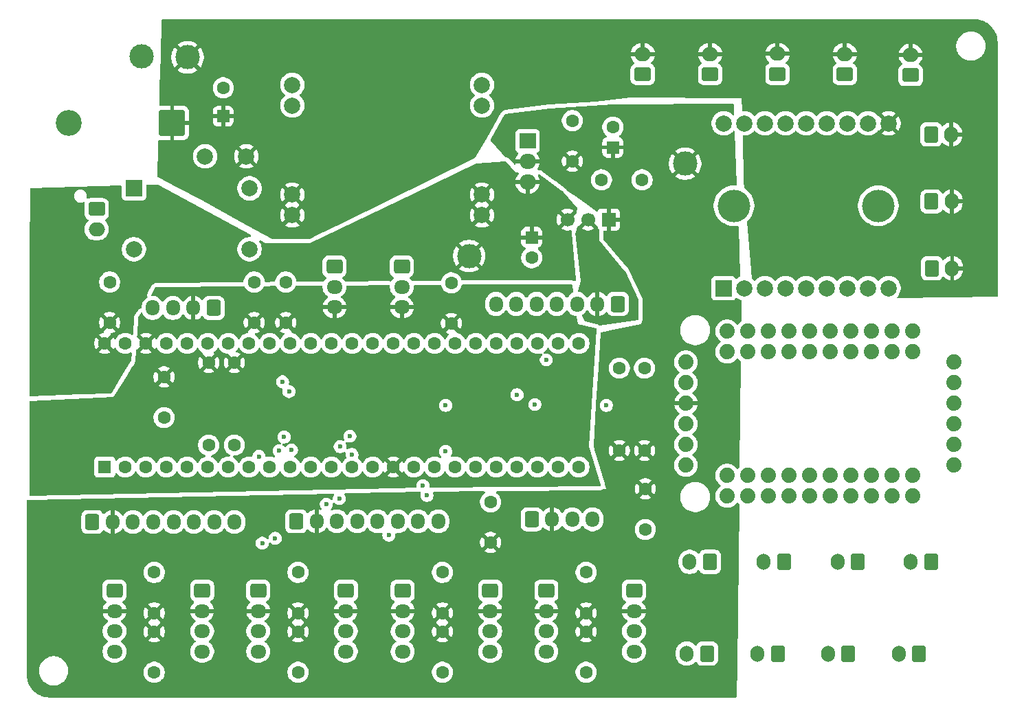
<source format=gbr>
%TF.GenerationSoftware,KiCad,Pcbnew,9.0.6*%
%TF.CreationDate,2026-01-04T18:25:18-08:00*%
%TF.ProjectId,2025_Animation_Controller,32303235-5f41-46e6-996d-6174696f6e5f,rev?*%
%TF.SameCoordinates,Original*%
%TF.FileFunction,Copper,L3,Inr*%
%TF.FilePolarity,Positive*%
%FSLAX46Y46*%
G04 Gerber Fmt 4.6, Leading zero omitted, Abs format (unit mm)*
G04 Created by KiCad (PCBNEW 9.0.6) date 2026-01-04 18:25:18*
%MOMM*%
%LPD*%
G01*
G04 APERTURE LIST*
G04 Aperture macros list*
%AMRoundRect*
0 Rectangle with rounded corners*
0 $1 Rounding radius*
0 $2 $3 $4 $5 $6 $7 $8 $9 X,Y pos of 4 corners*
0 Add a 4 corners polygon primitive as box body*
4,1,4,$2,$3,$4,$5,$6,$7,$8,$9,$2,$3,0*
0 Add four circle primitives for the rounded corners*
1,1,$1+$1,$2,$3*
1,1,$1+$1,$4,$5*
1,1,$1+$1,$6,$7*
1,1,$1+$1,$8,$9*
0 Add four rect primitives between the rounded corners*
20,1,$1+$1,$2,$3,$4,$5,0*
20,1,$1+$1,$4,$5,$6,$7,0*
20,1,$1+$1,$6,$7,$8,$9,0*
20,1,$1+$1,$8,$9,$2,$3,0*%
G04 Aperture macros list end*
%TA.AperFunction,WasherPad*%
%ADD10C,4.000000*%
%TD*%
%TA.AperFunction,ComponentPad*%
%ADD11R,2.000000X2.000000*%
%TD*%
%TA.AperFunction,ComponentPad*%
%ADD12C,2.000000*%
%TD*%
%TA.AperFunction,ComponentPad*%
%ADD13C,3.000000*%
%TD*%
%TA.AperFunction,ComponentPad*%
%ADD14RoundRect,0.250000X0.750000X-0.600000X0.750000X0.600000X-0.750000X0.600000X-0.750000X-0.600000X0*%
%TD*%
%TA.AperFunction,ComponentPad*%
%ADD15O,2.000000X1.700000*%
%TD*%
%TA.AperFunction,ComponentPad*%
%ADD16RoundRect,0.250000X0.600000X0.750000X-0.600000X0.750000X-0.600000X-0.750000X0.600000X-0.750000X0*%
%TD*%
%TA.AperFunction,ComponentPad*%
%ADD17O,1.700000X2.000000*%
%TD*%
%TA.AperFunction,ComponentPad*%
%ADD18RoundRect,0.250000X-0.725000X0.600000X-0.725000X-0.600000X0.725000X-0.600000X0.725000X0.600000X0*%
%TD*%
%TA.AperFunction,ComponentPad*%
%ADD19O,1.950000X1.700000*%
%TD*%
%TA.AperFunction,ComponentPad*%
%ADD20RoundRect,0.250000X0.550000X-0.550000X0.550000X0.550000X-0.550000X0.550000X-0.550000X-0.550000X0*%
%TD*%
%TA.AperFunction,ComponentPad*%
%ADD21C,1.600000*%
%TD*%
%TA.AperFunction,ComponentPad*%
%ADD22RoundRect,0.250000X0.600000X0.725000X-0.600000X0.725000X-0.600000X-0.725000X0.600000X-0.725000X0*%
%TD*%
%TA.AperFunction,ComponentPad*%
%ADD23O,1.700000X1.950000*%
%TD*%
%TA.AperFunction,ComponentPad*%
%ADD24R,2.000000X1.905000*%
%TD*%
%TA.AperFunction,ComponentPad*%
%ADD25O,2.000000X1.905000*%
%TD*%
%TA.AperFunction,ComponentPad*%
%ADD26RoundRect,0.250000X-0.600000X-0.750000X0.600000X-0.750000X0.600000X0.750000X-0.600000X0.750000X0*%
%TD*%
%TA.AperFunction,ComponentPad*%
%ADD27RoundRect,0.250000X-0.550000X0.550000X-0.550000X-0.550000X0.550000X-0.550000X0.550000X0.550000X0*%
%TD*%
%TA.AperFunction,ComponentPad*%
%ADD28RoundRect,0.250000X-0.750000X0.600000X-0.750000X-0.600000X0.750000X-0.600000X0.750000X0.600000X0*%
%TD*%
%TA.AperFunction,ComponentPad*%
%ADD29RoundRect,0.250000X-0.600000X-0.725000X0.600000X-0.725000X0.600000X0.725000X-0.600000X0.725000X0*%
%TD*%
%TA.AperFunction,ComponentPad*%
%ADD30R,1.600000X1.600000*%
%TD*%
%TA.AperFunction,ComponentPad*%
%ADD31RoundRect,0.250000X1.350000X1.350000X-1.350000X1.350000X-1.350000X-1.350000X1.350000X-1.350000X0*%
%TD*%
%TA.AperFunction,ComponentPad*%
%ADD32C,3.200000*%
%TD*%
%TA.AperFunction,ComponentPad*%
%ADD33R,1.700000X1.700000*%
%TD*%
%TA.AperFunction,ComponentPad*%
%ADD34C,1.700000*%
%TD*%
%TA.AperFunction,ComponentPad*%
%ADD35C,1.879600*%
%TD*%
%TA.AperFunction,ViaPad*%
%ADD36C,0.600000*%
%TD*%
G04 APERTURE END LIST*
D10*
%TO.N,*%
%TO.C,U1*%
X180720000Y-61600000D03*
X198500000Y-61600000D03*
D11*
%TO.N,/LED_1*%
X179450000Y-71760000D03*
D12*
%TO.N,/LED_2*%
X181990000Y-71760000D03*
%TO.N,/LED_3*%
X184530000Y-71760000D03*
%TO.N,/LED_4*%
X187070000Y-71760000D03*
%TO.N,/LED_5*%
X189610000Y-71760000D03*
%TO.N,/LED_6*%
X192150000Y-71760000D03*
%TO.N,/LED_7*%
X194690000Y-71760000D03*
%TO.N,/LED_8*%
X197230000Y-71760000D03*
%TO.N,GND*%
X199770000Y-71760000D03*
%TO.N,+12V*%
X199770000Y-51440000D03*
%TO.N,/LED_8_12V*%
X197230000Y-51440000D03*
%TO.N,/LED_7_12V*%
X194690000Y-51440000D03*
%TO.N,/LED_6_12V*%
X192150000Y-51440000D03*
%TO.N,/LED_5_12V*%
X189610000Y-51440000D03*
%TO.N,/LED_4_12V*%
X187070000Y-51440000D03*
%TO.N,/LED_3_12V*%
X184530000Y-51440000D03*
%TO.N,/LED_2_12V*%
X181990000Y-51440000D03*
%TO.N,/LED_1_12V*%
X179450000Y-51440000D03*
%TD*%
%TO.N,GND*%
%TO.C,U3*%
X126300000Y-46700000D03*
X126300000Y-49240000D03*
%TO.N,+12V*%
X126300000Y-60232000D03*
X126300000Y-62772000D03*
%TO.N,+5V*%
X149668000Y-62772000D03*
X149668000Y-60232000D03*
%TO.N,GND*%
X149668000Y-49240000D03*
X149668000Y-46700000D03*
%TD*%
D13*
%TO.N,3V3_AUX*%
%TO.C,TP4*%
X174700000Y-56400000D03*
%TD*%
D14*
%TO.N,/LED_4_12V*%
%TO.C,J5*%
X194375000Y-45400000D03*
D15*
%TO.N,+12V*%
X194375000Y-42900000D03*
%TD*%
D16*
%TO.N,GND*%
%TO.C,J15*%
X194800000Y-116800000D03*
D17*
%TO.N,/BUTTON_6*%
X192300000Y-116800000D03*
%TD*%
D18*
%TO.N,GND*%
%TO.C,J28*%
X157600000Y-109050000D03*
D19*
%TO.N,3V3_AUX*%
X157600000Y-111550000D03*
%TO.N,/REMOTE_ACT_7_TX*%
X157600000Y-114050000D03*
%TO.N,/REMOTE_ACT_7_RX*%
X157600000Y-116550000D03*
%TD*%
D20*
%TO.N,3V3_AUX*%
%TO.C,C16*%
X165800000Y-54396369D03*
D21*
%TO.N,GND*%
X165800000Y-51896369D03*
%TD*%
%TO.N,3V3_AUX*%
%TO.C,C7*%
X109300000Y-114100000D03*
%TO.N,GND*%
X109300000Y-119100000D03*
%TD*%
D14*
%TO.N,/LED_2_12V*%
%TO.C,J3*%
X177775000Y-45400000D03*
D15*
%TO.N,+12V*%
X177775000Y-42900000D03*
%TD*%
D22*
%TO.N,GND*%
%TO.C,J21*%
X166400000Y-73700000D03*
D23*
%TO.N,/Display_Power*%
X163900000Y-73700000D03*
%TO.N,/SPI_SCK*%
X161400000Y-73700000D03*
%TO.N,/SPI_MOSI*%
X158900000Y-73700000D03*
%TO.N,/LCD_RST*%
X156400000Y-73700000D03*
%TO.N,/LCD_DC*%
X153900000Y-73700000D03*
%TO.N,/SPI_CS*%
X151400000Y-73700000D03*
%TD*%
D11*
%TO.N,Net-(J30-Pin_2)*%
%TO.C,D3*%
X106792500Y-59450000D03*
D12*
X106792500Y-66950000D03*
%TO.N,Net-(D3-Pad3)*%
X121042500Y-66950000D03*
X121042500Y-59450000D03*
%TD*%
D16*
%TO.N,GND*%
%TO.C,J10*%
X177750000Y-105500000D03*
D17*
%TO.N,/BUTTON_1*%
X175250000Y-105500000D03*
%TD*%
D18*
%TO.N,GND*%
%TO.C,J20*%
X139800000Y-69100000D03*
D19*
%TO.N,/ANALOG_ACCEL_INPUT*%
X139800000Y-71600000D03*
%TO.N,3V3_MCU*%
X139800000Y-74100000D03*
%TD*%
D16*
%TO.N,GND*%
%TO.C,J16*%
X205000000Y-105500000D03*
D17*
%TO.N,/BUTTON_7*%
X202500000Y-105500000D03*
%TD*%
D14*
%TO.N,/LED_1_12V*%
%TO.C,J2*%
X169475000Y-45400000D03*
D15*
%TO.N,+12V*%
X169475000Y-42900000D03*
%TD*%
D21*
%TO.N,3V3_AUX*%
%TO.C,C18*%
X160800000Y-56100000D03*
%TO.N,GND*%
X160800000Y-51100000D03*
%TD*%
D18*
%TO.N,GND*%
%TO.C,J24*%
X122100000Y-109050000D03*
D19*
%TO.N,3V3_AUX*%
X122100000Y-111550000D03*
%TO.N,/REMOTE_ACT_3_TX*%
X122100000Y-114050000D03*
%TO.N,/REMOTE_ACT_3_RX*%
X122100000Y-116550000D03*
%TD*%
D24*
%TO.N,GND*%
%TO.C,U4*%
X155300000Y-53600000D03*
D25*
%TO.N,3V3_AUX*%
X155300000Y-56140000D03*
%TO.N,+5V*%
X155300000Y-58680000D03*
%TD*%
D21*
%TO.N,3V3_MCU*%
%TO.C,C2*%
X125500000Y-76000000D03*
%TO.N,GND*%
X125500000Y-71000000D03*
%TD*%
%TO.N,GND*%
%TO.C,C19*%
X150725000Y-98100000D03*
%TO.N,3V3_AUX*%
X150725000Y-103100000D03*
%TD*%
D26*
%TO.N,/LED_7_12V*%
%TO.C,J8*%
X205050000Y-61075000D03*
D17*
%TO.N,+12V*%
X207550000Y-61075000D03*
%TD*%
D21*
%TO.N,3V3_MCU*%
%TO.C,C1*%
X121600000Y-76000000D03*
%TO.N,GND*%
X121600000Y-71000000D03*
%TD*%
%TO.N,3V3_AUX*%
%TO.C,C6*%
X109300000Y-111800000D03*
%TO.N,GND*%
X109300000Y-106800000D03*
%TD*%
D14*
%TO.N,/LED_3_12V*%
%TO.C,J4*%
X186075000Y-45375000D03*
D15*
%TO.N,+12V*%
X186075000Y-42875000D03*
%TD*%
D21*
%TO.N,3V3_AUX*%
%TO.C,C4*%
X169800000Y-96500000D03*
%TO.N,GND*%
X169800000Y-101500000D03*
%TD*%
D27*
%TO.N,+5V*%
%TO.C,C17*%
X155800000Y-65503631D03*
D21*
%TO.N,GND*%
X155800000Y-68003631D03*
%TD*%
D13*
%TO.N,+12V*%
%TO.C,TP2*%
X113400000Y-43300000D03*
%TD*%
D28*
%TO.N,GND*%
%TO.C,J30*%
X102200000Y-62000000D03*
D15*
%TO.N,Net-(J30-Pin_2)*%
X102200000Y-64500000D03*
%TD*%
D29*
%TO.N,GND*%
%TO.C,J31*%
X101675000Y-100575000D03*
D23*
%TO.N,3V3_AUX*%
X104175000Y-100575000D03*
%TO.N,/SPARE_2*%
X106675000Y-100575000D03*
%TO.N,/SPARE_3*%
X109175000Y-100575000D03*
%TO.N,/SPARE_6*%
X111675000Y-100575000D03*
%TO.N,/SPARE_9*%
X114175000Y-100575000D03*
%TO.N,/SPARE_26*%
X116675000Y-100575000D03*
%TO.N,/SPARE_27*%
X119175000Y-100575000D03*
%TD*%
D29*
%TO.N,GND*%
%TO.C,J32*%
X126800000Y-100500000D03*
D23*
%TO.N,3V3_AUX*%
X129300000Y-100500000D03*
%TO.N,/SPARE_30*%
X131800000Y-100500000D03*
%TO.N,/SPARE_33*%
X134300000Y-100500000D03*
%TO.N,/SPARE_36*%
X136800000Y-100500000D03*
%TO.N,/SPARE_37*%
X139300000Y-100500000D03*
%TO.N,/SPARE_23*%
X141800000Y-100500000D03*
%TO.N,unconnected-(J32-Pin_8-Pad8)*%
X144300000Y-100500000D03*
%TD*%
D18*
%TO.N,GND*%
%TO.C,J19*%
X131500000Y-69100000D03*
D19*
%TO.N,/ANALOG_SPEED_INPUT*%
X131500000Y-71600000D03*
%TO.N,3V3_MCU*%
X131500000Y-74100000D03*
%TD*%
D18*
%TO.N,GND*%
%TO.C,J22*%
X104400000Y-109050000D03*
D19*
%TO.N,3V3_AUX*%
X104400000Y-111550000D03*
%TO.N,/REMOTE_ACT_1_TX*%
X104400000Y-114050000D03*
%TO.N,/REMOTE_ACT_1_RX*%
X104400000Y-116550000D03*
%TD*%
D30*
%TO.N,GND*%
%TO.C,U2*%
X103205000Y-93800000D03*
D21*
%TO.N,/REMOTE_ACT_1_RX*%
X105745000Y-93800000D03*
%TO.N,/REMOTE_ACT_1_TX*%
X108285000Y-93800000D03*
%TO.N,/SPARE_2*%
X110825000Y-93800000D03*
%TO.N,/SPARE_3*%
X113365000Y-93800000D03*
%TO.N,/ENCODER_B*%
X115905000Y-93800000D03*
%TO.N,/ENCODER_A*%
X118445000Y-93800000D03*
%TO.N,/SPARE_6*%
X120985000Y-93800000D03*
%TO.N,/REMOTE_ACT_2_RX*%
X123525000Y-93800000D03*
%TO.N,/REMOTE_ACT_2_TX*%
X126065000Y-93800000D03*
%TO.N,/SPARE_9*%
X128605000Y-93800000D03*
%TO.N,/SPI_CS*%
X131145000Y-93800000D03*
%TO.N,/SPI_MOSI*%
X133685000Y-93800000D03*
%TO.N,unconnected-(U2-12_MISO_MQSL-Pad14)*%
X136225000Y-93800000D03*
%TO.N,3V3_MCU*%
X138765000Y-93800000D03*
%TO.N,/REMOTE_ACT_6_TX*%
X141305000Y-93800000D03*
%TO.N,/REMOTE_ACT_6_RX*%
X143845000Y-93800000D03*
%TO.N,/SPARE_26*%
X146385000Y-93800000D03*
%TO.N,/SPARE_27*%
X148925000Y-93800000D03*
%TO.N,/REMOTE_ACT_7_RX*%
X151465000Y-93800000D03*
%TO.N,/REMOTE_ACT_7_TX*%
X154005000Y-93800000D03*
%TO.N,/SPARE_30*%
X156545000Y-93800000D03*
%TO.N,/I2C2_SDA*%
X159085000Y-93800000D03*
%TO.N,/I2C2_SCL*%
X161625000Y-93800000D03*
%TO.N,/SPARE_33*%
X161625000Y-78560000D03*
%TO.N,/REMOTE_ACT_8_RX*%
X159085000Y-78560000D03*
%TO.N,/REMOTE_ACT_8_TX*%
X156545000Y-78560000D03*
%TO.N,/SPARE_36*%
X154005000Y-78560000D03*
%TO.N,/SPARE_37*%
X151465000Y-78560000D03*
%TO.N,/LCD_RST*%
X148925000Y-78560000D03*
%TO.N,/LCD_DC*%
X146385000Y-78560000D03*
%TO.N,/ANALOG_ACCEL_INPUT*%
X143845000Y-78560000D03*
%TO.N,/ANALOG_SPEED_INPUT*%
X141305000Y-78560000D03*
%TO.N,GND*%
X138765000Y-78560000D03*
%TO.N,/SPI_SCK*%
X136225000Y-78560000D03*
%TO.N,/REMOTE_ACT_3_TX*%
X133685000Y-78560000D03*
%TO.N,/REMOTE_ACT_3_RX*%
X131145000Y-78560000D03*
%TO.N,/REMOTE_ACT_4_RX*%
X128605000Y-78560000D03*
%TO.N,/REMOTE_ACT_4_TX*%
X126065000Y-78560000D03*
%TO.N,/I2C_SDA*%
X123525000Y-78560000D03*
%TO.N,/I2C_SCL*%
X120985000Y-78560000D03*
%TO.N,/REMOTE_ACT_5_TX*%
X118445000Y-78560000D03*
%TO.N,/REMOTE_ACT_5_RX*%
X115905000Y-78560000D03*
%TO.N,/SX1509_INT*%
X113365000Y-78560000D03*
%TO.N,/SPARE_23*%
X110825000Y-78560000D03*
%TO.N,3V3_MCU*%
X108285000Y-78560000D03*
%TO.N,GND*%
X105745000Y-78560000D03*
%TO.N,+5V*%
X103205000Y-78560000D03*
%TD*%
D16*
%TO.N,GND*%
%TO.C,J13*%
X186100000Y-116800000D03*
D17*
%TO.N,/BUTTON_4*%
X183600000Y-116800000D03*
%TD*%
D21*
%TO.N,3V3_AUX*%
%TO.C,C11*%
X144800000Y-114100000D03*
%TO.N,GND*%
X144800000Y-119100000D03*
%TD*%
D31*
%TO.N,+12V*%
%TO.C,D2*%
X111500000Y-51400000D03*
D32*
%TO.N,GND*%
X98800000Y-51400000D03*
%TD*%
D21*
%TO.N,+5V*%
%TO.C,C14*%
X103800000Y-76000000D03*
%TO.N,GND*%
X103800000Y-71000000D03*
%TD*%
D22*
%TO.N,GND*%
%TO.C,J18*%
X116600000Y-74200000D03*
D23*
%TO.N,3V3_MCU*%
X114100000Y-74200000D03*
%TO.N,/ENCODER_A*%
X111600000Y-74200000D03*
%TO.N,/ENCODER_B*%
X109100000Y-74200000D03*
%TD*%
D29*
%TO.N,GND*%
%TO.C,J1*%
X155795000Y-100250000D03*
D23*
%TO.N,3V3_AUX*%
X158295000Y-100250000D03*
%TO.N,/I2C2_SDA*%
X160795000Y-100250000D03*
%TO.N,/I2C2_SCL*%
X163295000Y-100250000D03*
%TD*%
D20*
%TO.N,+12V*%
%TO.C,C20*%
X117800000Y-50552651D03*
D21*
%TO.N,GND*%
X117800000Y-47052651D03*
%TD*%
D33*
%TO.N,3V3_AUX*%
%TO.C,JP1*%
X165280000Y-63300000D03*
D34*
%TO.N,/Display_Power*%
X162740000Y-63300000D03*
%TO.N,+5V*%
X160200000Y-63300000D03*
%TD*%
D18*
%TO.N,GND*%
%TO.C,J26*%
X139900000Y-109050000D03*
D19*
%TO.N,3V3_AUX*%
X139900000Y-111550000D03*
%TO.N,/REMOTE_ACT_5_TX*%
X139900000Y-114050000D03*
%TO.N,/REMOTE_ACT_5_RX*%
X139900000Y-116550000D03*
%TD*%
D18*
%TO.N,GND*%
%TO.C,J29*%
X168400000Y-109050000D03*
D19*
%TO.N,3V3_AUX*%
X168400000Y-111550000D03*
%TO.N,/REMOTE_ACT_8_TX*%
X168400000Y-114050000D03*
%TO.N,/REMOTE_ACT_8_RX*%
X168400000Y-116550000D03*
%TD*%
D18*
%TO.N,GND*%
%TO.C,J25*%
X132900000Y-109050000D03*
D19*
%TO.N,3V3_AUX*%
X132900000Y-111550000D03*
%TO.N,/REMOTE_ACT_4_TX*%
X132900000Y-114050000D03*
%TO.N,/REMOTE_ACT_4_RX*%
X132900000Y-116550000D03*
%TD*%
D21*
%TO.N,3V3_AUX*%
%TO.C,C12*%
X162500000Y-111800000D03*
%TO.N,GND*%
X162500000Y-106800000D03*
%TD*%
D18*
%TO.N,GND*%
%TO.C,J23*%
X115200000Y-109050000D03*
D19*
%TO.N,3V3_AUX*%
X115200000Y-111550000D03*
%TO.N,/REMOTE_ACT_2_TX*%
X115200000Y-114050000D03*
%TO.N,/REMOTE_ACT_2_RX*%
X115200000Y-116550000D03*
%TD*%
D21*
%TO.N,3V3_AUX*%
%TO.C,C8*%
X127000000Y-111800000D03*
%TO.N,GND*%
X127000000Y-106800000D03*
%TD*%
%TO.N,3V3_AUX*%
%TO.C,C13*%
X162500000Y-114100000D03*
%TO.N,GND*%
X162500000Y-119100000D03*
%TD*%
D16*
%TO.N,GND*%
%TO.C,J11*%
X177400000Y-116800000D03*
D17*
%TO.N,/BUTTON_2*%
X174900000Y-116800000D03*
%TD*%
D13*
%TO.N,GND*%
%TO.C,TP1*%
X107700000Y-43200000D03*
%TD*%
%TO.N,+5V*%
%TO.C,TP3*%
X148100000Y-67800000D03*
%TD*%
D16*
%TO.N,GND*%
%TO.C,J12*%
X186900000Y-105500000D03*
D17*
%TO.N,/BUTTON_3*%
X184400000Y-105500000D03*
%TD*%
D26*
%TO.N,/LED_6_12V*%
%TO.C,J7*%
X205100000Y-69300000D03*
D17*
%TO.N,+12V*%
X207600000Y-69300000D03*
%TD*%
D35*
%TO.N,/SX1509_INT*%
%TO.C,U5*%
X174800000Y-93570000D03*
%TO.N,unconnected-(U5-~{RST}-Pad2)*%
X174800000Y-91030000D03*
%TO.N,GND*%
X174800000Y-88490000D03*
%TO.N,3V3_AUX*%
X174800000Y-85950000D03*
%TO.N,/I2C_SDA*%
X174800000Y-83410000D03*
%TO.N,/I2C_SCL*%
X174800000Y-80870000D03*
%TO.N,unconnected-(U5-OSC-Pad7)*%
X207820000Y-93570000D03*
%TO.N,unconnected-(U5-~{RST}-Pad8)*%
X207820000Y-91030000D03*
%TO.N,GND*%
X207820000Y-88490000D03*
%TO.N,unconnected-(U5-3V3-Pad10)*%
X207820000Y-85950000D03*
%TO.N,unconnected-(U5-~{SDA}-Pad11)*%
X207820000Y-83410000D03*
%TO.N,unconnected-(U5-~{SCL}-Pad12)*%
X207820000Y-80870000D03*
%TO.N,GND*%
X179880000Y-94840000D03*
%TO.N,/BUTTON_1*%
X182420000Y-94840000D03*
%TO.N,/BUTTON_2*%
X184960000Y-94840000D03*
%TO.N,/BUTTON_3*%
X187500000Y-94840000D03*
%TO.N,/BUTTON_4*%
X190040000Y-94840000D03*
%TO.N,unconnected-(U5-VC1-Pad18)*%
X192580000Y-94840000D03*
%TO.N,/BUTTON_5*%
X195120000Y-94840000D03*
%TO.N,/BUTTON_6*%
X197660000Y-94840000D03*
%TO.N,/BUTTON_7*%
X200200000Y-94840000D03*
%TO.N,/BUTTON_8*%
X202740000Y-94840000D03*
%TO.N,/LED_8*%
X202740000Y-79600000D03*
%TO.N,/LED_7*%
X200200000Y-79600000D03*
%TO.N,/LED_6*%
X197660000Y-79600000D03*
%TO.N,/LED_5*%
X195120000Y-79600000D03*
%TO.N,unconnected-(U5-VC2-Pad27)*%
X192580000Y-79600000D03*
%TO.N,/LED_4*%
X190040000Y-79600000D03*
%TO.N,/LED_3*%
X187500000Y-79600000D03*
%TO.N,/LED_2*%
X184960000Y-79600000D03*
%TO.N,/LED_1*%
X182420000Y-79600000D03*
%TO.N,GND*%
X179880000Y-79600000D03*
X179880000Y-77060000D03*
X182420000Y-77060000D03*
X184960000Y-77060000D03*
X187500000Y-77060000D03*
X190040000Y-77060000D03*
X192580000Y-77060000D03*
X195120000Y-77060000D03*
X197660000Y-77060000D03*
X200200000Y-77060000D03*
X202740000Y-77060000D03*
X202740000Y-97380000D03*
X200200000Y-97380000D03*
X197660000Y-97380000D03*
X195120000Y-97380000D03*
X192580000Y-97380000D03*
X190040000Y-97380000D03*
X187500000Y-97380000D03*
X184960000Y-97380000D03*
X182420000Y-97380000D03*
X179880000Y-97380000D03*
%TD*%
D21*
%TO.N,3V3_AUX*%
%TO.C,C9*%
X127000000Y-114100000D03*
%TO.N,GND*%
X127000000Y-119100000D03*
%TD*%
D16*
%TO.N,GND*%
%TO.C,J17*%
X203500000Y-116800000D03*
D17*
%TO.N,/BUTTON_8*%
X201000000Y-116800000D03*
%TD*%
D21*
%TO.N,3V3_AUX*%
%TO.C,C10*%
X144800000Y-111800000D03*
%TO.N,GND*%
X144800000Y-106800000D03*
%TD*%
D16*
%TO.N,GND*%
%TO.C,J14*%
X196000000Y-105500000D03*
D17*
%TO.N,/BUTTON_5*%
X193500000Y-105500000D03*
%TD*%
D26*
%TO.N,/LED_8_12V*%
%TO.C,J9*%
X205000000Y-52800000D03*
D17*
%TO.N,+12V*%
X207500000Y-52800000D03*
%TD*%
D14*
%TO.N,/LED_5_12V*%
%TO.C,J6*%
X202475000Y-45500000D03*
D15*
%TO.N,+12V*%
X202475000Y-43000000D03*
%TD*%
D18*
%TO.N,GND*%
%TO.C,J27*%
X150700000Y-109050000D03*
D19*
%TO.N,3V3_AUX*%
X150700000Y-111550000D03*
%TO.N,/REMOTE_ACT_6_TX*%
X150700000Y-114050000D03*
%TO.N,/REMOTE_ACT_6_RX*%
X150700000Y-116550000D03*
%TD*%
D21*
%TO.N,/Display_Power*%
%TO.C,C5*%
X164400000Y-58400000D03*
%TO.N,GND*%
X169400000Y-58400000D03*
%TD*%
%TO.N,3V3_MCU*%
%TO.C,C3*%
X145900000Y-76100000D03*
%TO.N,GND*%
X145900000Y-71100000D03*
%TD*%
D12*
%TO.N,Net-(D3-Pad3)*%
%TO.C,F1*%
X115560000Y-55500000D03*
%TO.N,+12V*%
X120640000Y-55510000D03*
%TD*%
D21*
%TO.N,/I2C2_SDA*%
%TO.C,R2*%
X169700000Y-81620000D03*
%TO.N,3V3_AUX*%
X169700000Y-91780000D03*
%TD*%
%TO.N,3V3_MCU*%
%TO.C,C15*%
X110500000Y-82700000D03*
%TO.N,GND*%
X110500000Y-87700000D03*
%TD*%
%TO.N,3V3_MCU*%
%TO.C,R3*%
X116000000Y-80940000D03*
%TO.N,/ENCODER_B*%
X116000000Y-91100000D03*
%TD*%
%TO.N,3V3_MCU*%
%TO.C,R4*%
X119165000Y-80940000D03*
%TO.N,/ENCODER_A*%
X119165000Y-91100000D03*
%TD*%
%TO.N,3V3_AUX*%
%TO.C,R1*%
X166600000Y-91780000D03*
%TO.N,/I2C2_SCL*%
X166600000Y-81620000D03*
%TD*%
D36*
%TO.N,/SPARE_26*%
X145200000Y-91900000D03*
X124200000Y-102600000D03*
%TO.N,/SPARE_27*%
X132200000Y-91300000D03*
X133400000Y-90000000D03*
X125300000Y-90100000D03*
%TO.N,/SPARE_37*%
X145200000Y-86200000D03*
X142400000Y-96100000D03*
%TO.N,/SPARE_30*%
X142900000Y-97300000D03*
X138200000Y-102200000D03*
%TO.N,/SPARE_9*%
X122600000Y-103200000D03*
%TO.N,/SPARE_36*%
X133650707Y-92249293D03*
%TO.N,/SPI_SCK*%
X157600000Y-80600000D03*
%TO.N,/REMOTE_ACT_4_TX*%
X125100000Y-83300000D03*
%TO.N,/REMOTE_ACT_4_RX*%
X125900000Y-84500000D03*
%TO.N,/REMOTE_ACT_5_RX*%
X124700000Y-91800000D03*
X130500000Y-98400000D03*
%TO.N,/REMOTE_ACT_5_TX*%
X126200000Y-91700000D03*
X132100000Y-97700000D03*
%TO.N,/SPARE_23*%
X122200000Y-92500000D03*
%TO.N,/REMOTE_ACT_8_RX*%
X156200000Y-86100000D03*
%TO.N,/REMOTE_ACT_8_TX*%
X154000000Y-84900000D03*
X165000000Y-86200000D03*
%TD*%
%TA.AperFunction,Conductor*%
%TO.N,3V3_AUX*%
G36*
X180647074Y-49020040D02*
G01*
X180693182Y-49072536D01*
X180704643Y-49120009D01*
X180750869Y-50314779D01*
X180733791Y-50382529D01*
X180682796Y-50430292D01*
X180614073Y-50442901D01*
X180549443Y-50416355D01*
X180539281Y-50407254D01*
X180427512Y-50295485D01*
X180427510Y-50295483D01*
X180236433Y-50156657D01*
X180025996Y-50049433D01*
X179801368Y-49976446D01*
X179568097Y-49939500D01*
X179568092Y-49939500D01*
X179331908Y-49939500D01*
X179331903Y-49939500D01*
X179098631Y-49976446D01*
X178874003Y-50049433D01*
X178663566Y-50156657D01*
X178579810Y-50217510D01*
X178472490Y-50295483D01*
X178472488Y-50295485D01*
X178472487Y-50295485D01*
X178305485Y-50462487D01*
X178305485Y-50462488D01*
X178305483Y-50462490D01*
X178261271Y-50523343D01*
X178166657Y-50653566D01*
X178059433Y-50864003D01*
X177986446Y-51088631D01*
X177949500Y-51321902D01*
X177949500Y-51558097D01*
X177986446Y-51791368D01*
X178059433Y-52015996D01*
X178126184Y-52147001D01*
X178166657Y-52226433D01*
X178305483Y-52417510D01*
X178472490Y-52584517D01*
X178663567Y-52723343D01*
X178762991Y-52774002D01*
X178874003Y-52830566D01*
X178874005Y-52830566D01*
X178874008Y-52830568D01*
X178994412Y-52869689D01*
X179098631Y-52903553D01*
X179331903Y-52940500D01*
X179331908Y-52940500D01*
X179568097Y-52940500D01*
X179801368Y-52903553D01*
X179803695Y-52902797D01*
X180025992Y-52830568D01*
X180236433Y-52723343D01*
X180427510Y-52584517D01*
X180594517Y-52417510D01*
X180609819Y-52396447D01*
X180665147Y-52353782D01*
X180734761Y-52347802D01*
X180796556Y-52380408D01*
X180830914Y-52441246D01*
X180834044Y-52464539D01*
X181086184Y-58981397D01*
X181069106Y-59049147D01*
X181018111Y-59096910D01*
X180949388Y-59109519D01*
X180948394Y-59109411D01*
X180860431Y-59099500D01*
X180860425Y-59099500D01*
X180579575Y-59099500D01*
X180579568Y-59099500D01*
X180300505Y-59130942D01*
X180300487Y-59130945D01*
X180026682Y-59193439D01*
X180026670Y-59193443D01*
X179761588Y-59286200D01*
X179508557Y-59408053D01*
X179270753Y-59557476D01*
X179051175Y-59732583D01*
X178852583Y-59931175D01*
X178677476Y-60150753D01*
X178528053Y-60388557D01*
X178406200Y-60641588D01*
X178313443Y-60906670D01*
X178313439Y-60906682D01*
X178250945Y-61180487D01*
X178250942Y-61180505D01*
X178219500Y-61459568D01*
X178219500Y-61740431D01*
X178250942Y-62019494D01*
X178250945Y-62019512D01*
X178313439Y-62293317D01*
X178313443Y-62293329D01*
X178406200Y-62558411D01*
X178528053Y-62811442D01*
X178528055Y-62811445D01*
X178677477Y-63049248D01*
X178852584Y-63268825D01*
X179051175Y-63467416D01*
X179270752Y-63642523D01*
X179508555Y-63791945D01*
X179761592Y-63913801D01*
X179960680Y-63983465D01*
X180026670Y-64006556D01*
X180026682Y-64006560D01*
X180300491Y-64069055D01*
X180300497Y-64069055D01*
X180300505Y-64069057D01*
X180486547Y-64090018D01*
X180579569Y-64100499D01*
X180579572Y-64100500D01*
X180579575Y-64100500D01*
X180860428Y-64100500D01*
X180860429Y-64100499D01*
X181139509Y-64069055D01*
X181139535Y-64069048D01*
X181142858Y-64068485D01*
X181212248Y-64076654D01*
X181266207Y-64121042D01*
X181287550Y-64185937D01*
X181521766Y-70239503D01*
X181504688Y-70307253D01*
X181453693Y-70355016D01*
X181436182Y-70362226D01*
X181414008Y-70369431D01*
X181203563Y-70476659D01*
X181079840Y-70566549D01*
X181014034Y-70590029D01*
X180945980Y-70574203D01*
X180898410Y-70525255D01*
X180898047Y-70525454D01*
X180897334Y-70524148D01*
X180897285Y-70524098D01*
X180897187Y-70523880D01*
X180893793Y-70517664D01*
X180807547Y-70402455D01*
X180807544Y-70402452D01*
X180692335Y-70316206D01*
X180692328Y-70316202D01*
X180557482Y-70265908D01*
X180557483Y-70265908D01*
X180497883Y-70259501D01*
X180497881Y-70259500D01*
X180497873Y-70259500D01*
X180497864Y-70259500D01*
X178402129Y-70259500D01*
X178402123Y-70259501D01*
X178342516Y-70265908D01*
X178207671Y-70316202D01*
X178207664Y-70316206D01*
X178092455Y-70402452D01*
X178092452Y-70402455D01*
X178006206Y-70517664D01*
X178006202Y-70517671D01*
X177955908Y-70652517D01*
X177949501Y-70712116D01*
X177949500Y-70712135D01*
X177949500Y-72807870D01*
X177949501Y-72807876D01*
X177955908Y-72867483D01*
X178006202Y-73002328D01*
X178006206Y-73002335D01*
X178092452Y-73117544D01*
X178092455Y-73117547D01*
X178207664Y-73203793D01*
X178207671Y-73203797D01*
X178342517Y-73254091D01*
X178342516Y-73254091D01*
X178349444Y-73254835D01*
X178402127Y-73260500D01*
X180497872Y-73260499D01*
X180557483Y-73254091D01*
X180692331Y-73203796D01*
X180807546Y-73117546D01*
X180893796Y-73002331D01*
X180893797Y-73002326D01*
X180898047Y-72994546D01*
X180901380Y-72996366D01*
X180932292Y-72954766D01*
X180997669Y-72930116D01*
X181065994Y-72944725D01*
X181079835Y-72953446D01*
X181203567Y-73043343D01*
X181300281Y-73092621D01*
X181414010Y-73150569D01*
X181554956Y-73196365D01*
X181612631Y-73235802D01*
X181639830Y-73300161D01*
X181640545Y-73309502D01*
X181674877Y-74196834D01*
X181674960Y-74203172D01*
X181655408Y-75773554D01*
X181634891Y-75840343D01*
X181604304Y-75872328D01*
X181563243Y-75902161D01*
X181481707Y-75961400D01*
X181481705Y-75961402D01*
X181481704Y-75961402D01*
X181321398Y-76121708D01*
X181321394Y-76121713D01*
X181250318Y-76219542D01*
X181194988Y-76262208D01*
X181125375Y-76268187D01*
X181063580Y-76235582D01*
X181049682Y-76219542D01*
X180978605Y-76121713D01*
X180978601Y-76121708D01*
X180818291Y-75961398D01*
X180818286Y-75961394D01*
X180634885Y-75828147D01*
X180634884Y-75828146D01*
X180634882Y-75828145D01*
X180527742Y-75773554D01*
X180432883Y-75725220D01*
X180432880Y-75725219D01*
X180217272Y-75655165D01*
X180105312Y-75637432D01*
X179993354Y-75619700D01*
X179766646Y-75619700D01*
X179692007Y-75631521D01*
X179542727Y-75655165D01*
X179327119Y-75725219D01*
X179327116Y-75725220D01*
X179125114Y-75828147D01*
X178941713Y-75961394D01*
X178941708Y-75961398D01*
X178781398Y-76121708D01*
X178781394Y-76121713D01*
X178648147Y-76305114D01*
X178545220Y-76507116D01*
X178545219Y-76507119D01*
X178475165Y-76722727D01*
X178439700Y-76946646D01*
X178439700Y-77173353D01*
X178475165Y-77397272D01*
X178545219Y-77612880D01*
X178545220Y-77612883D01*
X178648147Y-77814885D01*
X178781394Y-77998286D01*
X178781398Y-77998291D01*
X178941708Y-78158601D01*
X178941713Y-78158605D01*
X179039542Y-78229682D01*
X179082208Y-78285012D01*
X179088187Y-78354625D01*
X179055582Y-78416420D01*
X179039542Y-78430318D01*
X178941713Y-78501394D01*
X178941708Y-78501398D01*
X178781398Y-78661708D01*
X178781394Y-78661713D01*
X178648147Y-78845114D01*
X178545220Y-79047116D01*
X178545219Y-79047119D01*
X178475165Y-79262727D01*
X178439700Y-79486646D01*
X178439700Y-79713353D01*
X178475165Y-79937272D01*
X178545219Y-80152880D01*
X178545220Y-80152883D01*
X178610000Y-80280018D01*
X178646433Y-80351523D01*
X178648147Y-80354885D01*
X178781394Y-80538286D01*
X178781398Y-80538291D01*
X178941708Y-80698601D01*
X178941713Y-80698605D01*
X179043809Y-80772781D01*
X179125118Y-80831855D01*
X179257166Y-80899137D01*
X179327116Y-80934779D01*
X179327119Y-80934780D01*
X179434923Y-80969807D01*
X179542729Y-81004835D01*
X179766646Y-81040300D01*
X179766647Y-81040300D01*
X179993353Y-81040300D01*
X179993354Y-81040300D01*
X180217271Y-81004835D01*
X180432883Y-80934779D01*
X180634882Y-80831855D01*
X180818293Y-80698600D01*
X180978600Y-80538293D01*
X181049682Y-80440456D01*
X181105011Y-80397791D01*
X181174624Y-80391812D01*
X181236420Y-80424417D01*
X181250315Y-80440453D01*
X181299184Y-80507715D01*
X181321400Y-80538293D01*
X181481710Y-80698603D01*
X181541178Y-80741808D01*
X181583845Y-80797138D01*
X181592284Y-80843671D01*
X181431703Y-93741574D01*
X181424379Y-93765413D01*
X181421136Y-93790142D01*
X181413245Y-93801657D01*
X181411186Y-93808363D01*
X181402423Y-93820067D01*
X181399057Y-93824049D01*
X181321400Y-93901707D01*
X181247654Y-94003209D01*
X181244710Y-94006694D01*
X181219196Y-94023540D01*
X181194988Y-94042208D01*
X181190317Y-94042609D01*
X181186404Y-94045193D01*
X181155831Y-94045571D01*
X181125375Y-94048187D01*
X181121228Y-94045999D01*
X181116540Y-94046057D01*
X181090622Y-94029850D01*
X181063580Y-94015582D01*
X181058584Y-94009817D01*
X181057299Y-94009013D01*
X181056594Y-94007520D01*
X181049682Y-93999542D01*
X180978605Y-93901713D01*
X180978601Y-93901708D01*
X180818291Y-93741398D01*
X180818286Y-93741394D01*
X180634885Y-93608147D01*
X180634884Y-93608146D01*
X180634882Y-93608145D01*
X180570166Y-93575170D01*
X180432883Y-93505220D01*
X180432880Y-93505219D01*
X180217272Y-93435165D01*
X180105312Y-93417432D01*
X179993354Y-93399700D01*
X179766646Y-93399700D01*
X179692007Y-93411521D01*
X179542727Y-93435165D01*
X179327119Y-93505219D01*
X179327116Y-93505220D01*
X179125114Y-93608147D01*
X178941713Y-93741394D01*
X178941708Y-93741398D01*
X178781398Y-93901708D01*
X178781394Y-93901713D01*
X178648147Y-94085114D01*
X178545220Y-94287116D01*
X178545219Y-94287119D01*
X178475165Y-94502727D01*
X178439700Y-94726646D01*
X178439700Y-94953353D01*
X178475165Y-95177272D01*
X178545219Y-95392880D01*
X178545220Y-95392883D01*
X178648147Y-95594885D01*
X178781394Y-95778286D01*
X178781398Y-95778291D01*
X178941708Y-95938601D01*
X178941713Y-95938605D01*
X179039542Y-96009682D01*
X179082208Y-96065012D01*
X179088187Y-96134625D01*
X179055582Y-96196420D01*
X179039542Y-96210318D01*
X178941713Y-96281394D01*
X178941708Y-96281398D01*
X178781398Y-96441708D01*
X178781394Y-96441713D01*
X178648147Y-96625114D01*
X178545220Y-96827116D01*
X178545219Y-96827119D01*
X178475165Y-97042727D01*
X178439700Y-97266646D01*
X178439700Y-97493353D01*
X178475165Y-97717272D01*
X178545219Y-97932880D01*
X178545220Y-97932883D01*
X178590031Y-98020827D01*
X178632117Y-98103426D01*
X178648147Y-98134885D01*
X178781394Y-98318286D01*
X178781398Y-98318291D01*
X178941708Y-98478601D01*
X178941713Y-98478605D01*
X179101684Y-98594829D01*
X179125118Y-98611855D01*
X179257166Y-98679137D01*
X179327116Y-98714779D01*
X179327119Y-98714780D01*
X179375203Y-98730403D01*
X179542729Y-98784835D01*
X179766646Y-98820300D01*
X179766647Y-98820300D01*
X179993353Y-98820300D01*
X179993354Y-98820300D01*
X180217271Y-98784835D01*
X180432883Y-98714779D01*
X180634882Y-98611855D01*
X180818293Y-98478600D01*
X180978600Y-98318293D01*
X181049682Y-98220456D01*
X181070501Y-98204401D01*
X181088782Y-98185507D01*
X181097730Y-98183404D01*
X181105011Y-98177791D01*
X181131206Y-98175541D01*
X181156800Y-98169529D01*
X181165465Y-98172598D01*
X181174624Y-98171812D01*
X181197876Y-98184080D01*
X181222659Y-98192860D01*
X181231798Y-98201978D01*
X181236420Y-98204417D01*
X181248025Y-98217401D01*
X181249201Y-98218919D01*
X181321400Y-98318293D01*
X181342649Y-98339542D01*
X181347450Y-98345739D01*
X181357453Y-98371262D01*
X181370591Y-98395322D01*
X181371881Y-98408075D01*
X181372946Y-98410791D01*
X181372421Y-98413409D01*
X181373415Y-98423224D01*
X181126757Y-118234812D01*
X181079137Y-122059734D01*
X181078672Y-122097044D01*
X181058155Y-122163833D01*
X181004785Y-122208927D01*
X180954682Y-122219500D01*
X96403481Y-122219500D01*
X96396528Y-122219305D01*
X96093506Y-122202287D01*
X96079688Y-122200730D01*
X95783920Y-122150477D01*
X95770363Y-122147383D01*
X95482072Y-122064327D01*
X95468948Y-122059734D01*
X95191777Y-121944927D01*
X95179248Y-121938894D01*
X94916671Y-121793772D01*
X94904897Y-121786374D01*
X94660214Y-121612763D01*
X94649342Y-121604092D01*
X94425647Y-121404184D01*
X94415815Y-121394352D01*
X94215907Y-121170657D01*
X94207236Y-121159785D01*
X94033625Y-120915102D01*
X94026227Y-120903328D01*
X93925180Y-120720498D01*
X93881101Y-120640744D01*
X93875072Y-120628222D01*
X93760265Y-120351051D01*
X93755672Y-120337927D01*
X93714144Y-120193781D01*
X93672615Y-120049634D01*
X93669522Y-120036079D01*
X93654423Y-119947213D01*
X93619267Y-119740301D01*
X93617713Y-119726503D01*
X93600695Y-119423472D01*
X93600500Y-119416519D01*
X93600500Y-118801995D01*
X95099500Y-118801995D01*
X95099500Y-119038004D01*
X95099501Y-119038020D01*
X95121135Y-119202352D01*
X95130307Y-119272014D01*
X95165816Y-119404534D01*
X95191394Y-119499993D01*
X95281714Y-119718045D01*
X95281719Y-119718056D01*
X95352677Y-119840957D01*
X95399727Y-119922450D01*
X95399729Y-119922453D01*
X95399730Y-119922454D01*
X95543406Y-120109697D01*
X95543412Y-120109704D01*
X95710295Y-120276587D01*
X95710301Y-120276592D01*
X95897550Y-120420273D01*
X96028918Y-120496118D01*
X96101943Y-120538280D01*
X96101948Y-120538282D01*
X96101951Y-120538284D01*
X96320007Y-120628606D01*
X96547986Y-120689693D01*
X96781989Y-120720500D01*
X96781996Y-120720500D01*
X97018004Y-120720500D01*
X97018011Y-120720500D01*
X97252014Y-120689693D01*
X97479993Y-120628606D01*
X97698049Y-120538284D01*
X97902450Y-120420273D01*
X98089699Y-120276592D01*
X98256592Y-120109699D01*
X98400273Y-119922450D01*
X98518284Y-119718049D01*
X98608606Y-119499993D01*
X98669693Y-119272014D01*
X98700500Y-119038011D01*
X98700500Y-118997648D01*
X107999500Y-118997648D01*
X107999500Y-119202351D01*
X108031522Y-119404534D01*
X108094781Y-119599223D01*
X108187715Y-119781613D01*
X108308028Y-119947213D01*
X108452786Y-120091971D01*
X108607749Y-120204556D01*
X108618390Y-120212287D01*
X108734607Y-120271503D01*
X108800776Y-120305218D01*
X108800778Y-120305218D01*
X108800781Y-120305220D01*
X108901443Y-120337927D01*
X108995465Y-120368477D01*
X109096557Y-120384488D01*
X109197648Y-120400500D01*
X109197649Y-120400500D01*
X109402351Y-120400500D01*
X109402352Y-120400500D01*
X109604534Y-120368477D01*
X109799219Y-120305220D01*
X109981610Y-120212287D01*
X110122805Y-120109704D01*
X110147213Y-120091971D01*
X110147215Y-120091968D01*
X110147219Y-120091966D01*
X110291966Y-119947219D01*
X110291968Y-119947215D01*
X110291971Y-119947213D01*
X110344732Y-119874590D01*
X110412287Y-119781610D01*
X110505220Y-119599219D01*
X110568477Y-119404534D01*
X110600500Y-119202352D01*
X110600500Y-118997648D01*
X125699500Y-118997648D01*
X125699500Y-119202351D01*
X125731522Y-119404534D01*
X125794781Y-119599223D01*
X125887715Y-119781613D01*
X126008028Y-119947213D01*
X126152786Y-120091971D01*
X126307749Y-120204556D01*
X126318390Y-120212287D01*
X126434607Y-120271503D01*
X126500776Y-120305218D01*
X126500778Y-120305218D01*
X126500781Y-120305220D01*
X126601443Y-120337927D01*
X126695465Y-120368477D01*
X126796557Y-120384488D01*
X126897648Y-120400500D01*
X126897649Y-120400500D01*
X127102351Y-120400500D01*
X127102352Y-120400500D01*
X127304534Y-120368477D01*
X127499219Y-120305220D01*
X127681610Y-120212287D01*
X127822805Y-120109704D01*
X127847213Y-120091971D01*
X127847215Y-120091968D01*
X127847219Y-120091966D01*
X127991966Y-119947219D01*
X127991968Y-119947215D01*
X127991971Y-119947213D01*
X128044732Y-119874590D01*
X128112287Y-119781610D01*
X128205220Y-119599219D01*
X128268477Y-119404534D01*
X128300500Y-119202352D01*
X128300500Y-118997648D01*
X143499500Y-118997648D01*
X143499500Y-119202351D01*
X143531522Y-119404534D01*
X143594781Y-119599223D01*
X143687715Y-119781613D01*
X143808028Y-119947213D01*
X143952786Y-120091971D01*
X144107749Y-120204556D01*
X144118390Y-120212287D01*
X144234607Y-120271503D01*
X144300776Y-120305218D01*
X144300778Y-120305218D01*
X144300781Y-120305220D01*
X144401443Y-120337927D01*
X144495465Y-120368477D01*
X144596557Y-120384488D01*
X144697648Y-120400500D01*
X144697649Y-120400500D01*
X144902351Y-120400500D01*
X144902352Y-120400500D01*
X145104534Y-120368477D01*
X145299219Y-120305220D01*
X145481610Y-120212287D01*
X145622805Y-120109704D01*
X145647213Y-120091971D01*
X145647215Y-120091968D01*
X145647219Y-120091966D01*
X145791966Y-119947219D01*
X145791968Y-119947215D01*
X145791971Y-119947213D01*
X145844732Y-119874590D01*
X145912287Y-119781610D01*
X146005220Y-119599219D01*
X146068477Y-119404534D01*
X146100500Y-119202352D01*
X146100500Y-118997648D01*
X161199500Y-118997648D01*
X161199500Y-119202351D01*
X161231522Y-119404534D01*
X161294781Y-119599223D01*
X161387715Y-119781613D01*
X161508028Y-119947213D01*
X161652786Y-120091971D01*
X161807749Y-120204556D01*
X161818390Y-120212287D01*
X161934607Y-120271503D01*
X162000776Y-120305218D01*
X162000778Y-120305218D01*
X162000781Y-120305220D01*
X162101443Y-120337927D01*
X162195465Y-120368477D01*
X162296557Y-120384488D01*
X162397648Y-120400500D01*
X162397649Y-120400500D01*
X162602351Y-120400500D01*
X162602352Y-120400500D01*
X162804534Y-120368477D01*
X162999219Y-120305220D01*
X163181610Y-120212287D01*
X163322805Y-120109704D01*
X163347213Y-120091971D01*
X163347215Y-120091968D01*
X163347219Y-120091966D01*
X163491966Y-119947219D01*
X163491968Y-119947215D01*
X163491971Y-119947213D01*
X163544732Y-119874590D01*
X163612287Y-119781610D01*
X163705220Y-119599219D01*
X163768477Y-119404534D01*
X163800500Y-119202352D01*
X163800500Y-118997648D01*
X163768477Y-118795466D01*
X163705220Y-118600781D01*
X163705218Y-118600778D01*
X163705218Y-118600776D01*
X163671503Y-118534607D01*
X163612287Y-118418390D01*
X163555339Y-118340007D01*
X163491971Y-118252786D01*
X163347213Y-118108028D01*
X163181613Y-117987715D01*
X163181612Y-117987714D01*
X163181610Y-117987713D01*
X163124653Y-117958691D01*
X162999223Y-117894781D01*
X162804534Y-117831522D01*
X162615339Y-117801557D01*
X162602352Y-117799500D01*
X162397648Y-117799500D01*
X162384661Y-117801557D01*
X162195465Y-117831522D01*
X162000776Y-117894781D01*
X161818386Y-117987715D01*
X161652786Y-118108028D01*
X161508028Y-118252786D01*
X161387715Y-118418386D01*
X161294781Y-118600776D01*
X161231522Y-118795465D01*
X161199500Y-118997648D01*
X146100500Y-118997648D01*
X146068477Y-118795466D01*
X146005220Y-118600781D01*
X146005218Y-118600778D01*
X146005218Y-118600776D01*
X145971503Y-118534607D01*
X145912287Y-118418390D01*
X145855339Y-118340007D01*
X145791971Y-118252786D01*
X145647213Y-118108028D01*
X145481613Y-117987715D01*
X145481612Y-117987714D01*
X145481610Y-117987713D01*
X145424653Y-117958691D01*
X145299223Y-117894781D01*
X145104534Y-117831522D01*
X144915339Y-117801557D01*
X144902352Y-117799500D01*
X144697648Y-117799500D01*
X144684661Y-117801557D01*
X144495465Y-117831522D01*
X144300776Y-117894781D01*
X144118386Y-117987715D01*
X143952786Y-118108028D01*
X143808028Y-118252786D01*
X143687715Y-118418386D01*
X143594781Y-118600776D01*
X143531522Y-118795465D01*
X143499500Y-118997648D01*
X128300500Y-118997648D01*
X128268477Y-118795466D01*
X128205220Y-118600781D01*
X128205218Y-118600778D01*
X128205218Y-118600776D01*
X128171503Y-118534607D01*
X128112287Y-118418390D01*
X128055339Y-118340007D01*
X127991971Y-118252786D01*
X127847213Y-118108028D01*
X127681613Y-117987715D01*
X127681612Y-117987714D01*
X127681610Y-117987713D01*
X127624653Y-117958691D01*
X127499223Y-117894781D01*
X127304534Y-117831522D01*
X127115339Y-117801557D01*
X127102352Y-117799500D01*
X126897648Y-117799500D01*
X126884661Y-117801557D01*
X126695465Y-117831522D01*
X126500776Y-117894781D01*
X126318386Y-117987715D01*
X126152786Y-118108028D01*
X126008028Y-118252786D01*
X125887715Y-118418386D01*
X125794781Y-118600776D01*
X125731522Y-118795465D01*
X125699500Y-118997648D01*
X110600500Y-118997648D01*
X110568477Y-118795466D01*
X110505220Y-118600781D01*
X110505218Y-118600778D01*
X110505218Y-118600776D01*
X110471503Y-118534607D01*
X110412287Y-118418390D01*
X110355339Y-118340007D01*
X110291971Y-118252786D01*
X110147213Y-118108028D01*
X109981613Y-117987715D01*
X109981612Y-117987714D01*
X109981610Y-117987713D01*
X109924653Y-117958691D01*
X109799223Y-117894781D01*
X109604534Y-117831522D01*
X109415339Y-117801557D01*
X109402352Y-117799500D01*
X109197648Y-117799500D01*
X109184661Y-117801557D01*
X108995465Y-117831522D01*
X108800776Y-117894781D01*
X108618386Y-117987715D01*
X108452786Y-118108028D01*
X108308028Y-118252786D01*
X108187715Y-118418386D01*
X108094781Y-118600776D01*
X108031522Y-118795465D01*
X107999500Y-118997648D01*
X98700500Y-118997648D01*
X98700500Y-118801989D01*
X98669693Y-118567986D01*
X98608606Y-118340007D01*
X98518284Y-118121951D01*
X98518282Y-118121948D01*
X98518280Y-118121943D01*
X98458647Y-118018657D01*
X98400273Y-117917550D01*
X98334262Y-117831523D01*
X98256593Y-117730302D01*
X98256587Y-117730295D01*
X98089704Y-117563412D01*
X98089697Y-117563406D01*
X97902454Y-117419730D01*
X97902453Y-117419729D01*
X97902450Y-117419727D01*
X97820957Y-117372677D01*
X97698056Y-117301719D01*
X97698045Y-117301714D01*
X97479993Y-117211394D01*
X97252010Y-117150306D01*
X97018020Y-117119501D01*
X97018017Y-117119500D01*
X97018011Y-117119500D01*
X96781989Y-117119500D01*
X96781983Y-117119500D01*
X96781979Y-117119501D01*
X96547989Y-117150306D01*
X96320006Y-117211394D01*
X96101954Y-117301714D01*
X96101943Y-117301719D01*
X95897545Y-117419730D01*
X95710302Y-117563406D01*
X95710295Y-117563412D01*
X95543412Y-117730295D01*
X95543406Y-117730302D01*
X95399730Y-117917545D01*
X95281719Y-118121943D01*
X95281714Y-118121954D01*
X95191394Y-118340006D01*
X95130306Y-118567989D01*
X95099501Y-118801979D01*
X95099500Y-118801995D01*
X93600500Y-118801995D01*
X93600500Y-108399983D01*
X102924500Y-108399983D01*
X102924500Y-109700001D01*
X102924501Y-109700018D01*
X102935000Y-109802796D01*
X102935001Y-109802799D01*
X102990185Y-109969331D01*
X102990187Y-109969336D01*
X103082289Y-110118657D01*
X103206344Y-110242712D01*
X103361558Y-110338448D01*
X103408283Y-110390396D01*
X103419506Y-110459358D01*
X103391663Y-110523441D01*
X103384144Y-110531668D01*
X103245271Y-110670541D01*
X103120379Y-110842442D01*
X103023904Y-111031782D01*
X102958242Y-111233870D01*
X102958242Y-111233873D01*
X102947769Y-111300000D01*
X103995854Y-111300000D01*
X103957370Y-111366657D01*
X103925000Y-111487465D01*
X103925000Y-111612535D01*
X103957370Y-111733343D01*
X103995854Y-111800000D01*
X102947769Y-111800000D01*
X102958242Y-111866126D01*
X102958242Y-111866129D01*
X103023904Y-112068217D01*
X103120379Y-112257557D01*
X103245272Y-112429459D01*
X103245276Y-112429464D01*
X103395535Y-112579723D01*
X103395540Y-112579727D01*
X103560218Y-112699372D01*
X103602884Y-112754701D01*
X103608863Y-112824315D01*
X103576258Y-112886110D01*
X103560218Y-112900008D01*
X103395214Y-113019890D01*
X103395209Y-113019894D01*
X103244890Y-113170213D01*
X103119951Y-113342179D01*
X103023444Y-113531585D01*
X102957753Y-113733760D01*
X102938647Y-113854394D01*
X102924500Y-113943713D01*
X102924500Y-114156287D01*
X102957754Y-114366243D01*
X103001214Y-114500000D01*
X103023444Y-114568414D01*
X103119951Y-114757820D01*
X103244890Y-114929786D01*
X103395209Y-115080105D01*
X103395214Y-115080109D01*
X103559793Y-115199682D01*
X103602459Y-115255011D01*
X103608438Y-115324625D01*
X103575833Y-115386420D01*
X103559793Y-115400318D01*
X103395214Y-115519890D01*
X103395209Y-115519894D01*
X103244890Y-115670213D01*
X103119951Y-115842179D01*
X103023444Y-116031585D01*
X102957753Y-116233760D01*
X102941915Y-116333757D01*
X102924500Y-116443713D01*
X102924500Y-116656287D01*
X102957754Y-116866243D01*
X103019503Y-117056287D01*
X103023444Y-117068414D01*
X103119951Y-117257820D01*
X103244890Y-117429786D01*
X103395213Y-117580109D01*
X103567179Y-117705048D01*
X103567181Y-117705049D01*
X103567184Y-117705051D01*
X103756588Y-117801557D01*
X103958757Y-117867246D01*
X104168713Y-117900500D01*
X104168714Y-117900500D01*
X104631286Y-117900500D01*
X104631287Y-117900500D01*
X104841243Y-117867246D01*
X105043412Y-117801557D01*
X105232816Y-117705051D01*
X105254789Y-117689086D01*
X105404786Y-117580109D01*
X105404788Y-117580106D01*
X105404792Y-117580104D01*
X105555104Y-117429792D01*
X105555106Y-117429788D01*
X105555109Y-117429786D01*
X105680048Y-117257820D01*
X105680047Y-117257820D01*
X105680051Y-117257816D01*
X105776557Y-117068412D01*
X105842246Y-116866243D01*
X105875500Y-116656287D01*
X105875500Y-116443713D01*
X105842246Y-116233757D01*
X105776557Y-116031588D01*
X105680051Y-115842184D01*
X105680049Y-115842181D01*
X105680048Y-115842179D01*
X105555109Y-115670213D01*
X105404792Y-115519896D01*
X105318620Y-115457289D01*
X105240204Y-115400316D01*
X105197540Y-115344989D01*
X105191561Y-115275376D01*
X105224166Y-115213580D01*
X105240199Y-115199686D01*
X105404792Y-115080104D01*
X105555104Y-114929792D01*
X105555106Y-114929788D01*
X105555109Y-114929786D01*
X105680048Y-114757820D01*
X105680047Y-114757820D01*
X105680051Y-114757816D01*
X105776557Y-114568412D01*
X105842246Y-114366243D01*
X105875500Y-114156287D01*
X105875500Y-113943713D01*
X105842246Y-113733757D01*
X105776557Y-113531588D01*
X105680051Y-113342184D01*
X105680049Y-113342181D01*
X105680048Y-113342179D01*
X105555109Y-113170213D01*
X105404790Y-113019894D01*
X105404785Y-113019890D01*
X105284548Y-112932533D01*
X105239781Y-112900008D01*
X105197115Y-112844678D01*
X105191136Y-112775065D01*
X105223741Y-112713270D01*
X105239781Y-112699371D01*
X105404466Y-112579721D01*
X105554723Y-112429464D01*
X105554727Y-112429459D01*
X105679620Y-112257557D01*
X105776095Y-112068217D01*
X105841757Y-111866129D01*
X105841757Y-111866126D01*
X105852231Y-111800000D01*
X104804146Y-111800000D01*
X104842630Y-111733343D01*
X104852185Y-111697682D01*
X108000000Y-111697682D01*
X108000000Y-111902317D01*
X108032009Y-112104417D01*
X108095244Y-112299031D01*
X108188141Y-112481350D01*
X108188147Y-112481359D01*
X108220523Y-112525921D01*
X108220524Y-112525922D01*
X108900000Y-111846446D01*
X108900000Y-111852661D01*
X108927259Y-111954394D01*
X108979920Y-112045606D01*
X109054394Y-112120080D01*
X109145606Y-112172741D01*
X109247339Y-112200000D01*
X109253553Y-112200000D01*
X108574076Y-112879474D01*
X108578562Y-112936463D01*
X108578436Y-112936472D01*
X108581714Y-112974618D01*
X108576985Y-112983580D01*
X108574077Y-113020524D01*
X109253554Y-113700000D01*
X109247339Y-113700000D01*
X109145606Y-113727259D01*
X109054394Y-113779920D01*
X108979920Y-113854394D01*
X108927259Y-113945606D01*
X108900000Y-114047339D01*
X108900000Y-114053553D01*
X108220524Y-113374077D01*
X108220523Y-113374077D01*
X108188143Y-113418644D01*
X108095244Y-113600968D01*
X108032009Y-113795582D01*
X108000000Y-113997682D01*
X108000000Y-114202317D01*
X108032009Y-114404417D01*
X108095244Y-114599031D01*
X108188141Y-114781350D01*
X108188147Y-114781359D01*
X108220523Y-114825921D01*
X108220524Y-114825922D01*
X108900000Y-114146446D01*
X108900000Y-114152661D01*
X108927259Y-114254394D01*
X108979920Y-114345606D01*
X109054394Y-114420080D01*
X109145606Y-114472741D01*
X109247339Y-114500000D01*
X109253553Y-114500000D01*
X108574076Y-115179474D01*
X108618650Y-115211859D01*
X108800968Y-115304755D01*
X108995582Y-115367990D01*
X109197683Y-115400000D01*
X109402317Y-115400000D01*
X109604417Y-115367990D01*
X109799031Y-115304755D01*
X109981349Y-115211859D01*
X110025921Y-115179474D01*
X109346447Y-114500000D01*
X109352661Y-114500000D01*
X109454394Y-114472741D01*
X109545606Y-114420080D01*
X109620080Y-114345606D01*
X109672741Y-114254394D01*
X109700000Y-114152661D01*
X109700000Y-114146447D01*
X110379474Y-114825921D01*
X110411859Y-114781349D01*
X110504755Y-114599031D01*
X110567990Y-114404417D01*
X110600000Y-114202317D01*
X110600000Y-113997681D01*
X110593753Y-113958238D01*
X110567990Y-113795582D01*
X110504755Y-113600968D01*
X110411859Y-113418650D01*
X110379474Y-113374077D01*
X110379474Y-113374076D01*
X109700000Y-114053551D01*
X109700000Y-114047339D01*
X109672741Y-113945606D01*
X109620080Y-113854394D01*
X109545606Y-113779920D01*
X109454394Y-113727259D01*
X109352661Y-113700000D01*
X109346446Y-113700000D01*
X110025922Y-113020524D01*
X110021437Y-112963535D01*
X110021560Y-112963525D01*
X110018284Y-112925370D01*
X110023015Y-112916403D01*
X110025921Y-112879474D01*
X109346447Y-112200000D01*
X109352661Y-112200000D01*
X109454394Y-112172741D01*
X109545606Y-112120080D01*
X109620080Y-112045606D01*
X109672741Y-111954394D01*
X109700000Y-111852661D01*
X109700000Y-111846447D01*
X110379474Y-112525921D01*
X110411859Y-112481349D01*
X110504755Y-112299031D01*
X110567990Y-112104417D01*
X110600000Y-111902317D01*
X110600000Y-111697682D01*
X110567990Y-111495582D01*
X110504755Y-111300968D01*
X110411859Y-111118650D01*
X110379474Y-111074077D01*
X110379474Y-111074076D01*
X109700000Y-111753551D01*
X109700000Y-111747339D01*
X109672741Y-111645606D01*
X109620080Y-111554394D01*
X109545606Y-111479920D01*
X109454394Y-111427259D01*
X109352661Y-111400000D01*
X109346446Y-111400000D01*
X110025922Y-110720524D01*
X110025921Y-110720523D01*
X109981359Y-110688147D01*
X109981350Y-110688141D01*
X109799031Y-110595244D01*
X109604417Y-110532009D01*
X109402317Y-110500000D01*
X109197683Y-110500000D01*
X108995582Y-110532009D01*
X108800968Y-110595244D01*
X108618644Y-110688143D01*
X108574077Y-110720523D01*
X108574077Y-110720524D01*
X109253554Y-111400000D01*
X109247339Y-111400000D01*
X109145606Y-111427259D01*
X109054394Y-111479920D01*
X108979920Y-111554394D01*
X108927259Y-111645606D01*
X108900000Y-111747339D01*
X108900000Y-111753553D01*
X108220524Y-111074077D01*
X108220523Y-111074077D01*
X108188143Y-111118644D01*
X108095244Y-111300968D01*
X108032009Y-111495582D01*
X108000000Y-111697682D01*
X104852185Y-111697682D01*
X104875000Y-111612535D01*
X104875000Y-111487465D01*
X104842630Y-111366657D01*
X104804146Y-111300000D01*
X105852231Y-111300000D01*
X105841757Y-111233873D01*
X105841757Y-111233870D01*
X105776095Y-111031782D01*
X105679621Y-110842443D01*
X105678331Y-110840667D01*
X105678330Y-110840666D01*
X105554727Y-110670540D01*
X105554723Y-110670535D01*
X105415856Y-110531668D01*
X105382371Y-110470345D01*
X105387355Y-110400653D01*
X105429227Y-110344720D01*
X105438441Y-110338448D01*
X105444331Y-110334814D01*
X105444334Y-110334814D01*
X105593656Y-110242712D01*
X105717712Y-110118656D01*
X105809814Y-109969334D01*
X105864999Y-109802797D01*
X105875500Y-109700009D01*
X105875499Y-108399992D01*
X105875498Y-108399983D01*
X113724500Y-108399983D01*
X113724500Y-109700001D01*
X113724501Y-109700018D01*
X113735000Y-109802796D01*
X113735001Y-109802799D01*
X113790185Y-109969331D01*
X113790187Y-109969336D01*
X113882289Y-110118657D01*
X114006344Y-110242712D01*
X114161558Y-110338448D01*
X114208283Y-110390396D01*
X114219506Y-110459358D01*
X114191663Y-110523441D01*
X114184144Y-110531668D01*
X114045271Y-110670541D01*
X113920379Y-110842442D01*
X113823904Y-111031782D01*
X113758242Y-111233870D01*
X113758242Y-111233873D01*
X113747769Y-111300000D01*
X114795854Y-111300000D01*
X114757370Y-111366657D01*
X114725000Y-111487465D01*
X114725000Y-111612535D01*
X114757370Y-111733343D01*
X114795854Y-111800000D01*
X113747769Y-111800000D01*
X113758242Y-111866126D01*
X113758242Y-111866129D01*
X113823904Y-112068217D01*
X113920379Y-112257557D01*
X114045272Y-112429459D01*
X114045276Y-112429464D01*
X114195535Y-112579723D01*
X114195540Y-112579727D01*
X114360218Y-112699372D01*
X114402884Y-112754701D01*
X114408863Y-112824315D01*
X114376258Y-112886110D01*
X114360218Y-112900008D01*
X114195214Y-113019890D01*
X114195209Y-113019894D01*
X114044890Y-113170213D01*
X113919951Y-113342179D01*
X113823444Y-113531585D01*
X113757753Y-113733760D01*
X113738647Y-113854394D01*
X113724500Y-113943713D01*
X113724500Y-114156287D01*
X113757754Y-114366243D01*
X113801214Y-114500000D01*
X113823444Y-114568414D01*
X113919951Y-114757820D01*
X114044890Y-114929786D01*
X114195209Y-115080105D01*
X114195214Y-115080109D01*
X114359793Y-115199682D01*
X114402459Y-115255011D01*
X114408438Y-115324625D01*
X114375833Y-115386420D01*
X114359793Y-115400318D01*
X114195214Y-115519890D01*
X114195209Y-115519894D01*
X114044890Y-115670213D01*
X113919951Y-115842179D01*
X113823444Y-116031585D01*
X113757753Y-116233760D01*
X113741915Y-116333757D01*
X113724500Y-116443713D01*
X113724500Y-116656287D01*
X113757754Y-116866243D01*
X113819503Y-117056287D01*
X113823444Y-117068414D01*
X113919951Y-117257820D01*
X114044890Y-117429786D01*
X114195213Y-117580109D01*
X114367179Y-117705048D01*
X114367181Y-117705049D01*
X114367184Y-117705051D01*
X114556588Y-117801557D01*
X114758757Y-117867246D01*
X114968713Y-117900500D01*
X114968714Y-117900500D01*
X115431286Y-117900500D01*
X115431287Y-117900500D01*
X115641243Y-117867246D01*
X115843412Y-117801557D01*
X116032816Y-117705051D01*
X116054789Y-117689086D01*
X116204786Y-117580109D01*
X116204788Y-117580106D01*
X116204792Y-117580104D01*
X116355104Y-117429792D01*
X116355106Y-117429788D01*
X116355109Y-117429786D01*
X116480048Y-117257820D01*
X116480047Y-117257820D01*
X116480051Y-117257816D01*
X116576557Y-117068412D01*
X116642246Y-116866243D01*
X116675500Y-116656287D01*
X116675500Y-116443713D01*
X116642246Y-116233757D01*
X116576557Y-116031588D01*
X116480051Y-115842184D01*
X116480049Y-115842181D01*
X116480048Y-115842179D01*
X116355109Y-115670213D01*
X116204792Y-115519896D01*
X116118620Y-115457289D01*
X116040204Y-115400316D01*
X115997540Y-115344989D01*
X115991561Y-115275376D01*
X116024166Y-115213580D01*
X116040199Y-115199686D01*
X116204792Y-115080104D01*
X116355104Y-114929792D01*
X116355106Y-114929788D01*
X116355109Y-114929786D01*
X116480048Y-114757820D01*
X116480047Y-114757820D01*
X116480051Y-114757816D01*
X116576557Y-114568412D01*
X116642246Y-114366243D01*
X116675500Y-114156287D01*
X116675500Y-113943713D01*
X116642246Y-113733757D01*
X116576557Y-113531588D01*
X116480051Y-113342184D01*
X116480049Y-113342181D01*
X116480048Y-113342179D01*
X116355109Y-113170213D01*
X116204790Y-113019894D01*
X116204785Y-113019890D01*
X116039781Y-112900008D01*
X115997115Y-112844678D01*
X115991136Y-112775065D01*
X116023741Y-112713270D01*
X116039781Y-112699371D01*
X116204466Y-112579721D01*
X116354723Y-112429464D01*
X116354727Y-112429459D01*
X116479620Y-112257557D01*
X116576095Y-112068217D01*
X116641757Y-111866129D01*
X116641757Y-111866126D01*
X116652231Y-111800000D01*
X115604146Y-111800000D01*
X115642630Y-111733343D01*
X115675000Y-111612535D01*
X115675000Y-111487465D01*
X115642630Y-111366657D01*
X115604146Y-111300000D01*
X116652231Y-111300000D01*
X116641757Y-111233873D01*
X116641757Y-111233870D01*
X116576095Y-111031782D01*
X116479620Y-110842442D01*
X116354727Y-110670540D01*
X116354723Y-110670535D01*
X116215856Y-110531668D01*
X116182371Y-110470345D01*
X116187355Y-110400653D01*
X116229227Y-110344720D01*
X116238441Y-110338448D01*
X116244331Y-110334814D01*
X116244334Y-110334814D01*
X116393656Y-110242712D01*
X116517712Y-110118656D01*
X116609814Y-109969334D01*
X116664999Y-109802797D01*
X116675500Y-109700009D01*
X116675499Y-108399992D01*
X116675498Y-108399983D01*
X120624500Y-108399983D01*
X120624500Y-109700001D01*
X120624501Y-109700018D01*
X120635000Y-109802796D01*
X120635001Y-109802799D01*
X120690185Y-109969331D01*
X120690187Y-109969336D01*
X120782289Y-110118657D01*
X120906344Y-110242712D01*
X121061558Y-110338448D01*
X121108283Y-110390396D01*
X121119506Y-110459358D01*
X121091663Y-110523441D01*
X121084144Y-110531668D01*
X120945271Y-110670541D01*
X120820379Y-110842442D01*
X120723904Y-111031782D01*
X120658242Y-111233870D01*
X120658242Y-111233873D01*
X120647769Y-111300000D01*
X121695854Y-111300000D01*
X121657370Y-111366657D01*
X121625000Y-111487465D01*
X121625000Y-111612535D01*
X121657370Y-111733343D01*
X121695854Y-111800000D01*
X120647769Y-111800000D01*
X120658242Y-111866126D01*
X120658242Y-111866129D01*
X120723904Y-112068217D01*
X120820379Y-112257557D01*
X120945272Y-112429459D01*
X120945276Y-112429464D01*
X121095535Y-112579723D01*
X121095540Y-112579727D01*
X121260218Y-112699372D01*
X121302884Y-112754701D01*
X121308863Y-112824315D01*
X121276258Y-112886110D01*
X121260218Y-112900008D01*
X121095214Y-113019890D01*
X121095209Y-113019894D01*
X120944890Y-113170213D01*
X120819951Y-113342179D01*
X120723444Y-113531585D01*
X120657753Y-113733760D01*
X120638647Y-113854394D01*
X120624500Y-113943713D01*
X120624500Y-114156287D01*
X120657754Y-114366243D01*
X120701214Y-114500000D01*
X120723444Y-114568414D01*
X120819951Y-114757820D01*
X120944890Y-114929786D01*
X121095209Y-115080105D01*
X121095214Y-115080109D01*
X121259793Y-115199682D01*
X121302459Y-115255011D01*
X121308438Y-115324625D01*
X121275833Y-115386420D01*
X121259793Y-115400318D01*
X121095214Y-115519890D01*
X121095209Y-115519894D01*
X120944890Y-115670213D01*
X120819951Y-115842179D01*
X120723444Y-116031585D01*
X120657753Y-116233760D01*
X120641915Y-116333757D01*
X120624500Y-116443713D01*
X120624500Y-116656287D01*
X120657754Y-116866243D01*
X120719503Y-117056287D01*
X120723444Y-117068414D01*
X120819951Y-117257820D01*
X120944890Y-117429786D01*
X121095213Y-117580109D01*
X121267179Y-117705048D01*
X121267181Y-117705049D01*
X121267184Y-117705051D01*
X121456588Y-117801557D01*
X121658757Y-117867246D01*
X121868713Y-117900500D01*
X121868714Y-117900500D01*
X122331286Y-117900500D01*
X122331287Y-117900500D01*
X122541243Y-117867246D01*
X122743412Y-117801557D01*
X122932816Y-117705051D01*
X122954789Y-117689086D01*
X123104786Y-117580109D01*
X123104788Y-117580106D01*
X123104792Y-117580104D01*
X123255104Y-117429792D01*
X123255106Y-117429788D01*
X123255109Y-117429786D01*
X123380048Y-117257820D01*
X123380047Y-117257820D01*
X123380051Y-117257816D01*
X123476557Y-117068412D01*
X123542246Y-116866243D01*
X123575500Y-116656287D01*
X123575500Y-116443713D01*
X123542246Y-116233757D01*
X123476557Y-116031588D01*
X123380051Y-115842184D01*
X123380049Y-115842181D01*
X123380048Y-115842179D01*
X123255109Y-115670213D01*
X123104792Y-115519896D01*
X123018620Y-115457289D01*
X122940204Y-115400316D01*
X122897540Y-115344989D01*
X122891561Y-115275376D01*
X122924166Y-115213580D01*
X122940199Y-115199686D01*
X123104792Y-115080104D01*
X123255104Y-114929792D01*
X123255106Y-114929788D01*
X123255109Y-114929786D01*
X123380048Y-114757820D01*
X123380047Y-114757820D01*
X123380051Y-114757816D01*
X123476557Y-114568412D01*
X123542246Y-114366243D01*
X123575500Y-114156287D01*
X123575500Y-113943713D01*
X123542246Y-113733757D01*
X123476557Y-113531588D01*
X123380051Y-113342184D01*
X123380049Y-113342181D01*
X123380048Y-113342179D01*
X123255109Y-113170213D01*
X123104790Y-113019894D01*
X123104785Y-113019890D01*
X122984548Y-112932533D01*
X122939781Y-112900008D01*
X122897115Y-112844678D01*
X122891136Y-112775065D01*
X122923741Y-112713270D01*
X122939781Y-112699371D01*
X123104466Y-112579721D01*
X123254723Y-112429464D01*
X123254727Y-112429459D01*
X123379620Y-112257557D01*
X123476095Y-112068217D01*
X123541757Y-111866129D01*
X123541757Y-111866126D01*
X123552231Y-111800000D01*
X122504146Y-111800000D01*
X122542630Y-111733343D01*
X122552185Y-111697682D01*
X125700000Y-111697682D01*
X125700000Y-111902317D01*
X125732009Y-112104417D01*
X125795244Y-112299031D01*
X125888141Y-112481350D01*
X125888147Y-112481359D01*
X125920523Y-112525921D01*
X125920524Y-112525922D01*
X126600000Y-111846446D01*
X126600000Y-111852661D01*
X126627259Y-111954394D01*
X126679920Y-112045606D01*
X126754394Y-112120080D01*
X126845606Y-112172741D01*
X126947339Y-112200000D01*
X126953553Y-112200000D01*
X126274076Y-112879474D01*
X126278562Y-112936463D01*
X126278436Y-112936472D01*
X126281714Y-112974618D01*
X126276985Y-112983580D01*
X126274077Y-113020524D01*
X126953554Y-113700000D01*
X126947339Y-113700000D01*
X126845606Y-113727259D01*
X126754394Y-113779920D01*
X126679920Y-113854394D01*
X126627259Y-113945606D01*
X126600000Y-114047339D01*
X126600000Y-114053553D01*
X125920524Y-113374077D01*
X125920523Y-113374077D01*
X125888143Y-113418644D01*
X125795244Y-113600968D01*
X125732009Y-113795582D01*
X125700000Y-113997682D01*
X125700000Y-114202317D01*
X125732009Y-114404417D01*
X125795244Y-114599031D01*
X125888141Y-114781350D01*
X125888147Y-114781359D01*
X125920523Y-114825921D01*
X125920524Y-114825922D01*
X126600000Y-114146446D01*
X126600000Y-114152661D01*
X126627259Y-114254394D01*
X126679920Y-114345606D01*
X126754394Y-114420080D01*
X126845606Y-114472741D01*
X126947339Y-114500000D01*
X126953553Y-114500000D01*
X126274076Y-115179474D01*
X126318650Y-115211859D01*
X126500968Y-115304755D01*
X126695582Y-115367990D01*
X126897683Y-115400000D01*
X127102317Y-115400000D01*
X127304417Y-115367990D01*
X127499031Y-115304755D01*
X127681349Y-115211859D01*
X127725921Y-115179474D01*
X127046447Y-114500000D01*
X127052661Y-114500000D01*
X127154394Y-114472741D01*
X127245606Y-114420080D01*
X127320080Y-114345606D01*
X127372741Y-114254394D01*
X127400000Y-114152661D01*
X127400000Y-114146448D01*
X128079474Y-114825922D01*
X128079474Y-114825921D01*
X128111859Y-114781349D01*
X128204755Y-114599031D01*
X128267990Y-114404417D01*
X128300000Y-114202317D01*
X128300000Y-113997681D01*
X128293753Y-113958238D01*
X128267990Y-113795582D01*
X128204755Y-113600968D01*
X128111859Y-113418650D01*
X128079474Y-113374077D01*
X128079474Y-113374076D01*
X127400000Y-114053551D01*
X127400000Y-114047339D01*
X127372741Y-113945606D01*
X127320080Y-113854394D01*
X127245606Y-113779920D01*
X127154394Y-113727259D01*
X127052661Y-113700000D01*
X127046446Y-113700000D01*
X127725922Y-113020524D01*
X127721437Y-112963535D01*
X127721560Y-112963525D01*
X127718284Y-112925370D01*
X127723015Y-112916403D01*
X127725921Y-112879474D01*
X127046447Y-112200000D01*
X127052661Y-112200000D01*
X127154394Y-112172741D01*
X127245606Y-112120080D01*
X127320080Y-112045606D01*
X127372741Y-111954394D01*
X127400000Y-111852661D01*
X127400000Y-111846448D01*
X128079474Y-112525922D01*
X128079474Y-112525921D01*
X128111859Y-112481349D01*
X128204755Y-112299031D01*
X128267990Y-112104417D01*
X128300000Y-111902317D01*
X128300000Y-111697682D01*
X128267990Y-111495582D01*
X128204755Y-111300968D01*
X128111859Y-111118650D01*
X128079474Y-111074077D01*
X128079474Y-111074076D01*
X127400000Y-111753551D01*
X127400000Y-111747339D01*
X127372741Y-111645606D01*
X127320080Y-111554394D01*
X127245606Y-111479920D01*
X127154394Y-111427259D01*
X127052661Y-111400000D01*
X127046446Y-111400000D01*
X127725922Y-110720524D01*
X127725921Y-110720523D01*
X127681359Y-110688147D01*
X127681350Y-110688141D01*
X127499031Y-110595244D01*
X127304417Y-110532009D01*
X127102317Y-110500000D01*
X126897683Y-110500000D01*
X126695582Y-110532009D01*
X126500968Y-110595244D01*
X126318644Y-110688143D01*
X126274077Y-110720523D01*
X126274077Y-110720524D01*
X126953554Y-111400000D01*
X126947339Y-111400000D01*
X126845606Y-111427259D01*
X126754394Y-111479920D01*
X126679920Y-111554394D01*
X126627259Y-111645606D01*
X126600000Y-111747339D01*
X126600000Y-111753553D01*
X125920524Y-111074077D01*
X125920523Y-111074077D01*
X125888143Y-111118644D01*
X125795244Y-111300968D01*
X125732009Y-111495582D01*
X125700000Y-111697682D01*
X122552185Y-111697682D01*
X122575000Y-111612535D01*
X122575000Y-111487465D01*
X122542630Y-111366657D01*
X122504146Y-111300000D01*
X123552231Y-111300000D01*
X123541757Y-111233873D01*
X123541757Y-111233870D01*
X123476095Y-111031782D01*
X123379621Y-110842443D01*
X123378331Y-110840667D01*
X123378330Y-110840666D01*
X123254727Y-110670540D01*
X123254723Y-110670535D01*
X123115856Y-110531668D01*
X123082371Y-110470345D01*
X123087355Y-110400653D01*
X123129227Y-110344720D01*
X123138441Y-110338448D01*
X123144331Y-110334814D01*
X123144334Y-110334814D01*
X123293656Y-110242712D01*
X123417712Y-110118656D01*
X123509814Y-109969334D01*
X123564999Y-109802797D01*
X123575500Y-109700009D01*
X123575499Y-108399992D01*
X123575498Y-108399983D01*
X131424500Y-108399983D01*
X131424500Y-109700001D01*
X131424501Y-109700018D01*
X131435000Y-109802796D01*
X131435001Y-109802799D01*
X131490185Y-109969331D01*
X131490187Y-109969336D01*
X131582289Y-110118657D01*
X131706344Y-110242712D01*
X131861558Y-110338448D01*
X131908283Y-110390396D01*
X131919506Y-110459358D01*
X131891663Y-110523441D01*
X131884144Y-110531668D01*
X131745271Y-110670541D01*
X131620379Y-110842442D01*
X131523904Y-111031782D01*
X131458242Y-111233870D01*
X131458242Y-111233873D01*
X131447769Y-111300000D01*
X132495854Y-111300000D01*
X132457370Y-111366657D01*
X132425000Y-111487465D01*
X132425000Y-111612535D01*
X132457370Y-111733343D01*
X132495854Y-111800000D01*
X131447769Y-111800000D01*
X131458242Y-111866126D01*
X131458242Y-111866129D01*
X131523904Y-112068217D01*
X131620379Y-112257557D01*
X131745272Y-112429459D01*
X131745276Y-112429464D01*
X131895535Y-112579723D01*
X131895540Y-112579727D01*
X132060218Y-112699372D01*
X132102884Y-112754701D01*
X132108863Y-112824315D01*
X132076258Y-112886110D01*
X132060218Y-112900008D01*
X131895214Y-113019890D01*
X131895209Y-113019894D01*
X131744890Y-113170213D01*
X131619951Y-113342179D01*
X131523444Y-113531585D01*
X131457753Y-113733760D01*
X131438647Y-113854394D01*
X131424500Y-113943713D01*
X131424500Y-114156287D01*
X131457754Y-114366243D01*
X131501214Y-114500000D01*
X131523444Y-114568414D01*
X131619951Y-114757820D01*
X131744890Y-114929786D01*
X131895209Y-115080105D01*
X131895214Y-115080109D01*
X132059793Y-115199682D01*
X132102459Y-115255011D01*
X132108438Y-115324625D01*
X132075833Y-115386420D01*
X132059793Y-115400318D01*
X131895214Y-115519890D01*
X131895209Y-115519894D01*
X131744890Y-115670213D01*
X131619951Y-115842179D01*
X131523444Y-116031585D01*
X131457753Y-116233760D01*
X131441915Y-116333757D01*
X131424500Y-116443713D01*
X131424500Y-116656287D01*
X131457754Y-116866243D01*
X131519503Y-117056287D01*
X131523444Y-117068414D01*
X131619951Y-117257820D01*
X131744890Y-117429786D01*
X131895213Y-117580109D01*
X132067179Y-117705048D01*
X132067181Y-117705049D01*
X132067184Y-117705051D01*
X132256588Y-117801557D01*
X132458757Y-117867246D01*
X132668713Y-117900500D01*
X132668714Y-117900500D01*
X133131286Y-117900500D01*
X133131287Y-117900500D01*
X133341243Y-117867246D01*
X133543412Y-117801557D01*
X133732816Y-117705051D01*
X133754789Y-117689086D01*
X133904786Y-117580109D01*
X133904788Y-117580106D01*
X133904792Y-117580104D01*
X134055104Y-117429792D01*
X134055106Y-117429788D01*
X134055109Y-117429786D01*
X134180048Y-117257820D01*
X134180047Y-117257820D01*
X134180051Y-117257816D01*
X134276557Y-117068412D01*
X134342246Y-116866243D01*
X134375500Y-116656287D01*
X134375500Y-116443713D01*
X134342246Y-116233757D01*
X134276557Y-116031588D01*
X134180051Y-115842184D01*
X134180049Y-115842181D01*
X134180048Y-115842179D01*
X134055109Y-115670213D01*
X133904792Y-115519896D01*
X133818620Y-115457289D01*
X133740204Y-115400316D01*
X133697540Y-115344989D01*
X133691561Y-115275376D01*
X133724166Y-115213580D01*
X133740199Y-115199686D01*
X133904792Y-115080104D01*
X134055104Y-114929792D01*
X134055106Y-114929788D01*
X134055109Y-114929786D01*
X134180048Y-114757820D01*
X134180047Y-114757820D01*
X134180051Y-114757816D01*
X134276557Y-114568412D01*
X134342246Y-114366243D01*
X134375500Y-114156287D01*
X134375500Y-113943713D01*
X134342246Y-113733757D01*
X134276557Y-113531588D01*
X134180051Y-113342184D01*
X134180049Y-113342181D01*
X134180048Y-113342179D01*
X134055109Y-113170213D01*
X133904790Y-113019894D01*
X133904785Y-113019890D01*
X133739781Y-112900008D01*
X133697115Y-112844678D01*
X133691136Y-112775065D01*
X133723741Y-112713270D01*
X133739781Y-112699371D01*
X133904466Y-112579721D01*
X134054723Y-112429464D01*
X134054727Y-112429459D01*
X134179620Y-112257557D01*
X134276095Y-112068217D01*
X134341757Y-111866129D01*
X134341757Y-111866126D01*
X134352231Y-111800000D01*
X133304146Y-111800000D01*
X133342630Y-111733343D01*
X133375000Y-111612535D01*
X133375000Y-111487465D01*
X133342630Y-111366657D01*
X133304146Y-111300000D01*
X134352231Y-111300000D01*
X134341757Y-111233873D01*
X134341757Y-111233870D01*
X134276095Y-111031782D01*
X134179620Y-110842442D01*
X134054727Y-110670540D01*
X134054723Y-110670535D01*
X133915856Y-110531668D01*
X133882371Y-110470345D01*
X133887355Y-110400653D01*
X133929227Y-110344720D01*
X133938441Y-110338448D01*
X133944331Y-110334814D01*
X133944334Y-110334814D01*
X134093656Y-110242712D01*
X134217712Y-110118656D01*
X134309814Y-109969334D01*
X134364999Y-109802797D01*
X134375500Y-109700009D01*
X134375499Y-108399992D01*
X134375498Y-108399983D01*
X138424500Y-108399983D01*
X138424500Y-109700001D01*
X138424501Y-109700018D01*
X138435000Y-109802796D01*
X138435001Y-109802799D01*
X138490185Y-109969331D01*
X138490187Y-109969336D01*
X138582289Y-110118657D01*
X138706344Y-110242712D01*
X138861558Y-110338448D01*
X138908283Y-110390396D01*
X138919506Y-110459358D01*
X138891663Y-110523441D01*
X138884144Y-110531668D01*
X138745271Y-110670541D01*
X138620379Y-110842442D01*
X138523904Y-111031782D01*
X138458242Y-111233870D01*
X138458242Y-111233873D01*
X138447769Y-111300000D01*
X139495854Y-111300000D01*
X139457370Y-111366657D01*
X139425000Y-111487465D01*
X139425000Y-111612535D01*
X139457370Y-111733343D01*
X139495854Y-111800000D01*
X138447769Y-111800000D01*
X138458242Y-111866126D01*
X138458242Y-111866129D01*
X138523904Y-112068217D01*
X138620379Y-112257557D01*
X138745272Y-112429459D01*
X138745276Y-112429464D01*
X138895535Y-112579723D01*
X138895540Y-112579727D01*
X139060218Y-112699372D01*
X139102884Y-112754701D01*
X139108863Y-112824315D01*
X139076258Y-112886110D01*
X139060218Y-112900008D01*
X138895214Y-113019890D01*
X138895209Y-113019894D01*
X138744890Y-113170213D01*
X138619951Y-113342179D01*
X138523444Y-113531585D01*
X138457753Y-113733760D01*
X138438647Y-113854394D01*
X138424500Y-113943713D01*
X138424500Y-114156287D01*
X138457754Y-114366243D01*
X138501214Y-114500000D01*
X138523444Y-114568414D01*
X138619951Y-114757820D01*
X138744890Y-114929786D01*
X138895209Y-115080105D01*
X138895214Y-115080109D01*
X139059793Y-115199682D01*
X139102459Y-115255011D01*
X139108438Y-115324625D01*
X139075833Y-115386420D01*
X139059793Y-115400318D01*
X138895214Y-115519890D01*
X138895209Y-115519894D01*
X138744890Y-115670213D01*
X138619951Y-115842179D01*
X138523444Y-116031585D01*
X138457753Y-116233760D01*
X138441915Y-116333757D01*
X138424500Y-116443713D01*
X138424500Y-116656287D01*
X138457754Y-116866243D01*
X138519503Y-117056287D01*
X138523444Y-117068414D01*
X138619951Y-117257820D01*
X138744890Y-117429786D01*
X138895213Y-117580109D01*
X139067179Y-117705048D01*
X139067181Y-117705049D01*
X139067184Y-117705051D01*
X139256588Y-117801557D01*
X139458757Y-117867246D01*
X139668713Y-117900500D01*
X139668714Y-117900500D01*
X140131286Y-117900500D01*
X140131287Y-117900500D01*
X140341243Y-117867246D01*
X140543412Y-117801557D01*
X140732816Y-117705051D01*
X140754789Y-117689086D01*
X140904786Y-117580109D01*
X140904788Y-117580106D01*
X140904792Y-117580104D01*
X141055104Y-117429792D01*
X141055106Y-117429788D01*
X141055109Y-117429786D01*
X141180048Y-117257820D01*
X141180047Y-117257820D01*
X141180051Y-117257816D01*
X141276557Y-117068412D01*
X141342246Y-116866243D01*
X141375500Y-116656287D01*
X141375500Y-116443713D01*
X141342246Y-116233757D01*
X141276557Y-116031588D01*
X141180051Y-115842184D01*
X141180049Y-115842181D01*
X141180048Y-115842179D01*
X141055109Y-115670213D01*
X140904792Y-115519896D01*
X140818620Y-115457289D01*
X140740204Y-115400316D01*
X140697540Y-115344989D01*
X140691561Y-115275376D01*
X140724166Y-115213580D01*
X140740199Y-115199686D01*
X140904792Y-115080104D01*
X141055104Y-114929792D01*
X141055106Y-114929788D01*
X141055109Y-114929786D01*
X141180048Y-114757820D01*
X141180047Y-114757820D01*
X141180051Y-114757816D01*
X141276557Y-114568412D01*
X141342246Y-114366243D01*
X141375500Y-114156287D01*
X141375500Y-113943713D01*
X141342246Y-113733757D01*
X141276557Y-113531588D01*
X141180051Y-113342184D01*
X141180049Y-113342181D01*
X141180048Y-113342179D01*
X141055109Y-113170213D01*
X140904790Y-113019894D01*
X140904785Y-113019890D01*
X140784548Y-112932533D01*
X140739781Y-112900008D01*
X140697115Y-112844678D01*
X140691136Y-112775065D01*
X140723741Y-112713270D01*
X140739781Y-112699371D01*
X140904466Y-112579721D01*
X141054723Y-112429464D01*
X141054727Y-112429459D01*
X141179620Y-112257557D01*
X141276095Y-112068217D01*
X141341757Y-111866129D01*
X141341757Y-111866126D01*
X141352231Y-111800000D01*
X140304146Y-111800000D01*
X140342630Y-111733343D01*
X140352185Y-111697682D01*
X143500000Y-111697682D01*
X143500000Y-111902317D01*
X143532009Y-112104417D01*
X143595244Y-112299031D01*
X143688141Y-112481350D01*
X143688147Y-112481359D01*
X143720523Y-112525921D01*
X143720524Y-112525922D01*
X144400000Y-111846446D01*
X144400000Y-111852661D01*
X144427259Y-111954394D01*
X144479920Y-112045606D01*
X144554394Y-112120080D01*
X144645606Y-112172741D01*
X144747339Y-112200000D01*
X144753553Y-112200000D01*
X144074076Y-112879474D01*
X144078562Y-112936463D01*
X144078436Y-112936472D01*
X144081714Y-112974618D01*
X144076985Y-112983580D01*
X144074077Y-113020524D01*
X144753554Y-113700000D01*
X144747339Y-113700000D01*
X144645606Y-113727259D01*
X144554394Y-113779920D01*
X144479920Y-113854394D01*
X144427259Y-113945606D01*
X144400000Y-114047339D01*
X144400000Y-114053553D01*
X143720524Y-113374077D01*
X143720523Y-113374077D01*
X143688143Y-113418644D01*
X143595244Y-113600968D01*
X143532009Y-113795582D01*
X143500000Y-113997682D01*
X143500000Y-114202317D01*
X143532009Y-114404417D01*
X143595244Y-114599031D01*
X143688141Y-114781350D01*
X143688147Y-114781359D01*
X143720523Y-114825921D01*
X143720524Y-114825922D01*
X144400000Y-114146446D01*
X144400000Y-114152661D01*
X144427259Y-114254394D01*
X144479920Y-114345606D01*
X144554394Y-114420080D01*
X144645606Y-114472741D01*
X144747339Y-114500000D01*
X144753553Y-114500000D01*
X144074076Y-115179474D01*
X144118650Y-115211859D01*
X144300968Y-115304755D01*
X144495582Y-115367990D01*
X144697683Y-115400000D01*
X144902317Y-115400000D01*
X145104417Y-115367990D01*
X145299031Y-115304755D01*
X145481349Y-115211859D01*
X145525921Y-115179474D01*
X144846447Y-114500000D01*
X144852661Y-114500000D01*
X144954394Y-114472741D01*
X145045606Y-114420080D01*
X145120080Y-114345606D01*
X145172741Y-114254394D01*
X145200000Y-114152661D01*
X145200000Y-114146447D01*
X145879474Y-114825921D01*
X145911859Y-114781349D01*
X146004755Y-114599031D01*
X146067990Y-114404417D01*
X146100000Y-114202317D01*
X146100000Y-113997681D01*
X146093753Y-113958238D01*
X146067990Y-113795582D01*
X146004755Y-113600968D01*
X145911859Y-113418650D01*
X145879474Y-113374077D01*
X145879474Y-113374076D01*
X145200000Y-114053551D01*
X145200000Y-114047339D01*
X145172741Y-113945606D01*
X145120080Y-113854394D01*
X145045606Y-113779920D01*
X144954394Y-113727259D01*
X144852661Y-113700000D01*
X144846446Y-113700000D01*
X145525922Y-113020524D01*
X145521437Y-112963535D01*
X145521560Y-112963525D01*
X145518284Y-112925370D01*
X145523015Y-112916403D01*
X145525921Y-112879474D01*
X144846447Y-112200000D01*
X144852661Y-112200000D01*
X144954394Y-112172741D01*
X145045606Y-112120080D01*
X145120080Y-112045606D01*
X145172741Y-111954394D01*
X145200000Y-111852661D01*
X145200000Y-111846447D01*
X145879474Y-112525921D01*
X145911859Y-112481349D01*
X146004755Y-112299031D01*
X146067990Y-112104417D01*
X146100000Y-111902317D01*
X146100000Y-111697682D01*
X146067990Y-111495582D01*
X146004755Y-111300968D01*
X145911859Y-111118650D01*
X145879474Y-111074077D01*
X145879474Y-111074076D01*
X145200000Y-111753551D01*
X145200000Y-111747339D01*
X145172741Y-111645606D01*
X145120080Y-111554394D01*
X145045606Y-111479920D01*
X144954394Y-111427259D01*
X144852661Y-111400000D01*
X144846446Y-111400000D01*
X145525922Y-110720524D01*
X145525921Y-110720523D01*
X145481359Y-110688147D01*
X145481350Y-110688141D01*
X145299031Y-110595244D01*
X145104417Y-110532009D01*
X144902317Y-110500000D01*
X144697683Y-110500000D01*
X144495582Y-110532009D01*
X144300968Y-110595244D01*
X144118644Y-110688143D01*
X144074077Y-110720523D01*
X144074077Y-110720524D01*
X144753554Y-111400000D01*
X144747339Y-111400000D01*
X144645606Y-111427259D01*
X144554394Y-111479920D01*
X144479920Y-111554394D01*
X144427259Y-111645606D01*
X144400000Y-111747339D01*
X144400000Y-111753553D01*
X143720524Y-111074077D01*
X143720523Y-111074077D01*
X143688143Y-111118644D01*
X143595244Y-111300968D01*
X143532009Y-111495582D01*
X143500000Y-111697682D01*
X140352185Y-111697682D01*
X140375000Y-111612535D01*
X140375000Y-111487465D01*
X140342630Y-111366657D01*
X140304146Y-111300000D01*
X141352231Y-111300000D01*
X141341757Y-111233873D01*
X141341757Y-111233870D01*
X141276095Y-111031782D01*
X141179621Y-110842443D01*
X141178331Y-110840667D01*
X141178330Y-110840666D01*
X141054727Y-110670540D01*
X141054723Y-110670535D01*
X140915856Y-110531668D01*
X140882371Y-110470345D01*
X140887355Y-110400653D01*
X140929227Y-110344720D01*
X140938441Y-110338448D01*
X140944331Y-110334814D01*
X140944334Y-110334814D01*
X141093656Y-110242712D01*
X141217712Y-110118656D01*
X141309814Y-109969334D01*
X141364999Y-109802797D01*
X141375500Y-109700009D01*
X141375499Y-108399992D01*
X141375498Y-108399983D01*
X149224500Y-108399983D01*
X149224500Y-109700001D01*
X149224501Y-109700018D01*
X149235000Y-109802796D01*
X149235001Y-109802799D01*
X149290185Y-109969331D01*
X149290187Y-109969336D01*
X149382289Y-110118657D01*
X149506344Y-110242712D01*
X149661558Y-110338448D01*
X149708283Y-110390396D01*
X149719506Y-110459358D01*
X149691663Y-110523441D01*
X149684144Y-110531668D01*
X149545271Y-110670541D01*
X149420379Y-110842442D01*
X149323904Y-111031782D01*
X149258242Y-111233870D01*
X149258242Y-111233873D01*
X149247769Y-111300000D01*
X150295854Y-111300000D01*
X150257370Y-111366657D01*
X150225000Y-111487465D01*
X150225000Y-111612535D01*
X150257370Y-111733343D01*
X150295854Y-111800000D01*
X149247769Y-111800000D01*
X149258242Y-111866126D01*
X149258242Y-111866129D01*
X149323904Y-112068217D01*
X149420379Y-112257557D01*
X149545272Y-112429459D01*
X149545276Y-112429464D01*
X149695535Y-112579723D01*
X149695540Y-112579727D01*
X149860218Y-112699372D01*
X149902884Y-112754701D01*
X149908863Y-112824315D01*
X149876258Y-112886110D01*
X149860218Y-112900008D01*
X149695214Y-113019890D01*
X149695209Y-113019894D01*
X149544890Y-113170213D01*
X149419951Y-113342179D01*
X149323444Y-113531585D01*
X149257753Y-113733760D01*
X149238647Y-113854394D01*
X149224500Y-113943713D01*
X149224500Y-114156287D01*
X149257754Y-114366243D01*
X149301214Y-114500000D01*
X149323444Y-114568414D01*
X149419951Y-114757820D01*
X149544890Y-114929786D01*
X149695209Y-115080105D01*
X149695214Y-115080109D01*
X149859793Y-115199682D01*
X149902459Y-115255011D01*
X149908438Y-115324625D01*
X149875833Y-115386420D01*
X149859793Y-115400318D01*
X149695214Y-115519890D01*
X149695209Y-115519894D01*
X149544890Y-115670213D01*
X149419951Y-115842179D01*
X149323444Y-116031585D01*
X149257753Y-116233760D01*
X149241915Y-116333757D01*
X149224500Y-116443713D01*
X149224500Y-116656287D01*
X149257754Y-116866243D01*
X149319503Y-117056287D01*
X149323444Y-117068414D01*
X149419951Y-117257820D01*
X149544890Y-117429786D01*
X149695213Y-117580109D01*
X149867179Y-117705048D01*
X149867181Y-117705049D01*
X149867184Y-117705051D01*
X150056588Y-117801557D01*
X150258757Y-117867246D01*
X150468713Y-117900500D01*
X150468714Y-117900500D01*
X150931286Y-117900500D01*
X150931287Y-117900500D01*
X151141243Y-117867246D01*
X151343412Y-117801557D01*
X151532816Y-117705051D01*
X151554789Y-117689086D01*
X151704786Y-117580109D01*
X151704788Y-117580106D01*
X151704792Y-117580104D01*
X151855104Y-117429792D01*
X151855106Y-117429788D01*
X151855109Y-117429786D01*
X151980048Y-117257820D01*
X151980047Y-117257820D01*
X151980051Y-117257816D01*
X152076557Y-117068412D01*
X152142246Y-116866243D01*
X152175500Y-116656287D01*
X152175500Y-116443713D01*
X152142246Y-116233757D01*
X152076557Y-116031588D01*
X151980051Y-115842184D01*
X151980049Y-115842181D01*
X151980048Y-115842179D01*
X151855109Y-115670213D01*
X151704792Y-115519896D01*
X151618620Y-115457289D01*
X151540204Y-115400316D01*
X151497540Y-115344989D01*
X151491561Y-115275376D01*
X151524166Y-115213580D01*
X151540199Y-115199686D01*
X151704792Y-115080104D01*
X151855104Y-114929792D01*
X151855106Y-114929788D01*
X151855109Y-114929786D01*
X151980048Y-114757820D01*
X151980047Y-114757820D01*
X151980051Y-114757816D01*
X152076557Y-114568412D01*
X152142246Y-114366243D01*
X152175500Y-114156287D01*
X152175500Y-113943713D01*
X152142246Y-113733757D01*
X152076557Y-113531588D01*
X151980051Y-113342184D01*
X151980049Y-113342181D01*
X151980048Y-113342179D01*
X151855109Y-113170213D01*
X151704790Y-113019894D01*
X151704785Y-113019890D01*
X151539781Y-112900008D01*
X151497115Y-112844678D01*
X151491136Y-112775065D01*
X151523741Y-112713270D01*
X151539781Y-112699371D01*
X151704466Y-112579721D01*
X151854723Y-112429464D01*
X151854727Y-112429459D01*
X151979620Y-112257557D01*
X152076095Y-112068217D01*
X152141757Y-111866129D01*
X152141757Y-111866126D01*
X152152231Y-111800000D01*
X151104146Y-111800000D01*
X151142630Y-111733343D01*
X151175000Y-111612535D01*
X151175000Y-111487465D01*
X151142630Y-111366657D01*
X151104146Y-111300000D01*
X152152231Y-111300000D01*
X152141757Y-111233873D01*
X152141757Y-111233870D01*
X152076095Y-111031782D01*
X151979620Y-110842442D01*
X151854727Y-110670540D01*
X151854723Y-110670535D01*
X151715856Y-110531668D01*
X151682371Y-110470345D01*
X151687355Y-110400653D01*
X151729227Y-110344720D01*
X151738441Y-110338448D01*
X151744331Y-110334814D01*
X151744334Y-110334814D01*
X151893656Y-110242712D01*
X152017712Y-110118656D01*
X152109814Y-109969334D01*
X152164999Y-109802797D01*
X152175500Y-109700009D01*
X152175499Y-108399992D01*
X152175498Y-108399983D01*
X156124500Y-108399983D01*
X156124500Y-109700001D01*
X156124501Y-109700018D01*
X156135000Y-109802796D01*
X156135001Y-109802799D01*
X156190185Y-109969331D01*
X156190187Y-109969336D01*
X156282289Y-110118657D01*
X156406344Y-110242712D01*
X156561558Y-110338448D01*
X156608283Y-110390396D01*
X156619506Y-110459358D01*
X156591663Y-110523441D01*
X156584144Y-110531668D01*
X156445271Y-110670541D01*
X156320379Y-110842442D01*
X156223904Y-111031782D01*
X156158242Y-111233870D01*
X156158242Y-111233873D01*
X156147769Y-111300000D01*
X157195854Y-111300000D01*
X157157370Y-111366657D01*
X157125000Y-111487465D01*
X157125000Y-111612535D01*
X157157370Y-111733343D01*
X157195854Y-111800000D01*
X156147769Y-111800000D01*
X156158242Y-111866126D01*
X156158242Y-111866129D01*
X156223904Y-112068217D01*
X156320379Y-112257557D01*
X156445272Y-112429459D01*
X156445276Y-112429464D01*
X156595535Y-112579723D01*
X156595540Y-112579727D01*
X156760218Y-112699372D01*
X156802884Y-112754701D01*
X156808863Y-112824315D01*
X156776258Y-112886110D01*
X156760218Y-112900008D01*
X156595214Y-113019890D01*
X156595209Y-113019894D01*
X156444890Y-113170213D01*
X156319951Y-113342179D01*
X156223444Y-113531585D01*
X156157753Y-113733760D01*
X156138647Y-113854394D01*
X156124500Y-113943713D01*
X156124500Y-114156287D01*
X156157754Y-114366243D01*
X156201214Y-114500000D01*
X156223444Y-114568414D01*
X156319951Y-114757820D01*
X156444890Y-114929786D01*
X156595209Y-115080105D01*
X156595214Y-115080109D01*
X156759793Y-115199682D01*
X156802459Y-115255011D01*
X156808438Y-115324625D01*
X156775833Y-115386420D01*
X156759793Y-115400318D01*
X156595214Y-115519890D01*
X156595209Y-115519894D01*
X156444890Y-115670213D01*
X156319951Y-115842179D01*
X156223444Y-116031585D01*
X156157753Y-116233760D01*
X156141915Y-116333757D01*
X156124500Y-116443713D01*
X156124500Y-116656287D01*
X156157754Y-116866243D01*
X156219503Y-117056287D01*
X156223444Y-117068414D01*
X156319951Y-117257820D01*
X156444890Y-117429786D01*
X156595213Y-117580109D01*
X156767179Y-117705048D01*
X156767181Y-117705049D01*
X156767184Y-117705051D01*
X156956588Y-117801557D01*
X157158757Y-117867246D01*
X157368713Y-117900500D01*
X157368714Y-117900500D01*
X157831286Y-117900500D01*
X157831287Y-117900500D01*
X158041243Y-117867246D01*
X158243412Y-117801557D01*
X158432816Y-117705051D01*
X158454789Y-117689086D01*
X158604786Y-117580109D01*
X158604788Y-117580106D01*
X158604792Y-117580104D01*
X158755104Y-117429792D01*
X158755106Y-117429788D01*
X158755109Y-117429786D01*
X158880048Y-117257820D01*
X158880047Y-117257820D01*
X158880051Y-117257816D01*
X158976557Y-117068412D01*
X159042246Y-116866243D01*
X159075500Y-116656287D01*
X159075500Y-116443713D01*
X159042246Y-116233757D01*
X158976557Y-116031588D01*
X158880051Y-115842184D01*
X158880049Y-115842181D01*
X158880048Y-115842179D01*
X158755109Y-115670213D01*
X158604792Y-115519896D01*
X158518620Y-115457289D01*
X158440204Y-115400316D01*
X158397540Y-115344989D01*
X158391561Y-115275376D01*
X158424166Y-115213580D01*
X158440199Y-115199686D01*
X158604792Y-115080104D01*
X158755104Y-114929792D01*
X158755106Y-114929788D01*
X158755109Y-114929786D01*
X158880048Y-114757820D01*
X158880047Y-114757820D01*
X158880051Y-114757816D01*
X158976557Y-114568412D01*
X159042246Y-114366243D01*
X159075500Y-114156287D01*
X159075500Y-113943713D01*
X159042246Y-113733757D01*
X158976557Y-113531588D01*
X158880051Y-113342184D01*
X158880049Y-113342181D01*
X158880048Y-113342179D01*
X158755109Y-113170213D01*
X158604790Y-113019894D01*
X158604785Y-113019890D01*
X158484548Y-112932533D01*
X158439781Y-112900008D01*
X158397115Y-112844678D01*
X158391136Y-112775065D01*
X158423741Y-112713270D01*
X158439781Y-112699371D01*
X158604466Y-112579721D01*
X158754723Y-112429464D01*
X158754727Y-112429459D01*
X158879620Y-112257557D01*
X158976095Y-112068217D01*
X159041757Y-111866129D01*
X159041757Y-111866126D01*
X159052231Y-111800000D01*
X158004146Y-111800000D01*
X158042630Y-111733343D01*
X158052185Y-111697682D01*
X161200000Y-111697682D01*
X161200000Y-111902317D01*
X161232009Y-112104417D01*
X161295244Y-112299031D01*
X161388141Y-112481350D01*
X161388147Y-112481359D01*
X161420523Y-112525921D01*
X161420524Y-112525922D01*
X162100000Y-111846446D01*
X162100000Y-111852661D01*
X162127259Y-111954394D01*
X162179920Y-112045606D01*
X162254394Y-112120080D01*
X162345606Y-112172741D01*
X162447339Y-112200000D01*
X162453553Y-112200000D01*
X161774076Y-112879474D01*
X161778562Y-112936463D01*
X161778436Y-112936472D01*
X161781714Y-112974618D01*
X161776985Y-112983580D01*
X161774077Y-113020524D01*
X162453554Y-113700000D01*
X162447339Y-113700000D01*
X162345606Y-113727259D01*
X162254394Y-113779920D01*
X162179920Y-113854394D01*
X162127259Y-113945606D01*
X162100000Y-114047339D01*
X162100000Y-114053553D01*
X161420524Y-113374077D01*
X161420523Y-113374077D01*
X161388143Y-113418644D01*
X161295244Y-113600968D01*
X161232009Y-113795582D01*
X161200000Y-113997682D01*
X161200000Y-114202317D01*
X161232009Y-114404417D01*
X161295244Y-114599031D01*
X161388141Y-114781350D01*
X161388147Y-114781359D01*
X161420523Y-114825921D01*
X161420524Y-114825922D01*
X162100000Y-114146446D01*
X162100000Y-114152661D01*
X162127259Y-114254394D01*
X162179920Y-114345606D01*
X162254394Y-114420080D01*
X162345606Y-114472741D01*
X162447339Y-114500000D01*
X162453553Y-114500000D01*
X161774076Y-115179474D01*
X161818650Y-115211859D01*
X162000968Y-115304755D01*
X162195582Y-115367990D01*
X162397683Y-115400000D01*
X162602317Y-115400000D01*
X162804417Y-115367990D01*
X162999031Y-115304755D01*
X163181349Y-115211859D01*
X163225921Y-115179474D01*
X162546447Y-114500000D01*
X162552661Y-114500000D01*
X162654394Y-114472741D01*
X162745606Y-114420080D01*
X162820080Y-114345606D01*
X162872741Y-114254394D01*
X162900000Y-114152661D01*
X162900000Y-114146447D01*
X163579474Y-114825921D01*
X163611859Y-114781349D01*
X163704755Y-114599031D01*
X163767990Y-114404417D01*
X163800000Y-114202317D01*
X163800000Y-113997681D01*
X163793753Y-113958238D01*
X163767990Y-113795582D01*
X163704755Y-113600968D01*
X163611859Y-113418650D01*
X163579474Y-113374077D01*
X163579474Y-113374076D01*
X162900000Y-114053551D01*
X162900000Y-114047339D01*
X162872741Y-113945606D01*
X162820080Y-113854394D01*
X162745606Y-113779920D01*
X162654394Y-113727259D01*
X162552661Y-113700000D01*
X162546446Y-113700000D01*
X163225922Y-113020524D01*
X163221437Y-112963535D01*
X163221560Y-112963525D01*
X163218284Y-112925370D01*
X163223015Y-112916403D01*
X163225921Y-112879474D01*
X162546447Y-112200000D01*
X162552661Y-112200000D01*
X162654394Y-112172741D01*
X162745606Y-112120080D01*
X162820080Y-112045606D01*
X162872741Y-111954394D01*
X162900000Y-111852661D01*
X162900000Y-111846447D01*
X163579474Y-112525921D01*
X163611859Y-112481349D01*
X163704755Y-112299031D01*
X163767990Y-112104417D01*
X163800000Y-111902317D01*
X163800000Y-111697682D01*
X163767990Y-111495582D01*
X163704755Y-111300968D01*
X163611859Y-111118650D01*
X163579474Y-111074077D01*
X163579474Y-111074076D01*
X162900000Y-111753551D01*
X162900000Y-111747339D01*
X162872741Y-111645606D01*
X162820080Y-111554394D01*
X162745606Y-111479920D01*
X162654394Y-111427259D01*
X162552661Y-111400000D01*
X162546446Y-111400000D01*
X163225922Y-110720524D01*
X163225921Y-110720523D01*
X163181359Y-110688147D01*
X163181350Y-110688141D01*
X162999031Y-110595244D01*
X162804417Y-110532009D01*
X162602317Y-110500000D01*
X162397683Y-110500000D01*
X162195582Y-110532009D01*
X162000968Y-110595244D01*
X161818644Y-110688143D01*
X161774077Y-110720523D01*
X161774077Y-110720524D01*
X162453554Y-111400000D01*
X162447339Y-111400000D01*
X162345606Y-111427259D01*
X162254394Y-111479920D01*
X162179920Y-111554394D01*
X162127259Y-111645606D01*
X162100000Y-111747339D01*
X162100000Y-111753553D01*
X161420524Y-111074077D01*
X161420523Y-111074077D01*
X161388143Y-111118644D01*
X161295244Y-111300968D01*
X161232009Y-111495582D01*
X161200000Y-111697682D01*
X158052185Y-111697682D01*
X158075000Y-111612535D01*
X158075000Y-111487465D01*
X158042630Y-111366657D01*
X158004146Y-111300000D01*
X159052231Y-111300000D01*
X159041757Y-111233873D01*
X159041757Y-111233870D01*
X158976095Y-111031782D01*
X158879621Y-110842443D01*
X158878331Y-110840667D01*
X158878330Y-110840666D01*
X158754727Y-110670540D01*
X158754723Y-110670535D01*
X158615856Y-110531668D01*
X158582371Y-110470345D01*
X158587355Y-110400653D01*
X158629227Y-110344720D01*
X158638441Y-110338448D01*
X158644331Y-110334814D01*
X158644334Y-110334814D01*
X158793656Y-110242712D01*
X158917712Y-110118656D01*
X159009814Y-109969334D01*
X159064999Y-109802797D01*
X159075500Y-109700009D01*
X159075499Y-108399992D01*
X159075498Y-108399983D01*
X166924500Y-108399983D01*
X166924500Y-109700001D01*
X166924501Y-109700018D01*
X166935000Y-109802796D01*
X166935001Y-109802799D01*
X166990185Y-109969331D01*
X166990187Y-109969336D01*
X167082289Y-110118657D01*
X167206344Y-110242712D01*
X167361558Y-110338448D01*
X167408283Y-110390396D01*
X167419506Y-110459358D01*
X167391663Y-110523441D01*
X167384144Y-110531668D01*
X167245271Y-110670541D01*
X167120379Y-110842442D01*
X167023904Y-111031782D01*
X166958242Y-111233870D01*
X166958242Y-111233873D01*
X166947769Y-111300000D01*
X167995854Y-111300000D01*
X167957370Y-111366657D01*
X167925000Y-111487465D01*
X167925000Y-111612535D01*
X167957370Y-111733343D01*
X167995854Y-111800000D01*
X166947769Y-111800000D01*
X166958242Y-111866126D01*
X166958242Y-111866129D01*
X167023904Y-112068217D01*
X167120379Y-112257557D01*
X167245272Y-112429459D01*
X167245276Y-112429464D01*
X167395535Y-112579723D01*
X167395540Y-112579727D01*
X167560218Y-112699372D01*
X167602884Y-112754701D01*
X167608863Y-112824315D01*
X167576258Y-112886110D01*
X167560218Y-112900008D01*
X167395214Y-113019890D01*
X167395209Y-113019894D01*
X167244890Y-113170213D01*
X167119951Y-113342179D01*
X167023444Y-113531585D01*
X166957753Y-113733760D01*
X166938647Y-113854394D01*
X166924500Y-113943713D01*
X166924500Y-114156287D01*
X166957754Y-114366243D01*
X167001214Y-114500000D01*
X167023444Y-114568414D01*
X167119951Y-114757820D01*
X167244890Y-114929786D01*
X167395209Y-115080105D01*
X167395214Y-115080109D01*
X167559793Y-115199682D01*
X167602459Y-115255011D01*
X167608438Y-115324625D01*
X167575833Y-115386420D01*
X167559793Y-115400318D01*
X167395214Y-115519890D01*
X167395209Y-115519894D01*
X167244890Y-115670213D01*
X167119951Y-115842179D01*
X167023444Y-116031585D01*
X166957753Y-116233760D01*
X166941915Y-116333757D01*
X166924500Y-116443713D01*
X166924500Y-116656287D01*
X166957754Y-116866243D01*
X167019503Y-117056287D01*
X167023444Y-117068414D01*
X167119951Y-117257820D01*
X167244890Y-117429786D01*
X167395213Y-117580109D01*
X167567179Y-117705048D01*
X167567181Y-117705049D01*
X167567184Y-117705051D01*
X167756588Y-117801557D01*
X167958757Y-117867246D01*
X168168713Y-117900500D01*
X168168714Y-117900500D01*
X168631286Y-117900500D01*
X168631287Y-117900500D01*
X168841243Y-117867246D01*
X169043412Y-117801557D01*
X169232816Y-117705051D01*
X169254789Y-117689086D01*
X169404786Y-117580109D01*
X169404788Y-117580106D01*
X169404792Y-117580104D01*
X169555104Y-117429792D01*
X169555106Y-117429788D01*
X169555109Y-117429786D01*
X169680048Y-117257820D01*
X169680047Y-117257820D01*
X169680051Y-117257816D01*
X169776557Y-117068412D01*
X169842246Y-116866243D01*
X169875500Y-116656287D01*
X169875500Y-116543713D01*
X173549500Y-116543713D01*
X173549500Y-117056287D01*
X173551421Y-117068414D01*
X173574066Y-117211394D01*
X173582754Y-117266243D01*
X173632625Y-117419730D01*
X173648444Y-117468414D01*
X173744951Y-117657820D01*
X173869890Y-117829786D01*
X174020213Y-117980109D01*
X174192179Y-118105048D01*
X174192181Y-118105049D01*
X174192184Y-118105051D01*
X174381588Y-118201557D01*
X174583757Y-118267246D01*
X174793713Y-118300500D01*
X174793714Y-118300500D01*
X175006286Y-118300500D01*
X175006287Y-118300500D01*
X175216243Y-118267246D01*
X175418412Y-118201557D01*
X175607816Y-118105051D01*
X175726729Y-118018656D01*
X175779784Y-117980110D01*
X175779784Y-117980109D01*
X175779792Y-117980104D01*
X175918604Y-117841291D01*
X175979923Y-117807809D01*
X176049615Y-117812793D01*
X176105549Y-117854664D01*
X176111821Y-117863878D01*
X176115185Y-117869333D01*
X176115186Y-117869334D01*
X176207288Y-118018656D01*
X176331344Y-118142712D01*
X176480666Y-118234814D01*
X176647203Y-118289999D01*
X176749991Y-118300500D01*
X178050008Y-118300499D01*
X178152797Y-118289999D01*
X178319334Y-118234814D01*
X178468656Y-118142712D01*
X178592712Y-118018656D01*
X178684814Y-117869334D01*
X178739999Y-117702797D01*
X178750500Y-117600009D01*
X178750499Y-115999992D01*
X178739999Y-115897203D01*
X178684814Y-115730666D01*
X178592712Y-115581344D01*
X178468656Y-115457288D01*
X178319334Y-115365186D01*
X178152797Y-115310001D01*
X178152795Y-115310000D01*
X178050010Y-115299500D01*
X176749998Y-115299500D01*
X176749981Y-115299501D01*
X176647203Y-115310000D01*
X176647200Y-115310001D01*
X176480668Y-115365185D01*
X176480663Y-115365187D01*
X176331342Y-115457289D01*
X176207289Y-115581342D01*
X176111821Y-115736121D01*
X176059873Y-115782845D01*
X175990910Y-115794068D01*
X175926828Y-115766224D01*
X175918601Y-115758705D01*
X175779786Y-115619890D01*
X175607820Y-115494951D01*
X175418414Y-115398444D01*
X175418413Y-115398443D01*
X175418412Y-115398443D01*
X175216243Y-115332754D01*
X175216241Y-115332753D01*
X175216240Y-115332753D01*
X175054957Y-115307208D01*
X175006287Y-115299500D01*
X174793713Y-115299500D01*
X174745042Y-115307208D01*
X174583760Y-115332753D01*
X174381585Y-115398444D01*
X174192179Y-115494951D01*
X174020213Y-115619890D01*
X173869890Y-115770213D01*
X173744951Y-115942179D01*
X173648444Y-116131585D01*
X173582753Y-116333760D01*
X173549500Y-116543713D01*
X169875500Y-116543713D01*
X169875500Y-116443713D01*
X169842246Y-116233757D01*
X169776557Y-116031588D01*
X169680051Y-115842184D01*
X169680049Y-115842181D01*
X169680048Y-115842179D01*
X169555109Y-115670213D01*
X169404792Y-115519896D01*
X169318620Y-115457289D01*
X169240204Y-115400316D01*
X169197540Y-115344989D01*
X169191561Y-115275376D01*
X169224166Y-115213580D01*
X169240199Y-115199686D01*
X169404792Y-115080104D01*
X169555104Y-114929792D01*
X169555106Y-114929788D01*
X169555109Y-114929786D01*
X169680048Y-114757820D01*
X169680047Y-114757820D01*
X169680051Y-114757816D01*
X169776557Y-114568412D01*
X169842246Y-114366243D01*
X169875500Y-114156287D01*
X169875500Y-113943713D01*
X169842246Y-113733757D01*
X169776557Y-113531588D01*
X169680051Y-113342184D01*
X169680049Y-113342181D01*
X169680048Y-113342179D01*
X169555109Y-113170213D01*
X169404790Y-113019894D01*
X169404785Y-113019890D01*
X169239781Y-112900008D01*
X169197115Y-112844678D01*
X169191136Y-112775065D01*
X169223741Y-112713270D01*
X169239781Y-112699371D01*
X169404466Y-112579721D01*
X169554723Y-112429464D01*
X169554727Y-112429459D01*
X169679620Y-112257557D01*
X169776095Y-112068217D01*
X169841757Y-111866129D01*
X169841757Y-111866126D01*
X169852231Y-111800000D01*
X168804146Y-111800000D01*
X168842630Y-111733343D01*
X168875000Y-111612535D01*
X168875000Y-111487465D01*
X168842630Y-111366657D01*
X168804146Y-111300000D01*
X169852231Y-111300000D01*
X169841757Y-111233873D01*
X169841757Y-111233870D01*
X169776095Y-111031782D01*
X169679620Y-110842442D01*
X169554727Y-110670540D01*
X169554723Y-110670535D01*
X169415856Y-110531668D01*
X169382371Y-110470345D01*
X169387355Y-110400653D01*
X169429227Y-110344720D01*
X169438441Y-110338448D01*
X169444331Y-110334814D01*
X169444334Y-110334814D01*
X169593656Y-110242712D01*
X169717712Y-110118656D01*
X169809814Y-109969334D01*
X169864999Y-109802797D01*
X169875500Y-109700009D01*
X169875499Y-108399992D01*
X169864999Y-108297203D01*
X169809814Y-108130666D01*
X169717712Y-107981344D01*
X169593656Y-107857288D01*
X169444334Y-107765186D01*
X169277797Y-107710001D01*
X169277795Y-107710000D01*
X169175010Y-107699500D01*
X167624998Y-107699500D01*
X167624981Y-107699501D01*
X167522203Y-107710000D01*
X167522200Y-107710001D01*
X167355668Y-107765185D01*
X167355663Y-107765187D01*
X167206342Y-107857289D01*
X167082289Y-107981342D01*
X166990187Y-108130663D01*
X166990186Y-108130666D01*
X166935001Y-108297203D01*
X166935001Y-108297204D01*
X166935000Y-108297204D01*
X166924500Y-108399983D01*
X159075498Y-108399983D01*
X159064999Y-108297203D01*
X159009814Y-108130666D01*
X158917712Y-107981344D01*
X158793656Y-107857288D01*
X158644334Y-107765186D01*
X158477797Y-107710001D01*
X158477795Y-107710000D01*
X158375010Y-107699500D01*
X156824998Y-107699500D01*
X156824981Y-107699501D01*
X156722203Y-107710000D01*
X156722200Y-107710001D01*
X156555668Y-107765185D01*
X156555663Y-107765187D01*
X156406342Y-107857289D01*
X156282289Y-107981342D01*
X156190187Y-108130663D01*
X156190186Y-108130666D01*
X156135001Y-108297203D01*
X156135001Y-108297204D01*
X156135000Y-108297204D01*
X156124500Y-108399983D01*
X152175498Y-108399983D01*
X152164999Y-108297203D01*
X152109814Y-108130666D01*
X152017712Y-107981344D01*
X151893656Y-107857288D01*
X151744334Y-107765186D01*
X151577797Y-107710001D01*
X151577795Y-107710000D01*
X151475010Y-107699500D01*
X149924998Y-107699500D01*
X149924981Y-107699501D01*
X149822203Y-107710000D01*
X149822200Y-107710001D01*
X149655668Y-107765185D01*
X149655663Y-107765187D01*
X149506342Y-107857289D01*
X149382289Y-107981342D01*
X149290187Y-108130663D01*
X149290186Y-108130666D01*
X149235001Y-108297203D01*
X149235001Y-108297204D01*
X149235000Y-108297204D01*
X149224500Y-108399983D01*
X141375498Y-108399983D01*
X141364999Y-108297203D01*
X141309814Y-108130666D01*
X141217712Y-107981344D01*
X141093656Y-107857288D01*
X140944334Y-107765186D01*
X140777797Y-107710001D01*
X140777795Y-107710000D01*
X140675010Y-107699500D01*
X139124998Y-107699500D01*
X139124981Y-107699501D01*
X139022203Y-107710000D01*
X139022200Y-107710001D01*
X138855668Y-107765185D01*
X138855663Y-107765187D01*
X138706342Y-107857289D01*
X138582289Y-107981342D01*
X138490187Y-108130663D01*
X138490186Y-108130666D01*
X138435001Y-108297203D01*
X138435001Y-108297204D01*
X138435000Y-108297204D01*
X138424500Y-108399983D01*
X134375498Y-108399983D01*
X134364999Y-108297203D01*
X134309814Y-108130666D01*
X134217712Y-107981344D01*
X134093656Y-107857288D01*
X133944334Y-107765186D01*
X133777797Y-107710001D01*
X133777795Y-107710000D01*
X133675010Y-107699500D01*
X132124998Y-107699500D01*
X132124981Y-107699501D01*
X132022203Y-107710000D01*
X132022200Y-107710001D01*
X131855668Y-107765185D01*
X131855663Y-107765187D01*
X131706342Y-107857289D01*
X131582289Y-107981342D01*
X131490187Y-108130663D01*
X131490186Y-108130666D01*
X131435001Y-108297203D01*
X131435001Y-108297204D01*
X131435000Y-108297204D01*
X131424500Y-108399983D01*
X123575498Y-108399983D01*
X123564999Y-108297203D01*
X123509814Y-108130666D01*
X123417712Y-107981344D01*
X123293656Y-107857288D01*
X123144334Y-107765186D01*
X122977797Y-107710001D01*
X122977795Y-107710000D01*
X122875010Y-107699500D01*
X121324998Y-107699500D01*
X121324981Y-107699501D01*
X121222203Y-107710000D01*
X121222200Y-107710001D01*
X121055668Y-107765185D01*
X121055663Y-107765187D01*
X120906342Y-107857289D01*
X120782289Y-107981342D01*
X120690187Y-108130663D01*
X120690186Y-108130666D01*
X120635001Y-108297203D01*
X120635001Y-108297204D01*
X120635000Y-108297204D01*
X120624500Y-108399983D01*
X116675498Y-108399983D01*
X116664999Y-108297203D01*
X116609814Y-108130666D01*
X116517712Y-107981344D01*
X116393656Y-107857288D01*
X116244334Y-107765186D01*
X116077797Y-107710001D01*
X116077795Y-107710000D01*
X115975010Y-107699500D01*
X114424998Y-107699500D01*
X114424981Y-107699501D01*
X114322203Y-107710000D01*
X114322200Y-107710001D01*
X114155668Y-107765185D01*
X114155663Y-107765187D01*
X114006342Y-107857289D01*
X113882289Y-107981342D01*
X113790187Y-108130663D01*
X113790186Y-108130666D01*
X113735001Y-108297203D01*
X113735001Y-108297204D01*
X113735000Y-108297204D01*
X113724500Y-108399983D01*
X105875498Y-108399983D01*
X105864999Y-108297203D01*
X105809814Y-108130666D01*
X105717712Y-107981344D01*
X105593656Y-107857288D01*
X105444334Y-107765186D01*
X105277797Y-107710001D01*
X105277795Y-107710000D01*
X105175010Y-107699500D01*
X103624998Y-107699500D01*
X103624981Y-107699501D01*
X103522203Y-107710000D01*
X103522200Y-107710001D01*
X103355668Y-107765185D01*
X103355663Y-107765187D01*
X103206342Y-107857289D01*
X103082289Y-107981342D01*
X102990187Y-108130663D01*
X102990186Y-108130666D01*
X102935001Y-108297203D01*
X102935001Y-108297204D01*
X102935000Y-108297204D01*
X102924500Y-108399983D01*
X93600500Y-108399983D01*
X93600500Y-106697648D01*
X107999500Y-106697648D01*
X107999500Y-106902351D01*
X108031522Y-107104534D01*
X108094781Y-107299223D01*
X108187715Y-107481613D01*
X108308028Y-107647213D01*
X108452786Y-107791971D01*
X108607749Y-107904556D01*
X108618390Y-107912287D01*
X108734607Y-107971503D01*
X108800776Y-108005218D01*
X108800778Y-108005218D01*
X108800781Y-108005220D01*
X108905137Y-108039127D01*
X108995465Y-108068477D01*
X109096557Y-108084488D01*
X109197648Y-108100500D01*
X109197649Y-108100500D01*
X109402351Y-108100500D01*
X109402352Y-108100500D01*
X109604534Y-108068477D01*
X109799219Y-108005220D01*
X109981610Y-107912287D01*
X110074590Y-107844732D01*
X110147213Y-107791971D01*
X110147215Y-107791968D01*
X110147219Y-107791966D01*
X110291966Y-107647219D01*
X110291968Y-107647215D01*
X110291971Y-107647213D01*
X110344732Y-107574590D01*
X110412287Y-107481610D01*
X110505220Y-107299219D01*
X110568477Y-107104534D01*
X110600500Y-106902352D01*
X110600500Y-106697648D01*
X125699500Y-106697648D01*
X125699500Y-106902351D01*
X125731522Y-107104534D01*
X125794781Y-107299223D01*
X125887715Y-107481613D01*
X126008028Y-107647213D01*
X126152786Y-107791971D01*
X126307749Y-107904556D01*
X126318390Y-107912287D01*
X126434607Y-107971503D01*
X126500776Y-108005218D01*
X126500778Y-108005218D01*
X126500781Y-108005220D01*
X126605137Y-108039127D01*
X126695465Y-108068477D01*
X126796557Y-108084488D01*
X126897648Y-108100500D01*
X126897649Y-108100500D01*
X127102351Y-108100500D01*
X127102352Y-108100500D01*
X127304534Y-108068477D01*
X127499219Y-108005220D01*
X127681610Y-107912287D01*
X127774590Y-107844732D01*
X127847213Y-107791971D01*
X127847215Y-107791968D01*
X127847219Y-107791966D01*
X127991966Y-107647219D01*
X127991968Y-107647215D01*
X127991971Y-107647213D01*
X128044732Y-107574590D01*
X128112287Y-107481610D01*
X128205220Y-107299219D01*
X128268477Y-107104534D01*
X128300500Y-106902352D01*
X128300500Y-106697648D01*
X143499500Y-106697648D01*
X143499500Y-106902351D01*
X143531522Y-107104534D01*
X143594781Y-107299223D01*
X143687715Y-107481613D01*
X143808028Y-107647213D01*
X143952786Y-107791971D01*
X144107749Y-107904556D01*
X144118390Y-107912287D01*
X144234607Y-107971503D01*
X144300776Y-108005218D01*
X144300778Y-108005218D01*
X144300781Y-108005220D01*
X144405137Y-108039127D01*
X144495465Y-108068477D01*
X144596557Y-108084488D01*
X144697648Y-108100500D01*
X144697649Y-108100500D01*
X144902351Y-108100500D01*
X144902352Y-108100500D01*
X145104534Y-108068477D01*
X145299219Y-108005220D01*
X145481610Y-107912287D01*
X145574590Y-107844732D01*
X145647213Y-107791971D01*
X145647215Y-107791968D01*
X145647219Y-107791966D01*
X145791966Y-107647219D01*
X145791968Y-107647215D01*
X145791971Y-107647213D01*
X145844732Y-107574590D01*
X145912287Y-107481610D01*
X146005220Y-107299219D01*
X146068477Y-107104534D01*
X146100500Y-106902352D01*
X146100500Y-106697648D01*
X161199500Y-106697648D01*
X161199500Y-106902351D01*
X161231522Y-107104534D01*
X161294781Y-107299223D01*
X161387715Y-107481613D01*
X161508028Y-107647213D01*
X161652786Y-107791971D01*
X161807749Y-107904556D01*
X161818390Y-107912287D01*
X161934607Y-107971503D01*
X162000776Y-108005218D01*
X162000778Y-108005218D01*
X162000781Y-108005220D01*
X162105137Y-108039127D01*
X162195465Y-108068477D01*
X162296557Y-108084488D01*
X162397648Y-108100500D01*
X162397649Y-108100500D01*
X162602351Y-108100500D01*
X162602352Y-108100500D01*
X162804534Y-108068477D01*
X162999219Y-108005220D01*
X163181610Y-107912287D01*
X163274590Y-107844732D01*
X163347213Y-107791971D01*
X163347215Y-107791968D01*
X163347219Y-107791966D01*
X163491966Y-107647219D01*
X163491968Y-107647215D01*
X163491971Y-107647213D01*
X163544732Y-107574590D01*
X163612287Y-107481610D01*
X163705220Y-107299219D01*
X163768477Y-107104534D01*
X163800500Y-106902352D01*
X163800500Y-106697648D01*
X163773913Y-106529786D01*
X163768477Y-106495465D01*
X163705218Y-106300776D01*
X163671503Y-106234607D01*
X163612287Y-106118390D01*
X163604556Y-106107749D01*
X163491971Y-105952786D01*
X163347213Y-105808028D01*
X163181613Y-105687715D01*
X163181612Y-105687714D01*
X163181610Y-105687713D01*
X163124653Y-105658691D01*
X162999223Y-105594781D01*
X162804534Y-105531522D01*
X162629995Y-105503878D01*
X162602352Y-105499500D01*
X162397648Y-105499500D01*
X162373329Y-105503351D01*
X162195465Y-105531522D01*
X162000776Y-105594781D01*
X161818386Y-105687715D01*
X161652786Y-105808028D01*
X161508028Y-105952786D01*
X161387715Y-106118386D01*
X161294781Y-106300776D01*
X161231522Y-106495465D01*
X161199500Y-106697648D01*
X146100500Y-106697648D01*
X146073913Y-106529786D01*
X146068477Y-106495465D01*
X146005218Y-106300776D01*
X145971503Y-106234607D01*
X145912287Y-106118390D01*
X145904556Y-106107749D01*
X145791971Y-105952786D01*
X145647213Y-105808028D01*
X145481613Y-105687715D01*
X145481612Y-105687714D01*
X145481610Y-105687713D01*
X145424653Y-105658691D01*
X145299223Y-105594781D01*
X145104534Y-105531522D01*
X144929995Y-105503878D01*
X144902352Y-105499500D01*
X144697648Y-105499500D01*
X144673329Y-105503351D01*
X144495465Y-105531522D01*
X144300776Y-105594781D01*
X144118386Y-105687715D01*
X143952786Y-105808028D01*
X143808028Y-105952786D01*
X143687715Y-106118386D01*
X143594781Y-106300776D01*
X143531522Y-106495465D01*
X143499500Y-106697648D01*
X128300500Y-106697648D01*
X128273913Y-106529786D01*
X128268477Y-106495465D01*
X128205218Y-106300776D01*
X128171503Y-106234607D01*
X128112287Y-106118390D01*
X128104556Y-106107749D01*
X127991971Y-105952786D01*
X127847213Y-105808028D01*
X127681613Y-105687715D01*
X127681612Y-105687714D01*
X127681610Y-105687713D01*
X127624653Y-105658691D01*
X127499223Y-105594781D01*
X127304534Y-105531522D01*
X127129995Y-105503878D01*
X127102352Y-105499500D01*
X126897648Y-105499500D01*
X126873329Y-105503351D01*
X126695465Y-105531522D01*
X126500776Y-105594781D01*
X126318386Y-105687715D01*
X126152786Y-105808028D01*
X126008028Y-105952786D01*
X125887715Y-106118386D01*
X125794781Y-106300776D01*
X125731522Y-106495465D01*
X125699500Y-106697648D01*
X110600500Y-106697648D01*
X110573913Y-106529786D01*
X110568477Y-106495465D01*
X110505218Y-106300776D01*
X110471503Y-106234607D01*
X110412287Y-106118390D01*
X110404556Y-106107749D01*
X110291971Y-105952786D01*
X110147213Y-105808028D01*
X109981613Y-105687715D01*
X109981612Y-105687714D01*
X109981610Y-105687713D01*
X109924653Y-105658691D01*
X109799223Y-105594781D01*
X109604534Y-105531522D01*
X109429995Y-105503878D01*
X109402352Y-105499500D01*
X109197648Y-105499500D01*
X109173329Y-105503351D01*
X108995465Y-105531522D01*
X108800776Y-105594781D01*
X108618386Y-105687715D01*
X108452786Y-105808028D01*
X108308028Y-105952786D01*
X108187715Y-106118386D01*
X108094781Y-106300776D01*
X108031522Y-106495465D01*
X107999500Y-106697648D01*
X93600500Y-106697648D01*
X93600500Y-105243713D01*
X173899500Y-105243713D01*
X173899500Y-105756286D01*
X173930622Y-105952786D01*
X173932754Y-105966243D01*
X173982188Y-106118386D01*
X173998444Y-106168414D01*
X174094951Y-106357820D01*
X174219890Y-106529786D01*
X174370213Y-106680109D01*
X174542179Y-106805048D01*
X174542181Y-106805049D01*
X174542184Y-106805051D01*
X174731588Y-106901557D01*
X174933757Y-106967246D01*
X175143713Y-107000500D01*
X175143714Y-107000500D01*
X175356286Y-107000500D01*
X175356287Y-107000500D01*
X175566243Y-106967246D01*
X175768412Y-106901557D01*
X175957816Y-106805051D01*
X176129792Y-106680104D01*
X176268604Y-106541291D01*
X176329923Y-106507809D01*
X176399615Y-106512793D01*
X176455549Y-106554664D01*
X176461821Y-106563878D01*
X176465185Y-106569333D01*
X176465186Y-106569334D01*
X176557288Y-106718656D01*
X176681344Y-106842712D01*
X176830666Y-106934814D01*
X176997203Y-106989999D01*
X177099991Y-107000500D01*
X178400008Y-107000499D01*
X178502797Y-106989999D01*
X178669334Y-106934814D01*
X178818656Y-106842712D01*
X178942712Y-106718656D01*
X179034814Y-106569334D01*
X179089999Y-106402797D01*
X179100500Y-106300009D01*
X179100499Y-104699992D01*
X179089999Y-104597203D01*
X179034814Y-104430666D01*
X178942712Y-104281344D01*
X178818656Y-104157288D01*
X178669334Y-104065186D01*
X178502797Y-104010001D01*
X178502795Y-104010000D01*
X178400010Y-103999500D01*
X177099998Y-103999500D01*
X177099981Y-103999501D01*
X176997203Y-104010000D01*
X176997200Y-104010001D01*
X176830668Y-104065185D01*
X176830663Y-104065187D01*
X176681342Y-104157289D01*
X176557289Y-104281342D01*
X176461821Y-104436121D01*
X176409873Y-104482845D01*
X176340910Y-104494068D01*
X176276828Y-104466224D01*
X176268601Y-104458705D01*
X176129786Y-104319890D01*
X175957820Y-104194951D01*
X175768414Y-104098444D01*
X175768413Y-104098443D01*
X175768412Y-104098443D01*
X175566243Y-104032754D01*
X175566241Y-104032753D01*
X175566240Y-104032753D01*
X175404957Y-104007208D01*
X175356287Y-103999500D01*
X175143713Y-103999500D01*
X175095042Y-104007208D01*
X174933760Y-104032753D01*
X174731585Y-104098444D01*
X174542179Y-104194951D01*
X174370213Y-104319890D01*
X174219890Y-104470213D01*
X174094951Y-104642179D01*
X173998444Y-104831585D01*
X173932753Y-105033760D01*
X173899500Y-105243713D01*
X93600500Y-105243713D01*
X93600500Y-103121153D01*
X121799500Y-103121153D01*
X121799500Y-103278846D01*
X121830261Y-103433489D01*
X121830264Y-103433501D01*
X121890602Y-103579172D01*
X121890609Y-103579185D01*
X121978210Y-103710288D01*
X121978213Y-103710292D01*
X122089707Y-103821786D01*
X122089711Y-103821789D01*
X122220814Y-103909390D01*
X122220827Y-103909397D01*
X122366498Y-103969735D01*
X122366503Y-103969737D01*
X122516131Y-103999500D01*
X122521153Y-104000499D01*
X122521156Y-104000500D01*
X122521158Y-104000500D01*
X122678844Y-104000500D01*
X122678845Y-104000499D01*
X122833497Y-103969737D01*
X122979179Y-103909394D01*
X123110289Y-103821789D01*
X123221789Y-103710289D01*
X123309394Y-103579179D01*
X123369737Y-103433497D01*
X123400500Y-103278842D01*
X123400500Y-103231941D01*
X123420185Y-103164902D01*
X123472989Y-103119147D01*
X123542147Y-103109203D01*
X123605703Y-103138228D01*
X123612181Y-103144260D01*
X123689707Y-103221786D01*
X123689711Y-103221789D01*
X123820814Y-103309390D01*
X123820827Y-103309397D01*
X123908245Y-103345606D01*
X123966503Y-103369737D01*
X124121153Y-103400499D01*
X124121156Y-103400500D01*
X124121158Y-103400500D01*
X124278844Y-103400500D01*
X124278845Y-103400499D01*
X124433497Y-103369737D01*
X124579179Y-103309394D01*
X124710289Y-103221789D01*
X124821789Y-103110289D01*
X124909394Y-102979179D01*
X124969737Y-102833497D01*
X125000500Y-102678842D01*
X125000500Y-102521158D01*
X125000500Y-102521155D01*
X125000499Y-102521153D01*
X124982419Y-102430261D01*
X124969737Y-102366503D01*
X124933427Y-102278842D01*
X124909397Y-102220827D01*
X124909390Y-102220814D01*
X124821789Y-102089711D01*
X124821786Y-102089707D01*
X124710292Y-101978213D01*
X124710288Y-101978210D01*
X124579185Y-101890609D01*
X124579172Y-101890602D01*
X124433501Y-101830264D01*
X124433489Y-101830261D01*
X124278845Y-101799500D01*
X124278842Y-101799500D01*
X124121158Y-101799500D01*
X124121155Y-101799500D01*
X123966510Y-101830261D01*
X123966498Y-101830264D01*
X123820827Y-101890602D01*
X123820814Y-101890609D01*
X123689711Y-101978210D01*
X123689707Y-101978213D01*
X123578213Y-102089707D01*
X123578210Y-102089711D01*
X123490609Y-102220814D01*
X123490602Y-102220827D01*
X123430264Y-102366498D01*
X123430261Y-102366510D01*
X123399500Y-102521153D01*
X123399500Y-102568059D01*
X123379815Y-102635098D01*
X123327011Y-102680853D01*
X123257853Y-102690797D01*
X123194297Y-102661772D01*
X123187819Y-102655740D01*
X123110292Y-102578213D01*
X123110288Y-102578210D01*
X122979185Y-102490609D01*
X122979172Y-102490602D01*
X122833501Y-102430264D01*
X122833489Y-102430261D01*
X122678845Y-102399500D01*
X122678842Y-102399500D01*
X122521158Y-102399500D01*
X122521155Y-102399500D01*
X122366510Y-102430261D01*
X122366498Y-102430264D01*
X122220827Y-102490602D01*
X122220814Y-102490609D01*
X122089711Y-102578210D01*
X122089707Y-102578213D01*
X121978213Y-102689707D01*
X121978210Y-102689711D01*
X121890609Y-102820814D01*
X121890602Y-102820827D01*
X121830264Y-102966498D01*
X121830261Y-102966510D01*
X121799500Y-103121153D01*
X93600500Y-103121153D01*
X93600500Y-99799983D01*
X100324500Y-99799983D01*
X100324500Y-101350001D01*
X100324501Y-101350018D01*
X100335000Y-101452796D01*
X100335001Y-101452799D01*
X100365332Y-101544331D01*
X100390186Y-101619334D01*
X100482288Y-101768656D01*
X100606344Y-101892712D01*
X100755666Y-101984814D01*
X100922203Y-102039999D01*
X101024991Y-102050500D01*
X102325008Y-102050499D01*
X102427797Y-102039999D01*
X102594334Y-101984814D01*
X102743656Y-101892712D01*
X102867712Y-101768656D01*
X102959814Y-101619334D01*
X102959814Y-101619331D01*
X102963448Y-101613441D01*
X103015395Y-101566716D01*
X103084358Y-101555493D01*
X103148440Y-101583336D01*
X103156668Y-101590856D01*
X103295535Y-101729723D01*
X103295540Y-101729727D01*
X103467442Y-101854620D01*
X103656782Y-101951095D01*
X103858871Y-102016757D01*
X103925000Y-102027231D01*
X103925000Y-100979145D01*
X103991657Y-101017630D01*
X104112465Y-101050000D01*
X104237535Y-101050000D01*
X104358343Y-101017630D01*
X104425000Y-100979145D01*
X104425000Y-102027230D01*
X104491126Y-102016757D01*
X104491129Y-102016757D01*
X104693217Y-101951095D01*
X104882557Y-101854620D01*
X105054459Y-101729727D01*
X105054464Y-101729723D01*
X105204721Y-101579466D01*
X105324371Y-101414781D01*
X105379701Y-101372115D01*
X105449314Y-101366136D01*
X105511110Y-101398741D01*
X105525008Y-101414781D01*
X105644890Y-101579785D01*
X105644894Y-101579790D01*
X105795213Y-101730109D01*
X105967179Y-101855048D01*
X105967181Y-101855049D01*
X105967184Y-101855051D01*
X106156588Y-101951557D01*
X106358757Y-102017246D01*
X106568713Y-102050500D01*
X106568714Y-102050500D01*
X106781286Y-102050500D01*
X106781287Y-102050500D01*
X106991243Y-102017246D01*
X107193412Y-101951557D01*
X107382816Y-101855051D01*
X107459276Y-101799500D01*
X107554786Y-101730109D01*
X107554788Y-101730106D01*
X107554792Y-101730104D01*
X107705104Y-101579792D01*
X107824683Y-101415204D01*
X107880011Y-101372540D01*
X107949624Y-101366561D01*
X108011420Y-101399166D01*
X108025313Y-101415199D01*
X108119136Y-101544336D01*
X108144896Y-101579792D01*
X108295213Y-101730109D01*
X108467179Y-101855048D01*
X108467181Y-101855049D01*
X108467184Y-101855051D01*
X108656588Y-101951557D01*
X108858757Y-102017246D01*
X109068713Y-102050500D01*
X109068714Y-102050500D01*
X109281286Y-102050500D01*
X109281287Y-102050500D01*
X109491243Y-102017246D01*
X109693412Y-101951557D01*
X109882816Y-101855051D01*
X109959276Y-101799500D01*
X110054786Y-101730109D01*
X110054788Y-101730106D01*
X110054792Y-101730104D01*
X110205104Y-101579792D01*
X110324683Y-101415204D01*
X110380011Y-101372540D01*
X110449624Y-101366561D01*
X110511420Y-101399166D01*
X110525313Y-101415199D01*
X110619136Y-101544336D01*
X110644896Y-101579792D01*
X110795213Y-101730109D01*
X110967179Y-101855048D01*
X110967181Y-101855049D01*
X110967184Y-101855051D01*
X111156588Y-101951557D01*
X111358757Y-102017246D01*
X111568713Y-102050500D01*
X111568714Y-102050500D01*
X111781286Y-102050500D01*
X111781287Y-102050500D01*
X111991243Y-102017246D01*
X112193412Y-101951557D01*
X112382816Y-101855051D01*
X112459276Y-101799500D01*
X112554786Y-101730109D01*
X112554788Y-101730106D01*
X112554792Y-101730104D01*
X112705104Y-101579792D01*
X112824683Y-101415204D01*
X112880011Y-101372540D01*
X112949624Y-101366561D01*
X113011420Y-101399166D01*
X113025313Y-101415199D01*
X113119136Y-101544336D01*
X113144896Y-101579792D01*
X113295213Y-101730109D01*
X113467179Y-101855048D01*
X113467181Y-101855049D01*
X113467184Y-101855051D01*
X113656588Y-101951557D01*
X113858757Y-102017246D01*
X114068713Y-102050500D01*
X114068714Y-102050500D01*
X114281286Y-102050500D01*
X114281287Y-102050500D01*
X114491243Y-102017246D01*
X114693412Y-101951557D01*
X114882816Y-101855051D01*
X114959276Y-101799500D01*
X115054786Y-101730109D01*
X115054788Y-101730106D01*
X115054792Y-101730104D01*
X115205104Y-101579792D01*
X115324683Y-101415204D01*
X115380011Y-101372540D01*
X115449624Y-101366561D01*
X115511420Y-101399166D01*
X115525313Y-101415199D01*
X115619136Y-101544336D01*
X115644896Y-101579792D01*
X115795213Y-101730109D01*
X115967179Y-101855048D01*
X115967181Y-101855049D01*
X115967184Y-101855051D01*
X116156588Y-101951557D01*
X116358757Y-102017246D01*
X116568713Y-102050500D01*
X116568714Y-102050500D01*
X116781286Y-102050500D01*
X116781287Y-102050500D01*
X116991243Y-102017246D01*
X117193412Y-101951557D01*
X117382816Y-101855051D01*
X117459276Y-101799500D01*
X117554786Y-101730109D01*
X117554788Y-101730106D01*
X117554792Y-101730104D01*
X117705104Y-101579792D01*
X117824683Y-101415204D01*
X117880011Y-101372540D01*
X117949624Y-101366561D01*
X118011420Y-101399166D01*
X118025313Y-101415199D01*
X118119136Y-101544336D01*
X118144896Y-101579792D01*
X118295213Y-101730109D01*
X118467179Y-101855048D01*
X118467181Y-101855049D01*
X118467184Y-101855051D01*
X118656588Y-101951557D01*
X118858757Y-102017246D01*
X119068713Y-102050500D01*
X119068714Y-102050500D01*
X119281286Y-102050500D01*
X119281287Y-102050500D01*
X119491243Y-102017246D01*
X119693412Y-101951557D01*
X119882816Y-101855051D01*
X119959276Y-101799500D01*
X120054786Y-101730109D01*
X120054788Y-101730106D01*
X120054792Y-101730104D01*
X120205104Y-101579792D01*
X120205106Y-101579788D01*
X120205109Y-101579786D01*
X120330048Y-101407820D01*
X120330047Y-101407820D01*
X120330051Y-101407816D01*
X120426557Y-101218412D01*
X120492246Y-101016243D01*
X120525500Y-100806287D01*
X120525500Y-100343713D01*
X120492246Y-100133757D01*
X120426557Y-99931588D01*
X120359501Y-99799983D01*
X120348366Y-99778129D01*
X120346071Y-99773625D01*
X120330051Y-99742184D01*
X120301498Y-99702884D01*
X120205109Y-99570213D01*
X120054786Y-99419890D01*
X119882820Y-99294951D01*
X119693414Y-99198444D01*
X119693413Y-99198443D01*
X119693412Y-99198443D01*
X119491243Y-99132754D01*
X119491241Y-99132753D01*
X119491240Y-99132753D01*
X119329957Y-99107208D01*
X119281287Y-99099500D01*
X119068713Y-99099500D01*
X119020042Y-99107208D01*
X118858760Y-99132753D01*
X118656585Y-99198444D01*
X118467179Y-99294951D01*
X118295213Y-99419890D01*
X118144894Y-99570209D01*
X118144890Y-99570214D01*
X118025318Y-99734793D01*
X117969989Y-99777459D01*
X117900375Y-99783438D01*
X117838580Y-99750833D01*
X117824682Y-99734793D01*
X117705109Y-99570214D01*
X117705105Y-99570209D01*
X117554786Y-99419890D01*
X117382820Y-99294951D01*
X117193414Y-99198444D01*
X117193413Y-99198443D01*
X117193412Y-99198443D01*
X116991243Y-99132754D01*
X116991241Y-99132753D01*
X116991240Y-99132753D01*
X116829957Y-99107208D01*
X116781287Y-99099500D01*
X116568713Y-99099500D01*
X116520042Y-99107208D01*
X116358760Y-99132753D01*
X116156585Y-99198444D01*
X115967179Y-99294951D01*
X115795213Y-99419890D01*
X115644894Y-99570209D01*
X115644890Y-99570214D01*
X115525318Y-99734793D01*
X115469989Y-99777459D01*
X115400375Y-99783438D01*
X115338580Y-99750833D01*
X115324682Y-99734793D01*
X115205109Y-99570214D01*
X115205105Y-99570209D01*
X115054786Y-99419890D01*
X114882820Y-99294951D01*
X114693414Y-99198444D01*
X114693413Y-99198443D01*
X114693412Y-99198443D01*
X114491243Y-99132754D01*
X114491241Y-99132753D01*
X114491240Y-99132753D01*
X114329957Y-99107208D01*
X114281287Y-99099500D01*
X114068713Y-99099500D01*
X114020042Y-99107208D01*
X113858760Y-99132753D01*
X113656585Y-99198444D01*
X113467179Y-99294951D01*
X113295213Y-99419890D01*
X113144894Y-99570209D01*
X113144890Y-99570214D01*
X113025318Y-99734793D01*
X112969989Y-99777459D01*
X112900375Y-99783438D01*
X112838580Y-99750833D01*
X112824682Y-99734793D01*
X112705109Y-99570214D01*
X112705105Y-99570209D01*
X112554786Y-99419890D01*
X112382820Y-99294951D01*
X112193414Y-99198444D01*
X112193413Y-99198443D01*
X112193412Y-99198443D01*
X111991243Y-99132754D01*
X111991241Y-99132753D01*
X111991240Y-99132753D01*
X111829957Y-99107208D01*
X111781287Y-99099500D01*
X111568713Y-99099500D01*
X111520042Y-99107208D01*
X111358760Y-99132753D01*
X111156585Y-99198444D01*
X110967179Y-99294951D01*
X110795213Y-99419890D01*
X110644894Y-99570209D01*
X110644890Y-99570214D01*
X110525318Y-99734793D01*
X110469989Y-99777459D01*
X110400375Y-99783438D01*
X110338580Y-99750833D01*
X110324682Y-99734793D01*
X110205109Y-99570214D01*
X110205105Y-99570209D01*
X110054786Y-99419890D01*
X109882820Y-99294951D01*
X109693414Y-99198444D01*
X109693413Y-99198443D01*
X109693412Y-99198443D01*
X109491243Y-99132754D01*
X109491241Y-99132753D01*
X109491240Y-99132753D01*
X109329957Y-99107208D01*
X109281287Y-99099500D01*
X109068713Y-99099500D01*
X109020042Y-99107208D01*
X108858760Y-99132753D01*
X108656585Y-99198444D01*
X108467179Y-99294951D01*
X108295213Y-99419890D01*
X108144894Y-99570209D01*
X108144890Y-99570214D01*
X108025318Y-99734793D01*
X107969989Y-99777459D01*
X107900375Y-99783438D01*
X107838580Y-99750833D01*
X107824682Y-99734793D01*
X107705109Y-99570214D01*
X107705105Y-99570209D01*
X107554786Y-99419890D01*
X107382820Y-99294951D01*
X107193414Y-99198444D01*
X107193413Y-99198443D01*
X107193412Y-99198443D01*
X106991243Y-99132754D01*
X106991241Y-99132753D01*
X106991240Y-99132753D01*
X106829957Y-99107208D01*
X106781287Y-99099500D01*
X106568713Y-99099500D01*
X106520042Y-99107208D01*
X106358760Y-99132753D01*
X106156585Y-99198444D01*
X105967179Y-99294951D01*
X105795213Y-99419890D01*
X105644894Y-99570209D01*
X105644890Y-99570214D01*
X105525008Y-99735218D01*
X105469678Y-99777884D01*
X105400065Y-99783863D01*
X105338270Y-99751257D01*
X105324372Y-99735218D01*
X105204727Y-99570540D01*
X105204723Y-99570535D01*
X105054464Y-99420276D01*
X105054459Y-99420272D01*
X104882557Y-99295379D01*
X104693215Y-99198903D01*
X104491124Y-99133241D01*
X104425000Y-99122768D01*
X104425000Y-100170854D01*
X104358343Y-100132370D01*
X104237535Y-100100000D01*
X104112465Y-100100000D01*
X103991657Y-100132370D01*
X103925000Y-100170854D01*
X103925000Y-99122768D01*
X103924999Y-99122768D01*
X103858875Y-99133241D01*
X103656784Y-99198903D01*
X103467442Y-99295379D01*
X103295541Y-99420271D01*
X103156668Y-99559144D01*
X103095345Y-99592628D01*
X103025653Y-99587644D01*
X102969720Y-99545772D01*
X102963448Y-99536558D01*
X102937946Y-99495213D01*
X102867712Y-99381344D01*
X102743656Y-99257288D01*
X102603961Y-99171124D01*
X102594336Y-99165187D01*
X102594331Y-99165185D01*
X102592862Y-99164698D01*
X102427797Y-99110001D01*
X102427795Y-99110000D01*
X102325010Y-99099500D01*
X101024998Y-99099500D01*
X101024981Y-99099501D01*
X100922203Y-99110000D01*
X100922200Y-99110001D01*
X100755668Y-99165185D01*
X100755663Y-99165187D01*
X100606342Y-99257289D01*
X100482289Y-99381342D01*
X100390187Y-99530663D01*
X100390185Y-99530668D01*
X100385180Y-99545772D01*
X100335001Y-99697203D01*
X100335001Y-99697204D01*
X100335000Y-99697204D01*
X100324500Y-99799983D01*
X93600500Y-99799983D01*
X93600500Y-97957667D01*
X93608780Y-97929466D01*
X93614404Y-97900616D01*
X93618511Y-97896325D01*
X93620185Y-97890628D01*
X93642395Y-97871382D01*
X93662726Y-97850150D01*
X93668501Y-97848761D01*
X93672989Y-97844873D01*
X93702079Y-97840690D01*
X93730660Y-97833820D01*
X93738006Y-97835524D01*
X93742147Y-97834929D01*
X93765302Y-97840572D01*
X93769453Y-97842018D01*
X93827659Y-97867056D01*
X93888040Y-97883340D01*
X93892245Y-97884806D01*
X93892407Y-97884922D01*
X93895119Y-97885250D01*
X93895120Y-97885251D01*
X94037955Y-97902565D01*
X131319528Y-97075921D01*
X131386985Y-97094115D01*
X131433899Y-97145892D01*
X131445373Y-97214813D01*
X131425377Y-97268781D01*
X131390608Y-97320816D01*
X131390602Y-97320827D01*
X131330264Y-97466498D01*
X131330261Y-97466510D01*
X131299500Y-97621153D01*
X131299500Y-97768059D01*
X131279815Y-97835098D01*
X131227011Y-97880853D01*
X131157853Y-97890797D01*
X131094297Y-97861772D01*
X131087819Y-97855740D01*
X131010292Y-97778213D01*
X131010288Y-97778210D01*
X130879185Y-97690609D01*
X130879172Y-97690602D01*
X130733501Y-97630264D01*
X130733489Y-97630261D01*
X130578845Y-97599500D01*
X130578842Y-97599500D01*
X130421158Y-97599500D01*
X130421155Y-97599500D01*
X130266510Y-97630261D01*
X130266498Y-97630264D01*
X130120827Y-97690602D01*
X130120814Y-97690609D01*
X129989711Y-97778210D01*
X129989707Y-97778213D01*
X129878213Y-97889707D01*
X129878210Y-97889711D01*
X129790609Y-98020814D01*
X129790602Y-98020827D01*
X129730264Y-98166498D01*
X129730261Y-98166510D01*
X129699500Y-98321153D01*
X129699500Y-98478846D01*
X129730261Y-98633489D01*
X129730264Y-98633501D01*
X129790602Y-98779172D01*
X129790609Y-98779185D01*
X129878498Y-98910719D01*
X129899376Y-98977396D01*
X129880892Y-99044777D01*
X129828913Y-99091467D01*
X129759943Y-99102643D01*
X129737079Y-99097541D01*
X129616124Y-99058241D01*
X129550000Y-99047768D01*
X129550000Y-100095854D01*
X129483343Y-100057370D01*
X129362535Y-100025000D01*
X129237465Y-100025000D01*
X129116657Y-100057370D01*
X129050000Y-100095854D01*
X129050000Y-99047768D01*
X129049999Y-99047768D01*
X128983875Y-99058241D01*
X128781784Y-99123903D01*
X128592442Y-99220379D01*
X128420541Y-99345271D01*
X128281668Y-99484144D01*
X128220345Y-99517628D01*
X128150653Y-99512644D01*
X128094720Y-99470772D01*
X128088448Y-99461558D01*
X128056781Y-99410218D01*
X127992712Y-99306344D01*
X127868656Y-99182288D01*
X127772158Y-99122768D01*
X127719336Y-99090187D01*
X127719331Y-99090185D01*
X127703566Y-99084961D01*
X127552797Y-99035001D01*
X127552795Y-99035000D01*
X127450010Y-99024500D01*
X126149998Y-99024500D01*
X126149981Y-99024501D01*
X126047203Y-99035000D01*
X126047200Y-99035001D01*
X125880668Y-99090185D01*
X125880663Y-99090187D01*
X125731342Y-99182289D01*
X125607289Y-99306342D01*
X125515187Y-99455663D01*
X125515185Y-99455668D01*
X125510180Y-99470772D01*
X125460001Y-99622203D01*
X125460001Y-99622204D01*
X125460000Y-99622204D01*
X125449500Y-99724983D01*
X125449500Y-101275001D01*
X125449501Y-101275018D01*
X125460000Y-101377796D01*
X125460001Y-101377799D01*
X125515185Y-101544331D01*
X125515187Y-101544336D01*
X125539242Y-101583336D01*
X125607288Y-101693656D01*
X125731344Y-101817712D01*
X125880666Y-101909814D01*
X126047203Y-101964999D01*
X126149991Y-101975500D01*
X127450008Y-101975499D01*
X127552797Y-101964999D01*
X127719334Y-101909814D01*
X127868656Y-101817712D01*
X127992712Y-101693656D01*
X128084814Y-101544334D01*
X128084814Y-101544331D01*
X128088448Y-101538441D01*
X128140395Y-101491716D01*
X128209358Y-101480493D01*
X128273440Y-101508336D01*
X128281668Y-101515856D01*
X128420535Y-101654723D01*
X128420540Y-101654727D01*
X128592442Y-101779620D01*
X128781782Y-101876095D01*
X128983871Y-101941757D01*
X129050000Y-101952231D01*
X129050000Y-100904145D01*
X129116657Y-100942630D01*
X129237465Y-100975000D01*
X129362535Y-100975000D01*
X129483343Y-100942630D01*
X129550000Y-100904145D01*
X129550000Y-101952230D01*
X129616126Y-101941757D01*
X129616129Y-101941757D01*
X129818217Y-101876095D01*
X130007557Y-101779620D01*
X130179459Y-101654727D01*
X130179464Y-101654723D01*
X130329721Y-101504466D01*
X130449371Y-101339781D01*
X130504701Y-101297115D01*
X130574314Y-101291136D01*
X130636110Y-101323741D01*
X130650008Y-101339781D01*
X130769890Y-101504785D01*
X130769894Y-101504790D01*
X130920213Y-101655109D01*
X131092179Y-101780048D01*
X131092181Y-101780049D01*
X131092184Y-101780051D01*
X131281588Y-101876557D01*
X131483757Y-101942246D01*
X131693713Y-101975500D01*
X131693714Y-101975500D01*
X131906286Y-101975500D01*
X131906287Y-101975500D01*
X132116243Y-101942246D01*
X132318412Y-101876557D01*
X132507816Y-101780051D01*
X132582901Y-101725499D01*
X132679786Y-101655109D01*
X132679788Y-101655106D01*
X132679792Y-101655104D01*
X132830104Y-101504792D01*
X132949683Y-101340204D01*
X133005011Y-101297540D01*
X133074624Y-101291561D01*
X133136420Y-101324166D01*
X133150313Y-101340199D01*
X133225479Y-101443657D01*
X133269896Y-101504792D01*
X133420213Y-101655109D01*
X133592179Y-101780048D01*
X133592181Y-101780049D01*
X133592184Y-101780051D01*
X133781588Y-101876557D01*
X133983757Y-101942246D01*
X134193713Y-101975500D01*
X134193714Y-101975500D01*
X134406286Y-101975500D01*
X134406287Y-101975500D01*
X134616243Y-101942246D01*
X134818412Y-101876557D01*
X135007816Y-101780051D01*
X135082901Y-101725499D01*
X135179786Y-101655109D01*
X135179788Y-101655106D01*
X135179792Y-101655104D01*
X135330104Y-101504792D01*
X135449683Y-101340204D01*
X135505011Y-101297540D01*
X135574624Y-101291561D01*
X135636420Y-101324166D01*
X135650313Y-101340199D01*
X135725479Y-101443657D01*
X135769896Y-101504792D01*
X135920213Y-101655109D01*
X136092179Y-101780048D01*
X136092181Y-101780049D01*
X136092184Y-101780051D01*
X136281588Y-101876557D01*
X136483757Y-101942246D01*
X136693713Y-101975500D01*
X136693714Y-101975500D01*
X136906286Y-101975500D01*
X136906287Y-101975500D01*
X137116243Y-101942246D01*
X137255910Y-101896864D01*
X137325750Y-101894870D01*
X137385583Y-101930950D01*
X137416411Y-101993651D01*
X137415844Y-102038987D01*
X137399500Y-102121153D01*
X137399500Y-102278846D01*
X137430261Y-102433489D01*
X137430264Y-102433501D01*
X137490602Y-102579172D01*
X137490609Y-102579185D01*
X137578210Y-102710288D01*
X137578213Y-102710292D01*
X137689707Y-102821786D01*
X137689711Y-102821789D01*
X137820814Y-102909390D01*
X137820827Y-102909397D01*
X137908245Y-102945606D01*
X137966503Y-102969737D01*
X138106991Y-102997682D01*
X138121153Y-103000499D01*
X138121156Y-103000500D01*
X138121158Y-103000500D01*
X138278844Y-103000500D01*
X138278845Y-103000499D01*
X138293007Y-102997682D01*
X149425000Y-102997682D01*
X149425000Y-103202317D01*
X149457009Y-103404417D01*
X149520244Y-103599031D01*
X149613141Y-103781350D01*
X149613147Y-103781359D01*
X149645523Y-103825921D01*
X149645524Y-103825922D01*
X150325000Y-103146446D01*
X150325000Y-103152661D01*
X150352259Y-103254394D01*
X150404920Y-103345606D01*
X150479394Y-103420080D01*
X150570606Y-103472741D01*
X150672339Y-103500000D01*
X150678553Y-103500000D01*
X149999076Y-104179474D01*
X150043650Y-104211859D01*
X150225968Y-104304755D01*
X150420582Y-104367990D01*
X150622683Y-104400000D01*
X150827317Y-104400000D01*
X151029417Y-104367990D01*
X151224031Y-104304755D01*
X151406349Y-104211859D01*
X151450921Y-104179474D01*
X150771447Y-103500000D01*
X150777661Y-103500000D01*
X150879394Y-103472741D01*
X150970606Y-103420080D01*
X151045080Y-103345606D01*
X151097741Y-103254394D01*
X151125000Y-103152661D01*
X151125000Y-103146448D01*
X151804474Y-103825922D01*
X151804474Y-103825921D01*
X151836859Y-103781349D01*
X151929755Y-103599031D01*
X151992990Y-103404417D01*
X152025000Y-103202317D01*
X152025000Y-102997682D01*
X151992990Y-102795582D01*
X151929755Y-102600968D01*
X151836859Y-102418650D01*
X151804474Y-102374077D01*
X151804474Y-102374076D01*
X151125000Y-103053551D01*
X151125000Y-103047339D01*
X151097741Y-102945606D01*
X151045080Y-102854394D01*
X150970606Y-102779920D01*
X150879394Y-102727259D01*
X150777661Y-102700000D01*
X150771446Y-102700000D01*
X151450922Y-102020524D01*
X151450921Y-102020523D01*
X151406359Y-101988147D01*
X151406350Y-101988141D01*
X151224031Y-101895244D01*
X151029417Y-101832009D01*
X150827317Y-101800000D01*
X150622683Y-101800000D01*
X150420582Y-101832009D01*
X150225968Y-101895244D01*
X150043644Y-101988143D01*
X149999077Y-102020523D01*
X149999077Y-102020524D01*
X150678554Y-102700000D01*
X150672339Y-102700000D01*
X150570606Y-102727259D01*
X150479394Y-102779920D01*
X150404920Y-102854394D01*
X150352259Y-102945606D01*
X150325000Y-103047339D01*
X150325000Y-103053553D01*
X149645524Y-102374077D01*
X149645523Y-102374077D01*
X149613143Y-102418644D01*
X149520244Y-102600968D01*
X149457009Y-102795582D01*
X149425000Y-102997682D01*
X138293007Y-102997682D01*
X138433497Y-102969737D01*
X138579179Y-102909394D01*
X138579185Y-102909390D01*
X138608633Y-102889714D01*
X138661492Y-102854394D01*
X138710289Y-102821789D01*
X138821789Y-102710289D01*
X138909394Y-102579179D01*
X138969737Y-102433497D01*
X139000500Y-102278842D01*
X139000500Y-102121158D01*
X138999009Y-102113662D01*
X139005235Y-102044071D01*
X139048097Y-101988893D01*
X139113987Y-101965647D01*
X139140019Y-101966995D01*
X139193713Y-101975500D01*
X139193715Y-101975500D01*
X139406286Y-101975500D01*
X139406287Y-101975500D01*
X139616243Y-101942246D01*
X139818412Y-101876557D01*
X140007816Y-101780051D01*
X140082901Y-101725499D01*
X140179786Y-101655109D01*
X140179788Y-101655106D01*
X140179792Y-101655104D01*
X140330104Y-101504792D01*
X140449683Y-101340204D01*
X140505011Y-101297540D01*
X140574624Y-101291561D01*
X140636420Y-101324166D01*
X140650313Y-101340199D01*
X140725479Y-101443657D01*
X140769896Y-101504792D01*
X140920213Y-101655109D01*
X141092179Y-101780048D01*
X141092181Y-101780049D01*
X141092184Y-101780051D01*
X141281588Y-101876557D01*
X141483757Y-101942246D01*
X141693713Y-101975500D01*
X141693714Y-101975500D01*
X141906286Y-101975500D01*
X141906287Y-101975500D01*
X142116243Y-101942246D01*
X142318412Y-101876557D01*
X142507816Y-101780051D01*
X142582901Y-101725499D01*
X142679786Y-101655109D01*
X142679788Y-101655106D01*
X142679792Y-101655104D01*
X142830104Y-101504792D01*
X142949683Y-101340204D01*
X143005011Y-101297540D01*
X143074624Y-101291561D01*
X143136420Y-101324166D01*
X143150313Y-101340199D01*
X143225479Y-101443657D01*
X143269896Y-101504792D01*
X143420213Y-101655109D01*
X143592179Y-101780048D01*
X143592181Y-101780049D01*
X143592184Y-101780051D01*
X143781588Y-101876557D01*
X143983757Y-101942246D01*
X144193713Y-101975500D01*
X144193714Y-101975500D01*
X144406286Y-101975500D01*
X144406287Y-101975500D01*
X144553201Y-101952231D01*
X144596899Y-101945310D01*
X144601353Y-101944604D01*
X144616243Y-101942246D01*
X144818412Y-101876557D01*
X145007816Y-101780051D01*
X145082901Y-101725499D01*
X145179786Y-101655109D01*
X145179788Y-101655106D01*
X145179792Y-101655104D01*
X145330104Y-101504792D01*
X145330106Y-101504788D01*
X145330109Y-101504786D01*
X145455048Y-101332820D01*
X145455047Y-101332820D01*
X145455051Y-101332816D01*
X145551557Y-101143412D01*
X145617246Y-100941243D01*
X145650500Y-100731287D01*
X145650500Y-100268713D01*
X145617246Y-100058757D01*
X145551557Y-99856588D01*
X145455051Y-99667184D01*
X145455049Y-99667181D01*
X145455048Y-99667179D01*
X145330109Y-99495213D01*
X145309879Y-99474983D01*
X154444500Y-99474983D01*
X154444500Y-101025001D01*
X154444501Y-101025018D01*
X154455000Y-101127796D01*
X154455001Y-101127799D01*
X154486040Y-101221467D01*
X154510186Y-101294334D01*
X154602288Y-101443656D01*
X154726344Y-101567712D01*
X154875666Y-101659814D01*
X155042203Y-101714999D01*
X155144991Y-101725500D01*
X156445008Y-101725499D01*
X156547797Y-101714999D01*
X156714334Y-101659814D01*
X156863656Y-101567712D01*
X156987712Y-101443656D01*
X157079814Y-101294334D01*
X157079814Y-101294331D01*
X157083448Y-101288441D01*
X157135395Y-101241716D01*
X157204358Y-101230493D01*
X157268440Y-101258336D01*
X157276668Y-101265856D01*
X157415535Y-101404723D01*
X157415540Y-101404727D01*
X157587442Y-101529620D01*
X157776782Y-101626095D01*
X157978871Y-101691757D01*
X158045000Y-101702231D01*
X158045000Y-100654145D01*
X158111657Y-100692630D01*
X158232465Y-100725000D01*
X158357535Y-100725000D01*
X158478343Y-100692630D01*
X158545000Y-100654145D01*
X158545000Y-101702230D01*
X158611126Y-101691757D01*
X158611129Y-101691757D01*
X158813217Y-101626095D01*
X159002557Y-101529620D01*
X159174459Y-101404727D01*
X159174464Y-101404723D01*
X159324721Y-101254466D01*
X159444371Y-101089781D01*
X159499701Y-101047115D01*
X159569314Y-101041136D01*
X159631110Y-101073741D01*
X159645008Y-101089781D01*
X159764890Y-101254785D01*
X159764894Y-101254790D01*
X159915213Y-101405109D01*
X160087179Y-101530048D01*
X160087181Y-101530049D01*
X160087184Y-101530051D01*
X160276588Y-101626557D01*
X160478757Y-101692246D01*
X160688713Y-101725500D01*
X160688714Y-101725500D01*
X160901286Y-101725500D01*
X160901287Y-101725500D01*
X161111243Y-101692246D01*
X161313412Y-101626557D01*
X161502816Y-101530051D01*
X161609148Y-101452797D01*
X161674786Y-101405109D01*
X161674788Y-101405106D01*
X161674792Y-101405104D01*
X161825104Y-101254792D01*
X161944683Y-101090204D01*
X162000011Y-101047540D01*
X162069624Y-101041561D01*
X162131420Y-101074166D01*
X162145313Y-101090199D01*
X162238465Y-101218412D01*
X162264896Y-101254792D01*
X162415213Y-101405109D01*
X162587179Y-101530048D01*
X162587181Y-101530049D01*
X162587184Y-101530051D01*
X162776588Y-101626557D01*
X162978757Y-101692246D01*
X163188713Y-101725500D01*
X163188714Y-101725500D01*
X163401286Y-101725500D01*
X163401287Y-101725500D01*
X163611243Y-101692246D01*
X163813412Y-101626557D01*
X164002816Y-101530051D01*
X164109148Y-101452797D01*
X164174786Y-101405109D01*
X164174788Y-101405106D01*
X164174792Y-101405104D01*
X164182248Y-101397648D01*
X168499500Y-101397648D01*
X168499500Y-101602351D01*
X168531522Y-101804534D01*
X168594781Y-101999223D01*
X168687715Y-102181613D01*
X168808028Y-102347213D01*
X168952786Y-102491971D01*
X169102811Y-102600968D01*
X169118390Y-102612287D01*
X169215510Y-102661772D01*
X169300776Y-102705218D01*
X169300778Y-102705218D01*
X169300781Y-102705220D01*
X169368610Y-102727259D01*
X169495465Y-102768477D01*
X169567713Y-102779920D01*
X169697648Y-102800500D01*
X169697649Y-102800500D01*
X169902351Y-102800500D01*
X169902352Y-102800500D01*
X170104534Y-102768477D01*
X170299219Y-102705220D01*
X170481610Y-102612287D01*
X170574590Y-102544732D01*
X170647213Y-102491971D01*
X170647215Y-102491968D01*
X170647219Y-102491966D01*
X170791966Y-102347219D01*
X170791968Y-102347215D01*
X170791971Y-102347213D01*
X170883794Y-102220827D01*
X170912287Y-102181610D01*
X171005220Y-101999219D01*
X171068477Y-101804534D01*
X171100500Y-101602352D01*
X171100500Y-101397648D01*
X171090232Y-101332820D01*
X171068477Y-101195465D01*
X171013092Y-101025008D01*
X171005220Y-101000781D01*
X171005218Y-101000778D01*
X171005218Y-101000776D01*
X170952069Y-100896467D01*
X170912287Y-100818390D01*
X170903493Y-100806286D01*
X170791971Y-100652786D01*
X170647213Y-100508028D01*
X170481613Y-100387715D01*
X170481612Y-100387714D01*
X170481610Y-100387713D01*
X170424653Y-100358691D01*
X170299223Y-100294781D01*
X170104534Y-100231522D01*
X169929995Y-100203878D01*
X169902352Y-100199500D01*
X169697648Y-100199500D01*
X169673329Y-100203351D01*
X169495465Y-100231522D01*
X169300776Y-100294781D01*
X169118386Y-100387715D01*
X168952786Y-100508028D01*
X168808028Y-100652786D01*
X168687715Y-100818386D01*
X168594781Y-101000776D01*
X168531522Y-101195465D01*
X168499500Y-101397648D01*
X164182248Y-101397648D01*
X164325104Y-101254792D01*
X164325106Y-101254788D01*
X164325109Y-101254786D01*
X164450048Y-101082820D01*
X164450047Y-101082820D01*
X164450051Y-101082816D01*
X164546557Y-100893412D01*
X164612246Y-100691243D01*
X164645500Y-100481287D01*
X164645500Y-100018713D01*
X164612246Y-99808757D01*
X164546557Y-99606588D01*
X164450051Y-99417184D01*
X164450049Y-99417181D01*
X164450048Y-99417179D01*
X164325109Y-99245213D01*
X164174786Y-99094890D01*
X164002820Y-98969951D01*
X163813414Y-98873444D01*
X163813413Y-98873443D01*
X163813412Y-98873443D01*
X163611243Y-98807754D01*
X163611241Y-98807753D01*
X163611240Y-98807753D01*
X163446177Y-98781610D01*
X163401287Y-98774500D01*
X163188713Y-98774500D01*
X163143823Y-98781610D01*
X162978760Y-98807753D01*
X162776585Y-98873444D01*
X162587179Y-98969951D01*
X162415213Y-99094890D01*
X162264894Y-99245209D01*
X162264890Y-99245214D01*
X162145318Y-99409793D01*
X162089989Y-99452459D01*
X162020375Y-99458438D01*
X161958580Y-99425833D01*
X161944682Y-99409793D01*
X161825109Y-99245214D01*
X161825105Y-99245209D01*
X161674786Y-99094890D01*
X161502820Y-98969951D01*
X161313414Y-98873444D01*
X161313413Y-98873443D01*
X161313412Y-98873443D01*
X161111243Y-98807754D01*
X161111241Y-98807753D01*
X161111240Y-98807753D01*
X160946177Y-98781610D01*
X160901287Y-98774500D01*
X160688713Y-98774500D01*
X160643823Y-98781610D01*
X160478760Y-98807753D01*
X160276585Y-98873444D01*
X160087179Y-98969951D01*
X159915213Y-99094890D01*
X159764894Y-99245209D01*
X159764890Y-99245214D01*
X159645008Y-99410218D01*
X159589678Y-99452884D01*
X159520065Y-99458863D01*
X159458270Y-99426257D01*
X159444372Y-99410218D01*
X159324727Y-99245540D01*
X159324723Y-99245535D01*
X159174464Y-99095276D01*
X159174459Y-99095272D01*
X159002557Y-98970379D01*
X158813215Y-98873903D01*
X158611124Y-98808241D01*
X158545000Y-98797768D01*
X158545000Y-99845854D01*
X158478343Y-99807370D01*
X158357535Y-99775000D01*
X158232465Y-99775000D01*
X158111657Y-99807370D01*
X158045000Y-99845854D01*
X158045000Y-98797768D01*
X158044999Y-98797768D01*
X157978875Y-98808241D01*
X157776784Y-98873903D01*
X157587442Y-98970379D01*
X157415541Y-99095271D01*
X157276668Y-99234144D01*
X157215345Y-99267628D01*
X157145653Y-99262644D01*
X157089720Y-99220772D01*
X157083448Y-99211558D01*
X157076627Y-99200500D01*
X156987712Y-99056344D01*
X156863656Y-98932288D01*
X156714334Y-98840186D01*
X156547797Y-98785001D01*
X156547795Y-98785000D01*
X156445010Y-98774500D01*
X155144998Y-98774500D01*
X155144981Y-98774501D01*
X155042203Y-98785000D01*
X155042200Y-98785001D01*
X154875668Y-98840185D01*
X154875663Y-98840187D01*
X154726342Y-98932289D01*
X154602289Y-99056342D01*
X154510187Y-99205663D01*
X154510185Y-99205668D01*
X154505180Y-99220772D01*
X154455001Y-99372203D01*
X154455001Y-99372204D01*
X154455000Y-99372204D01*
X154444500Y-99474983D01*
X145309879Y-99474983D01*
X145179786Y-99344890D01*
X145007820Y-99219951D01*
X144818414Y-99123444D01*
X144818413Y-99123443D01*
X144818412Y-99123443D01*
X144616243Y-99057754D01*
X144616241Y-99057753D01*
X144616240Y-99057753D01*
X144454957Y-99032208D01*
X144406287Y-99024500D01*
X144193713Y-99024500D01*
X144145042Y-99032208D01*
X143983760Y-99057753D01*
X143983757Y-99057754D01*
X143783666Y-99122768D01*
X143781585Y-99123444D01*
X143592179Y-99219951D01*
X143420213Y-99344890D01*
X143269894Y-99495209D01*
X143269890Y-99495214D01*
X143150318Y-99659793D01*
X143094989Y-99702459D01*
X143025375Y-99708438D01*
X142963580Y-99675833D01*
X142949682Y-99659793D01*
X142830109Y-99495214D01*
X142830105Y-99495209D01*
X142679786Y-99344890D01*
X142507820Y-99219951D01*
X142318414Y-99123444D01*
X142318413Y-99123443D01*
X142318412Y-99123443D01*
X142116243Y-99057754D01*
X142116241Y-99057753D01*
X142116240Y-99057753D01*
X141954957Y-99032208D01*
X141906287Y-99024500D01*
X141693713Y-99024500D01*
X141645042Y-99032208D01*
X141483760Y-99057753D01*
X141483757Y-99057754D01*
X141283666Y-99122768D01*
X141281585Y-99123444D01*
X141092179Y-99219951D01*
X140920213Y-99344890D01*
X140769894Y-99495209D01*
X140769890Y-99495214D01*
X140650318Y-99659793D01*
X140594989Y-99702459D01*
X140525375Y-99708438D01*
X140463580Y-99675833D01*
X140449682Y-99659793D01*
X140330109Y-99495214D01*
X140330105Y-99495209D01*
X140179786Y-99344890D01*
X140007820Y-99219951D01*
X139818414Y-99123444D01*
X139818413Y-99123443D01*
X139818412Y-99123443D01*
X139616243Y-99057754D01*
X139616241Y-99057753D01*
X139616240Y-99057753D01*
X139454957Y-99032208D01*
X139406287Y-99024500D01*
X139193713Y-99024500D01*
X139145042Y-99032208D01*
X138983760Y-99057753D01*
X138983757Y-99057754D01*
X138783666Y-99122768D01*
X138781585Y-99123444D01*
X138592179Y-99219951D01*
X138420213Y-99344890D01*
X138269894Y-99495209D01*
X138269890Y-99495214D01*
X138150318Y-99659793D01*
X138094989Y-99702459D01*
X138025375Y-99708438D01*
X137963580Y-99675833D01*
X137949682Y-99659793D01*
X137830109Y-99495214D01*
X137830105Y-99495209D01*
X137679786Y-99344890D01*
X137507820Y-99219951D01*
X137318414Y-99123444D01*
X137318413Y-99123443D01*
X137318412Y-99123443D01*
X137116243Y-99057754D01*
X137116241Y-99057753D01*
X137116240Y-99057753D01*
X136954957Y-99032208D01*
X136906287Y-99024500D01*
X136693713Y-99024500D01*
X136645042Y-99032208D01*
X136483760Y-99057753D01*
X136483757Y-99057754D01*
X136283666Y-99122768D01*
X136281585Y-99123444D01*
X136092179Y-99219951D01*
X135920213Y-99344890D01*
X135769894Y-99495209D01*
X135769890Y-99495214D01*
X135650318Y-99659793D01*
X135594989Y-99702459D01*
X135525375Y-99708438D01*
X135463580Y-99675833D01*
X135449682Y-99659793D01*
X135330109Y-99495214D01*
X135330105Y-99495209D01*
X135179786Y-99344890D01*
X135007820Y-99219951D01*
X134818414Y-99123444D01*
X134818413Y-99123443D01*
X134818412Y-99123443D01*
X134616243Y-99057754D01*
X134616241Y-99057753D01*
X134616240Y-99057753D01*
X134454957Y-99032208D01*
X134406287Y-99024500D01*
X134193713Y-99024500D01*
X134145042Y-99032208D01*
X133983760Y-99057753D01*
X133983757Y-99057754D01*
X133783666Y-99122768D01*
X133781585Y-99123444D01*
X133592179Y-99219951D01*
X133420213Y-99344890D01*
X133269894Y-99495209D01*
X133269890Y-99495214D01*
X133150318Y-99659793D01*
X133094989Y-99702459D01*
X133025375Y-99708438D01*
X132963580Y-99675833D01*
X132949682Y-99659793D01*
X132830109Y-99495214D01*
X132830105Y-99495209D01*
X132679786Y-99344890D01*
X132507820Y-99219951D01*
X132318414Y-99123444D01*
X132318413Y-99123443D01*
X132318412Y-99123443D01*
X132116243Y-99057754D01*
X132116241Y-99057753D01*
X132116240Y-99057753D01*
X131954957Y-99032208D01*
X131906287Y-99024500D01*
X131693713Y-99024500D01*
X131645042Y-99032208D01*
X131483760Y-99057753D01*
X131483757Y-99057754D01*
X131283666Y-99122768D01*
X131281582Y-99123445D01*
X131218770Y-99155449D01*
X131150101Y-99168345D01*
X131085360Y-99142068D01*
X131045104Y-99084961D01*
X131042112Y-99015156D01*
X131074796Y-98957282D01*
X131121786Y-98910292D01*
X131121789Y-98910289D01*
X131209394Y-98779179D01*
X131269737Y-98633497D01*
X131300500Y-98478842D01*
X131300500Y-98331941D01*
X131320185Y-98264902D01*
X131372989Y-98219147D01*
X131442147Y-98209203D01*
X131505703Y-98238228D01*
X131512181Y-98244260D01*
X131589707Y-98321786D01*
X131589711Y-98321789D01*
X131720814Y-98409390D01*
X131720827Y-98409397D01*
X131866498Y-98469735D01*
X131866503Y-98469737D01*
X132021153Y-98500499D01*
X132021156Y-98500500D01*
X132021158Y-98500500D01*
X132178844Y-98500500D01*
X132178845Y-98500499D01*
X132333497Y-98469737D01*
X132469486Y-98413409D01*
X132479172Y-98409397D01*
X132479172Y-98409396D01*
X132479179Y-98409394D01*
X132610289Y-98321789D01*
X132721789Y-98210289D01*
X132809394Y-98079179D01*
X132869737Y-97933497D01*
X132900500Y-97778842D01*
X132900500Y-97621158D01*
X132900500Y-97621155D01*
X132900499Y-97621153D01*
X132869738Y-97466510D01*
X132869737Y-97466503D01*
X132849808Y-97418390D01*
X132809397Y-97320827D01*
X132809390Y-97320814D01*
X132751915Y-97234797D01*
X132731037Y-97168120D01*
X132749521Y-97100739D01*
X132801500Y-97054049D01*
X132852263Y-97041937D01*
X139007410Y-96905459D01*
X139008931Y-96905436D01*
X141493709Y-96881170D01*
X141504795Y-96880940D01*
X141510219Y-96880768D01*
X141521242Y-96880298D01*
X141616963Y-96861260D01*
X141639237Y-96858894D01*
X142031275Y-96852871D01*
X142098608Y-96871523D01*
X142145169Y-96923618D01*
X142156173Y-96992615D01*
X142147741Y-97024305D01*
X142138420Y-97046809D01*
X142130261Y-97066507D01*
X142130261Y-97066510D01*
X142099500Y-97221153D01*
X142099500Y-97378846D01*
X142130261Y-97533489D01*
X142130264Y-97533501D01*
X142190602Y-97679172D01*
X142190609Y-97679185D01*
X142278210Y-97810288D01*
X142278213Y-97810292D01*
X142389707Y-97921786D01*
X142389711Y-97921789D01*
X142520814Y-98009390D01*
X142520827Y-98009397D01*
X142643039Y-98060018D01*
X142666503Y-98069737D01*
X142821153Y-98100499D01*
X142821156Y-98100500D01*
X142821158Y-98100500D01*
X142978844Y-98100500D01*
X142978845Y-98100499D01*
X143133497Y-98069737D01*
X143251592Y-98020821D01*
X143279172Y-98009397D01*
X143279172Y-98009396D01*
X143279179Y-98009394D01*
X143410289Y-97921789D01*
X143521789Y-97810289D01*
X143609394Y-97679179D01*
X143669737Y-97533497D01*
X143700500Y-97378842D01*
X143700500Y-97221158D01*
X143700500Y-97221155D01*
X143700499Y-97221153D01*
X143689950Y-97168120D01*
X143669737Y-97066503D01*
X143654783Y-97030402D01*
X143647315Y-96960935D01*
X143678590Y-96898455D01*
X143738679Y-96862803D01*
X143768127Y-96858957D01*
X149920468Y-96798874D01*
X149987696Y-96817903D01*
X150033964Y-96870258D01*
X150044582Y-96939316D01*
X150016179Y-97003152D01*
X149994563Y-97023186D01*
X149877787Y-97108028D01*
X149877782Y-97108032D01*
X149733028Y-97252786D01*
X149612715Y-97418386D01*
X149519781Y-97600776D01*
X149456522Y-97795465D01*
X149424500Y-97997648D01*
X149424500Y-98202351D01*
X149456522Y-98404534D01*
X149519781Y-98599223D01*
X149578661Y-98714779D01*
X149611477Y-98779185D01*
X149612715Y-98781613D01*
X149733028Y-98947213D01*
X149877786Y-99091971D01*
X150024968Y-99198903D01*
X150043390Y-99212287D01*
X150144888Y-99264003D01*
X150225776Y-99305218D01*
X150225778Y-99305218D01*
X150225781Y-99305220D01*
X150292262Y-99326821D01*
X150420465Y-99368477D01*
X150501691Y-99381342D01*
X150622648Y-99400500D01*
X150622649Y-99400500D01*
X150827351Y-99400500D01*
X150827352Y-99400500D01*
X151029534Y-99368477D01*
X151224219Y-99305220D01*
X151406610Y-99212287D01*
X151503259Y-99142068D01*
X151572213Y-99091971D01*
X151572215Y-99091968D01*
X151572219Y-99091966D01*
X151716966Y-98947219D01*
X151716968Y-98947215D01*
X151716971Y-98947213D01*
X151770567Y-98873443D01*
X151837287Y-98781610D01*
X151930220Y-98599219D01*
X151993477Y-98404534D01*
X152025500Y-98202352D01*
X152025500Y-97997648D01*
X152013485Y-97921789D01*
X151993477Y-97795465D01*
X151955691Y-97679172D01*
X151930220Y-97600781D01*
X151930218Y-97600778D01*
X151930217Y-97600773D01*
X151923969Y-97588511D01*
X151923968Y-97588510D01*
X151875483Y-97493354D01*
X151837287Y-97418390D01*
X151808557Y-97378846D01*
X151716971Y-97252786D01*
X151572219Y-97108034D01*
X151519383Y-97069647D01*
X151434124Y-97007703D01*
X151391460Y-96952375D01*
X151385481Y-96882762D01*
X151418086Y-96820966D01*
X151478925Y-96786609D01*
X151505798Y-96783392D01*
X164195220Y-96659468D01*
X164229912Y-96657936D01*
X164246889Y-96656601D01*
X164281408Y-96652689D01*
X164419280Y-96611545D01*
X164482707Y-96582240D01*
X164570049Y-96525562D01*
X164635638Y-96505597D01*
X165000000Y-96500000D01*
X164991892Y-96476153D01*
X164977129Y-96432732D01*
X164965212Y-96397682D01*
X168500000Y-96397682D01*
X168500000Y-96602317D01*
X168532009Y-96804417D01*
X168595244Y-96999031D01*
X168688141Y-97181350D01*
X168688147Y-97181359D01*
X168720523Y-97225921D01*
X168720524Y-97225922D01*
X169400000Y-96546446D01*
X169400000Y-96552661D01*
X169427259Y-96654394D01*
X169479920Y-96745606D01*
X169554394Y-96820080D01*
X169645606Y-96872741D01*
X169747339Y-96900000D01*
X169753553Y-96900000D01*
X169074076Y-97579474D01*
X169118650Y-97611859D01*
X169300968Y-97704755D01*
X169495582Y-97767990D01*
X169697683Y-97800000D01*
X169902317Y-97800000D01*
X170104417Y-97767990D01*
X170299031Y-97704755D01*
X170481349Y-97611859D01*
X170525921Y-97579474D01*
X170525922Y-97579474D01*
X170415716Y-97469268D01*
X170332093Y-97385645D01*
X174091500Y-97385645D01*
X174091500Y-97628354D01*
X174123178Y-97868981D01*
X174185998Y-98103426D01*
X174278875Y-98327651D01*
X174278880Y-98327662D01*
X174378669Y-98500500D01*
X174400231Y-98537846D01*
X174535997Y-98714779D01*
X174547986Y-98730403D01*
X174719596Y-98902013D01*
X174719600Y-98902016D01*
X174719602Y-98902018D01*
X174912154Y-99049769D01*
X174912161Y-99049773D01*
X175122337Y-99171119D01*
X175122342Y-99171121D01*
X175122345Y-99171123D01*
X175346578Y-99264003D01*
X175581015Y-99326821D01*
X175721160Y-99345271D01*
X175821645Y-99358500D01*
X175821646Y-99358500D01*
X176064355Y-99358500D01*
X176112480Y-99352164D01*
X176304985Y-99326821D01*
X176539422Y-99264003D01*
X176763655Y-99171123D01*
X176973846Y-99049769D01*
X177166398Y-98902018D01*
X177338018Y-98730398D01*
X177485769Y-98537846D01*
X177599499Y-98340858D01*
X177607119Y-98327662D01*
X177607119Y-98327661D01*
X177607123Y-98327655D01*
X177700003Y-98103422D01*
X177762821Y-97868985D01*
X177794500Y-97628354D01*
X177794500Y-97385646D01*
X177762821Y-97145015D01*
X177700003Y-96910578D01*
X177695621Y-96900000D01*
X177653734Y-96798874D01*
X177607123Y-96686345D01*
X177607121Y-96686342D01*
X177607119Y-96686337D01*
X177485773Y-96476161D01*
X177485769Y-96476154D01*
X177338018Y-96283602D01*
X177338016Y-96283600D01*
X177338013Y-96283596D01*
X177166403Y-96111986D01*
X177150783Y-96100000D01*
X176973846Y-95964231D01*
X176973840Y-95964227D01*
X176973838Y-95964226D01*
X176763662Y-95842880D01*
X176763651Y-95842875D01*
X176539426Y-95749998D01*
X176304981Y-95687178D01*
X176064355Y-95655500D01*
X176064354Y-95655500D01*
X175821646Y-95655500D01*
X175821645Y-95655500D01*
X175581018Y-95687178D01*
X175346573Y-95749998D01*
X175122348Y-95842875D01*
X175122337Y-95842880D01*
X174912161Y-95964226D01*
X174912153Y-95964232D01*
X174719596Y-96111986D01*
X174547986Y-96283596D01*
X174500404Y-96345606D01*
X174426663Y-96441708D01*
X174400232Y-96476153D01*
X174400226Y-96476161D01*
X174278880Y-96686337D01*
X174278875Y-96686348D01*
X174185998Y-96910573D01*
X174123178Y-97145018D01*
X174091500Y-97385645D01*
X170332093Y-97385645D01*
X169846447Y-96900000D01*
X169852661Y-96900000D01*
X169954394Y-96872741D01*
X170045606Y-96820080D01*
X170120080Y-96745606D01*
X170172741Y-96654394D01*
X170200000Y-96552661D01*
X170200000Y-96546448D01*
X170879474Y-97225922D01*
X170879474Y-97225921D01*
X170911859Y-97181349D01*
X171004755Y-96999031D01*
X171067990Y-96804417D01*
X171100000Y-96602317D01*
X171100000Y-96397682D01*
X171067990Y-96195582D01*
X171004755Y-96000968D01*
X170911859Y-95818650D01*
X170879474Y-95774077D01*
X170879474Y-95774076D01*
X170200000Y-96453551D01*
X170200000Y-96447339D01*
X170172741Y-96345606D01*
X170120080Y-96254394D01*
X170045606Y-96179920D01*
X169954394Y-96127259D01*
X169852661Y-96100000D01*
X169846446Y-96100000D01*
X170525922Y-95420524D01*
X170525921Y-95420523D01*
X170481359Y-95388147D01*
X170481350Y-95388141D01*
X170299031Y-95295244D01*
X170104417Y-95232009D01*
X169902317Y-95200000D01*
X169697683Y-95200000D01*
X169495582Y-95232009D01*
X169300968Y-95295244D01*
X169118644Y-95388143D01*
X169074077Y-95420523D01*
X169074077Y-95420524D01*
X169753554Y-96100000D01*
X169747339Y-96100000D01*
X169645606Y-96127259D01*
X169554394Y-96179920D01*
X169479920Y-96254394D01*
X169427259Y-96345606D01*
X169400000Y-96447339D01*
X169400000Y-96453553D01*
X168720524Y-95774077D01*
X168720523Y-95774077D01*
X168688143Y-95818644D01*
X168595244Y-96000968D01*
X168532009Y-96195582D01*
X168500000Y-96397682D01*
X164965212Y-96397682D01*
X164882696Y-96154989D01*
X164806175Y-95929928D01*
X164800920Y-95908213D01*
X164792286Y-95849986D01*
X163886611Y-92815118D01*
X163556304Y-91708275D01*
X163547174Y-91677682D01*
X165300000Y-91677682D01*
X165300000Y-91882317D01*
X165332009Y-92084417D01*
X165395244Y-92279031D01*
X165488141Y-92461350D01*
X165488147Y-92461359D01*
X165520523Y-92505921D01*
X165520524Y-92505922D01*
X166200000Y-91826446D01*
X166200000Y-91832661D01*
X166227259Y-91934394D01*
X166279920Y-92025606D01*
X166354394Y-92100080D01*
X166445606Y-92152741D01*
X166547339Y-92180000D01*
X166553553Y-92180000D01*
X165874076Y-92859474D01*
X165918650Y-92891859D01*
X166100968Y-92984755D01*
X166295582Y-93047990D01*
X166497683Y-93080000D01*
X166702317Y-93080000D01*
X166904417Y-93047990D01*
X167099031Y-92984755D01*
X167281349Y-92891859D01*
X167325921Y-92859474D01*
X166646447Y-92180000D01*
X166652661Y-92180000D01*
X166754394Y-92152741D01*
X166845606Y-92100080D01*
X166920080Y-92025606D01*
X166972741Y-91934394D01*
X167000000Y-91832661D01*
X167000000Y-91826447D01*
X167679474Y-92505921D01*
X167711859Y-92461349D01*
X167804755Y-92279031D01*
X167867990Y-92084417D01*
X167900000Y-91882317D01*
X167900000Y-91677682D01*
X168400000Y-91677682D01*
X168400000Y-91882317D01*
X168432009Y-92084417D01*
X168495244Y-92279031D01*
X168588141Y-92461350D01*
X168588147Y-92461359D01*
X168620523Y-92505921D01*
X168620524Y-92505922D01*
X169300000Y-91826446D01*
X169300000Y-91832661D01*
X169327259Y-91934394D01*
X169379920Y-92025606D01*
X169454394Y-92100080D01*
X169545606Y-92152741D01*
X169647339Y-92180000D01*
X169653553Y-92180000D01*
X168974076Y-92859474D01*
X169018650Y-92891859D01*
X169200968Y-92984755D01*
X169395582Y-93047990D01*
X169597683Y-93080000D01*
X169802317Y-93080000D01*
X170004417Y-93047990D01*
X170199031Y-92984755D01*
X170381349Y-92891859D01*
X170425921Y-92859474D01*
X169746447Y-92180000D01*
X169752661Y-92180000D01*
X169854394Y-92152741D01*
X169945606Y-92100080D01*
X170020080Y-92025606D01*
X170072741Y-91934394D01*
X170100000Y-91832661D01*
X170100000Y-91826448D01*
X170779474Y-92505922D01*
X170779474Y-92505921D01*
X170811859Y-92461349D01*
X170904755Y-92279031D01*
X170967990Y-92084417D01*
X171000000Y-91882317D01*
X171000000Y-91677682D01*
X170967990Y-91475582D01*
X170904755Y-91280968D01*
X170811859Y-91098650D01*
X170779474Y-91054077D01*
X170779474Y-91054076D01*
X170100000Y-91733551D01*
X170100000Y-91727339D01*
X170072741Y-91625606D01*
X170020080Y-91534394D01*
X169945606Y-91459920D01*
X169854394Y-91407259D01*
X169752661Y-91380000D01*
X169746446Y-91380000D01*
X170425922Y-90700524D01*
X170425921Y-90700523D01*
X170381359Y-90668147D01*
X170381350Y-90668141D01*
X170199031Y-90575244D01*
X170004417Y-90512009D01*
X169802317Y-90480000D01*
X169597683Y-90480000D01*
X169395582Y-90512009D01*
X169200968Y-90575244D01*
X169018644Y-90668143D01*
X168974077Y-90700523D01*
X168974077Y-90700524D01*
X169653554Y-91380000D01*
X169647339Y-91380000D01*
X169545606Y-91407259D01*
X169454394Y-91459920D01*
X169379920Y-91534394D01*
X169327259Y-91625606D01*
X169300000Y-91727339D01*
X169300000Y-91733553D01*
X168620524Y-91054077D01*
X168620523Y-91054077D01*
X168588143Y-91098644D01*
X168495244Y-91280968D01*
X168432009Y-91475582D01*
X168400000Y-91677682D01*
X167900000Y-91677682D01*
X167867990Y-91475582D01*
X167804755Y-91280968D01*
X167711859Y-91098650D01*
X167679474Y-91054077D01*
X167679474Y-91054076D01*
X167000000Y-91733551D01*
X167000000Y-91727339D01*
X166972741Y-91625606D01*
X166920080Y-91534394D01*
X166845606Y-91459920D01*
X166754394Y-91407259D01*
X166652661Y-91380000D01*
X166646446Y-91380000D01*
X167325922Y-90700524D01*
X167325921Y-90700523D01*
X167281359Y-90668147D01*
X167281350Y-90668141D01*
X167099031Y-90575244D01*
X166904417Y-90512009D01*
X166702317Y-90480000D01*
X166497683Y-90480000D01*
X166295582Y-90512009D01*
X166100968Y-90575244D01*
X165918644Y-90668143D01*
X165874077Y-90700523D01*
X165874077Y-90700524D01*
X166553554Y-91380000D01*
X166547339Y-91380000D01*
X166445606Y-91407259D01*
X166354394Y-91459920D01*
X166279920Y-91534394D01*
X166227259Y-91625606D01*
X166200000Y-91727339D01*
X166200000Y-91733553D01*
X165520524Y-91054077D01*
X165520523Y-91054077D01*
X165488143Y-91098644D01*
X165395244Y-91280968D01*
X165332009Y-91475582D01*
X165300000Y-91677682D01*
X163547174Y-91677682D01*
X163411411Y-91222747D01*
X163406472Y-91179597D01*
X163720887Y-86121153D01*
X164199500Y-86121153D01*
X164199500Y-86278846D01*
X164230261Y-86433489D01*
X164230264Y-86433501D01*
X164290602Y-86579172D01*
X164290609Y-86579185D01*
X164378210Y-86710288D01*
X164378213Y-86710292D01*
X164489707Y-86821786D01*
X164489711Y-86821789D01*
X164620814Y-86909390D01*
X164620827Y-86909397D01*
X164766498Y-86969735D01*
X164766503Y-86969737D01*
X164921153Y-87000499D01*
X164921156Y-87000500D01*
X164921158Y-87000500D01*
X165078844Y-87000500D01*
X165078845Y-87000499D01*
X165233497Y-86969737D01*
X165379179Y-86909394D01*
X165510289Y-86821789D01*
X165621789Y-86710289D01*
X165709394Y-86579179D01*
X165769737Y-86433497D01*
X165800500Y-86278842D01*
X165800500Y-86121158D01*
X165800500Y-86121155D01*
X165800499Y-86121153D01*
X165797758Y-86107373D01*
X165769737Y-85966503D01*
X165735199Y-85883120D01*
X165709397Y-85820827D01*
X165709390Y-85820814D01*
X165621789Y-85689711D01*
X165621786Y-85689707D01*
X165510292Y-85578213D01*
X165510288Y-85578210D01*
X165379185Y-85490609D01*
X165379172Y-85490602D01*
X165233501Y-85430264D01*
X165233489Y-85430261D01*
X165078845Y-85399500D01*
X165078842Y-85399500D01*
X164921158Y-85399500D01*
X164921155Y-85399500D01*
X164766510Y-85430261D01*
X164766498Y-85430264D01*
X164620827Y-85490602D01*
X164620814Y-85490609D01*
X164489711Y-85578210D01*
X164489707Y-85578213D01*
X164378213Y-85689707D01*
X164378210Y-85689711D01*
X164290609Y-85820814D01*
X164290602Y-85820827D01*
X164230264Y-85966498D01*
X164230261Y-85966510D01*
X164199500Y-86121153D01*
X163720887Y-86121153D01*
X164007025Y-81517648D01*
X165299500Y-81517648D01*
X165299500Y-81722351D01*
X165331522Y-81924534D01*
X165394781Y-82119223D01*
X165487715Y-82301613D01*
X165608028Y-82467213D01*
X165752786Y-82611971D01*
X165907749Y-82724556D01*
X165918390Y-82732287D01*
X166034607Y-82791503D01*
X166100776Y-82825218D01*
X166100778Y-82825218D01*
X166100781Y-82825220D01*
X166198947Y-82857116D01*
X166295465Y-82888477D01*
X166396557Y-82904488D01*
X166497648Y-82920500D01*
X166497649Y-82920500D01*
X166702351Y-82920500D01*
X166702352Y-82920500D01*
X166904534Y-82888477D01*
X167099219Y-82825220D01*
X167281610Y-82732287D01*
X167387825Y-82655118D01*
X167447213Y-82611971D01*
X167447215Y-82611968D01*
X167447219Y-82611966D01*
X167591966Y-82467219D01*
X167591968Y-82467215D01*
X167591971Y-82467213D01*
X167644732Y-82394590D01*
X167712287Y-82301610D01*
X167805220Y-82119219D01*
X167868477Y-81924534D01*
X167900500Y-81722352D01*
X167900500Y-81517648D01*
X168399500Y-81517648D01*
X168399500Y-81722351D01*
X168431522Y-81924534D01*
X168494781Y-82119223D01*
X168587715Y-82301613D01*
X168708028Y-82467213D01*
X168852786Y-82611971D01*
X169007749Y-82724556D01*
X169018390Y-82732287D01*
X169134607Y-82791503D01*
X169200776Y-82825218D01*
X169200778Y-82825218D01*
X169200781Y-82825220D01*
X169298947Y-82857116D01*
X169395465Y-82888477D01*
X169496557Y-82904488D01*
X169597648Y-82920500D01*
X169597649Y-82920500D01*
X169802351Y-82920500D01*
X169802352Y-82920500D01*
X170004534Y-82888477D01*
X170199219Y-82825220D01*
X170381610Y-82732287D01*
X170487825Y-82655118D01*
X170547213Y-82611971D01*
X170547215Y-82611968D01*
X170547219Y-82611966D01*
X170691966Y-82467219D01*
X170691968Y-82467215D01*
X170691971Y-82467213D01*
X170744732Y-82394590D01*
X170812287Y-82301610D01*
X170905220Y-82119219D01*
X170968477Y-81924534D01*
X171000500Y-81722352D01*
X171000500Y-81517648D01*
X170998510Y-81505083D01*
X170968477Y-81315465D01*
X170905218Y-81120776D01*
X170835197Y-80983354D01*
X170812287Y-80938390D01*
X170800325Y-80921925D01*
X170729660Y-80824662D01*
X170729657Y-80824659D01*
X170709662Y-80797138D01*
X170691966Y-80772781D01*
X170675831Y-80756646D01*
X173359700Y-80756646D01*
X173359700Y-80983353D01*
X173395165Y-81207272D01*
X173465219Y-81422880D01*
X173465220Y-81422883D01*
X173568147Y-81624885D01*
X173701394Y-81808286D01*
X173701398Y-81808291D01*
X173861708Y-81968601D01*
X173861713Y-81968605D01*
X173959542Y-82039682D01*
X174002208Y-82095012D01*
X174008187Y-82164625D01*
X173975582Y-82226420D01*
X173959542Y-82240318D01*
X173861713Y-82311394D01*
X173861708Y-82311398D01*
X173701398Y-82471708D01*
X173701394Y-82471713D01*
X173568147Y-82655114D01*
X173465220Y-82857116D01*
X173465219Y-82857119D01*
X173395165Y-83072727D01*
X173359700Y-83296646D01*
X173359700Y-83523353D01*
X173395165Y-83747272D01*
X173465219Y-83962880D01*
X173465220Y-83962883D01*
X173568147Y-84164885D01*
X173701394Y-84348286D01*
X173701398Y-84348291D01*
X173861712Y-84508605D01*
X173959968Y-84579991D01*
X174002634Y-84635320D01*
X174008613Y-84704934D01*
X173976008Y-84766729D01*
X173959968Y-84780627D01*
X173862039Y-84851776D01*
X173862034Y-84851780D01*
X173701780Y-85012034D01*
X173701776Y-85012039D01*
X173568575Y-85195376D01*
X173465683Y-85397311D01*
X173395653Y-85612841D01*
X173395653Y-85612844D01*
X173381849Y-85700000D01*
X174357749Y-85700000D01*
X174326619Y-85753919D01*
X174292000Y-85883120D01*
X174292000Y-86016880D01*
X174326619Y-86146081D01*
X174357749Y-86200000D01*
X173381849Y-86200000D01*
X173395653Y-86287155D01*
X173395653Y-86287158D01*
X173465683Y-86502688D01*
X173568575Y-86704623D01*
X173701776Y-86887960D01*
X173701780Y-86887965D01*
X173862032Y-87048217D01*
X173959968Y-87119371D01*
X174002634Y-87174701D01*
X174008613Y-87244314D01*
X173976008Y-87306110D01*
X173959968Y-87320008D01*
X173861713Y-87391394D01*
X173861708Y-87391398D01*
X173701398Y-87551708D01*
X173701394Y-87551713D01*
X173568147Y-87735114D01*
X173465220Y-87937116D01*
X173465219Y-87937119D01*
X173395165Y-88152727D01*
X173359700Y-88376646D01*
X173359700Y-88603353D01*
X173395165Y-88827272D01*
X173465219Y-89042880D01*
X173465220Y-89042883D01*
X173568147Y-89244885D01*
X173701394Y-89428286D01*
X173701398Y-89428291D01*
X173861708Y-89588601D01*
X173861713Y-89588605D01*
X173959542Y-89659682D01*
X174002208Y-89715012D01*
X174008187Y-89784625D01*
X173975582Y-89846420D01*
X173959542Y-89860318D01*
X173861713Y-89931394D01*
X173861708Y-89931398D01*
X173701398Y-90091708D01*
X173701394Y-90091713D01*
X173568147Y-90275114D01*
X173465220Y-90477116D01*
X173465219Y-90477119D01*
X173395165Y-90692727D01*
X173359700Y-90916646D01*
X173359700Y-91143353D01*
X173395165Y-91367272D01*
X173465219Y-91582880D01*
X173465220Y-91582883D01*
X173529112Y-91708275D01*
X173565657Y-91780000D01*
X173568147Y-91784885D01*
X173701394Y-91968286D01*
X173701398Y-91968291D01*
X173861708Y-92128601D01*
X173861713Y-92128605D01*
X173959542Y-92199682D01*
X174002208Y-92255012D01*
X174008187Y-92324625D01*
X173975582Y-92386420D01*
X173959542Y-92400318D01*
X173861713Y-92471394D01*
X173861708Y-92471398D01*
X173701398Y-92631708D01*
X173701394Y-92631713D01*
X173568147Y-92815114D01*
X173465220Y-93017116D01*
X173465219Y-93017119D01*
X173395165Y-93232727D01*
X173359700Y-93456646D01*
X173359700Y-93683353D01*
X173395165Y-93907272D01*
X173465219Y-94122880D01*
X173465220Y-94122883D01*
X173568147Y-94324885D01*
X173701394Y-94508286D01*
X173701398Y-94508291D01*
X173861708Y-94668601D01*
X173861713Y-94668605D01*
X173941601Y-94726646D01*
X174045118Y-94801855D01*
X174177166Y-94869137D01*
X174247116Y-94904779D01*
X174247119Y-94904780D01*
X174354923Y-94939807D01*
X174462729Y-94974835D01*
X174686646Y-95010300D01*
X174686647Y-95010300D01*
X174913353Y-95010300D01*
X174913354Y-95010300D01*
X175137271Y-94974835D01*
X175352883Y-94904779D01*
X175554882Y-94801855D01*
X175738293Y-94668600D01*
X175898600Y-94508293D01*
X176031855Y-94324882D01*
X176134779Y-94122883D01*
X176204835Y-93907271D01*
X176240300Y-93683354D01*
X176240300Y-93456646D01*
X176204835Y-93232729D01*
X176134779Y-93017117D01*
X176134779Y-93017116D01*
X176099137Y-92947166D01*
X176031855Y-92815118D01*
X176014829Y-92791684D01*
X175898605Y-92631713D01*
X175898601Y-92631708D01*
X175738293Y-92471400D01*
X175724459Y-92461349D01*
X175640456Y-92400317D01*
X175597791Y-92344989D01*
X175591812Y-92275376D01*
X175624417Y-92213580D01*
X175640456Y-92199682D01*
X175738293Y-92128600D01*
X175898600Y-91968293D01*
X176031855Y-91784882D01*
X176134779Y-91582883D01*
X176204835Y-91367271D01*
X176240300Y-91143354D01*
X176240300Y-90916646D01*
X176204835Y-90692729D01*
X176134779Y-90477117D01*
X176134779Y-90477116D01*
X176099137Y-90407166D01*
X176031855Y-90275118D01*
X176014829Y-90251684D01*
X175898605Y-90091713D01*
X175898601Y-90091708D01*
X175738293Y-89931400D01*
X175738285Y-89931394D01*
X175640456Y-89860317D01*
X175597791Y-89804989D01*
X175591812Y-89735376D01*
X175624417Y-89673580D01*
X175640456Y-89659682D01*
X175738293Y-89588600D01*
X175898600Y-89428293D01*
X176031855Y-89244882D01*
X176134779Y-89042883D01*
X176204835Y-88827271D01*
X176240300Y-88603354D01*
X176240300Y-88376646D01*
X176204835Y-88152729D01*
X176134779Y-87937117D01*
X176134779Y-87937116D01*
X176099137Y-87867166D01*
X176031855Y-87735118D01*
X176014829Y-87711684D01*
X175898605Y-87551713D01*
X175898601Y-87551708D01*
X175738291Y-87391398D01*
X175738286Y-87391394D01*
X175640031Y-87320008D01*
X175597365Y-87264679D01*
X175591386Y-87195065D01*
X175623991Y-87133270D01*
X175640032Y-87119371D01*
X175737963Y-87048221D01*
X175898219Y-86887965D01*
X175898223Y-86887960D01*
X176031424Y-86704623D01*
X176134316Y-86502688D01*
X176204346Y-86287158D01*
X176204346Y-86287155D01*
X176218151Y-86200000D01*
X175242251Y-86200000D01*
X175273381Y-86146081D01*
X175308000Y-86016880D01*
X175308000Y-85883120D01*
X175273381Y-85753919D01*
X175242251Y-85700000D01*
X176218151Y-85700000D01*
X176204346Y-85612844D01*
X176204346Y-85612841D01*
X176134316Y-85397311D01*
X176031424Y-85195376D01*
X175898223Y-85012039D01*
X175898219Y-85012034D01*
X175737961Y-84851776D01*
X175640031Y-84780627D01*
X175597365Y-84725298D01*
X175591386Y-84655684D01*
X175623991Y-84593889D01*
X175640032Y-84579990D01*
X175738289Y-84508603D01*
X175738289Y-84508602D01*
X175738293Y-84508600D01*
X175898600Y-84348293D01*
X176031855Y-84164882D01*
X176134779Y-83962883D01*
X176204835Y-83747271D01*
X176240300Y-83523354D01*
X176240300Y-83296646D01*
X176204835Y-83072729D01*
X176155373Y-82920500D01*
X176134780Y-82857119D01*
X176134779Y-82857116D01*
X176099137Y-82787166D01*
X176031855Y-82655118D01*
X176000507Y-82611971D01*
X175898605Y-82471713D01*
X175898601Y-82471708D01*
X175738293Y-82311400D01*
X175724818Y-82301610D01*
X175640456Y-82240317D01*
X175597791Y-82184989D01*
X175591812Y-82115376D01*
X175624417Y-82053580D01*
X175640456Y-82039682D01*
X175738293Y-81968600D01*
X175898600Y-81808293D01*
X176031855Y-81624882D01*
X176134779Y-81422883D01*
X176204835Y-81207271D01*
X176240300Y-80983354D01*
X176240300Y-80756646D01*
X176204835Y-80532729D01*
X176159049Y-80391812D01*
X176134780Y-80317119D01*
X176134779Y-80317116D01*
X176051097Y-80152883D01*
X176031855Y-80115118D01*
X176014829Y-80091684D01*
X175898605Y-79931713D01*
X175898601Y-79931708D01*
X175738291Y-79771398D01*
X175738286Y-79771394D01*
X175554885Y-79638147D01*
X175554884Y-79638146D01*
X175554882Y-79638145D01*
X175490166Y-79605170D01*
X175352883Y-79535220D01*
X175352880Y-79535219D01*
X175137272Y-79465165D01*
X175025312Y-79447432D01*
X174913354Y-79429700D01*
X174686646Y-79429700D01*
X174612007Y-79441521D01*
X174462727Y-79465165D01*
X174247119Y-79535219D01*
X174247116Y-79535220D01*
X174045114Y-79638147D01*
X173861713Y-79771394D01*
X173861708Y-79771398D01*
X173701398Y-79931708D01*
X173701394Y-79931713D01*
X173568147Y-80115114D01*
X173465220Y-80317116D01*
X173465219Y-80317119D01*
X173395165Y-80532727D01*
X173359700Y-80756646D01*
X170675831Y-80756646D01*
X170547219Y-80628034D01*
X170547213Y-80628028D01*
X170381613Y-80507715D01*
X170381612Y-80507714D01*
X170381610Y-80507713D01*
X170324653Y-80478691D01*
X170199223Y-80414781D01*
X170004534Y-80351522D01*
X169829995Y-80323878D01*
X169802352Y-80319500D01*
X169597648Y-80319500D01*
X169573329Y-80323351D01*
X169395465Y-80351522D01*
X169200776Y-80414781D01*
X169018386Y-80507715D01*
X168852786Y-80628028D01*
X168708028Y-80772786D01*
X168587715Y-80938386D01*
X168494781Y-81120776D01*
X168431522Y-81315465D01*
X168399500Y-81517648D01*
X167900500Y-81517648D01*
X167898510Y-81505083D01*
X167868477Y-81315465D01*
X167805218Y-81120776D01*
X167735197Y-80983354D01*
X167712287Y-80938390D01*
X167704556Y-80927749D01*
X167591971Y-80772786D01*
X167447213Y-80628028D01*
X167281613Y-80507715D01*
X167281612Y-80507714D01*
X167281610Y-80507713D01*
X167224653Y-80478691D01*
X167099223Y-80414781D01*
X166904534Y-80351522D01*
X166729995Y-80323878D01*
X166702352Y-80319500D01*
X166497648Y-80319500D01*
X166473329Y-80323351D01*
X166295465Y-80351522D01*
X166100776Y-80414781D01*
X165918386Y-80507715D01*
X165752786Y-80628028D01*
X165608028Y-80772786D01*
X165487715Y-80938386D01*
X165394781Y-81120776D01*
X165331522Y-81315465D01*
X165299500Y-81517648D01*
X164007025Y-81517648D01*
X164269235Y-77299115D01*
X164293039Y-77233430D01*
X164348580Y-77191039D01*
X164368444Y-77185268D01*
X166219576Y-76811645D01*
X174091500Y-76811645D01*
X174091500Y-77054354D01*
X174123178Y-77294981D01*
X174185998Y-77529426D01*
X174278875Y-77753651D01*
X174278880Y-77753662D01*
X174363633Y-77900457D01*
X174400231Y-77963846D01*
X174547982Y-78156398D01*
X174547986Y-78156403D01*
X174719596Y-78328013D01*
X174719600Y-78328016D01*
X174719602Y-78328018D01*
X174912154Y-78475769D01*
X174912161Y-78475773D01*
X175122337Y-78597119D01*
X175122342Y-78597121D01*
X175122345Y-78597123D01*
X175346578Y-78690003D01*
X175581015Y-78752821D01*
X175753906Y-78775582D01*
X175821645Y-78784500D01*
X175821646Y-78784500D01*
X176064355Y-78784500D01*
X176132094Y-78775582D01*
X176304985Y-78752821D01*
X176539422Y-78690003D01*
X176763655Y-78597123D01*
X176973846Y-78475769D01*
X177166398Y-78328018D01*
X177338018Y-78156398D01*
X177485769Y-77963846D01*
X177607123Y-77753655D01*
X177700003Y-77529422D01*
X177762821Y-77294985D01*
X177794500Y-77054354D01*
X177794500Y-76811646D01*
X177762821Y-76571015D01*
X177700003Y-76336578D01*
X177607123Y-76112345D01*
X177607121Y-76112342D01*
X177607119Y-76112337D01*
X177485773Y-75902161D01*
X177485769Y-75902154D01*
X177338018Y-75709602D01*
X177338016Y-75709600D01*
X177338013Y-75709596D01*
X177166403Y-75537986D01*
X177166398Y-75537982D01*
X176973846Y-75390231D01*
X176973840Y-75390227D01*
X176973838Y-75390226D01*
X176763662Y-75268880D01*
X176763651Y-75268875D01*
X176539426Y-75175998D01*
X176304981Y-75113178D01*
X176064355Y-75081500D01*
X176064354Y-75081500D01*
X175821646Y-75081500D01*
X175821645Y-75081500D01*
X175581018Y-75113178D01*
X175346573Y-75175998D01*
X175122348Y-75268875D01*
X175122337Y-75268880D01*
X174912161Y-75390226D01*
X174912153Y-75390232D01*
X174719596Y-75537986D01*
X174547986Y-75709596D01*
X174400232Y-75902153D01*
X174400226Y-75902161D01*
X174278880Y-76112337D01*
X174278875Y-76112348D01*
X174185998Y-76336573D01*
X174123178Y-76571018D01*
X174091500Y-76811645D01*
X166219576Y-76811645D01*
X169250000Y-76200000D01*
X169256595Y-76085682D01*
X169280106Y-76019892D01*
X169286981Y-76011273D01*
X169354646Y-75933807D01*
X169414934Y-75803167D01*
X169434884Y-75736206D01*
X169434884Y-75736205D01*
X169455924Y-75593872D01*
X169465383Y-73205356D01*
X169453110Y-73092621D01*
X169441000Y-73038681D01*
X169403906Y-72931522D01*
X167762961Y-69496410D01*
X167731659Y-69440345D01*
X167714619Y-69413921D01*
X167676455Y-69362267D01*
X167111145Y-68690962D01*
X164634651Y-65750123D01*
X164606525Y-65686164D01*
X164605500Y-65670250D01*
X164605500Y-64902151D01*
X164610038Y-64868912D01*
X164610875Y-64865903D01*
X164623787Y-64827167D01*
X164631689Y-64801148D01*
X164635218Y-64788294D01*
X164641704Y-64761912D01*
X164642359Y-64752749D01*
X164645695Y-64740761D01*
X164657860Y-64721226D01*
X164665907Y-64699667D01*
X164675979Y-64692130D01*
X164682630Y-64681451D01*
X164703424Y-64671595D01*
X164721850Y-64657808D01*
X164739057Y-64654705D01*
X164745766Y-64651526D01*
X164752129Y-64652348D01*
X164765157Y-64650000D01*
X165030000Y-64650000D01*
X165030000Y-63733012D01*
X165087007Y-63765925D01*
X165214174Y-63800000D01*
X165345826Y-63800000D01*
X165472993Y-63765925D01*
X165530000Y-63733012D01*
X165530000Y-64650000D01*
X166177828Y-64650000D01*
X166177844Y-64649999D01*
X166237372Y-64643598D01*
X166237379Y-64643596D01*
X166372086Y-64593354D01*
X166372093Y-64593350D01*
X166487187Y-64507190D01*
X166487190Y-64507187D01*
X166573350Y-64392093D01*
X166573354Y-64392086D01*
X166623596Y-64257379D01*
X166623598Y-64257372D01*
X166629999Y-64197844D01*
X166630000Y-64197827D01*
X166630000Y-63550000D01*
X165713012Y-63550000D01*
X165745925Y-63492993D01*
X165780000Y-63365826D01*
X165780000Y-63234174D01*
X165745925Y-63107007D01*
X165713012Y-63050000D01*
X166630000Y-63050000D01*
X166630000Y-62402172D01*
X166629999Y-62402155D01*
X166623598Y-62342627D01*
X166623596Y-62342620D01*
X166573354Y-62207913D01*
X166573350Y-62207906D01*
X166487190Y-62092812D01*
X166487187Y-62092809D01*
X166372093Y-62006649D01*
X166372086Y-62006645D01*
X166237379Y-61956403D01*
X166237372Y-61956401D01*
X166177844Y-61950000D01*
X165530000Y-61950000D01*
X165530000Y-62866988D01*
X165472993Y-62834075D01*
X165345826Y-62800000D01*
X165214174Y-62800000D01*
X165087007Y-62834075D01*
X165030000Y-62866988D01*
X165030000Y-61950000D01*
X164382155Y-61950000D01*
X164322627Y-61956401D01*
X164322620Y-61956403D01*
X164187913Y-62006645D01*
X164187906Y-62006649D01*
X164072812Y-62092809D01*
X164072809Y-62092812D01*
X163986649Y-62207906D01*
X163986646Y-62207911D01*
X163965509Y-62264584D01*
X163923637Y-62320517D01*
X163858173Y-62344934D01*
X163789900Y-62330082D01*
X163774061Y-62319794D01*
X162740009Y-61530007D01*
X162740000Y-61530000D01*
X161246991Y-60488470D01*
X160317728Y-59840211D01*
X160294148Y-59818766D01*
X160094741Y-59583897D01*
X160094739Y-59583895D01*
X160094734Y-59583889D01*
X160078012Y-59566371D01*
X160054115Y-59541335D01*
X160033050Y-59521694D01*
X160033046Y-59521691D01*
X159987776Y-59484157D01*
X159987766Y-59484149D01*
X158799207Y-58610209D01*
X158374124Y-58297648D01*
X163099500Y-58297648D01*
X163099500Y-58502351D01*
X163131522Y-58704534D01*
X163194781Y-58899223D01*
X163258655Y-59024581D01*
X163281864Y-59070131D01*
X163287715Y-59081613D01*
X163408028Y-59247213D01*
X163552786Y-59391971D01*
X163679661Y-59484149D01*
X163718390Y-59512287D01*
X163827913Y-59568092D01*
X163900776Y-59605218D01*
X163900778Y-59605218D01*
X163900781Y-59605220D01*
X164005137Y-59639127D01*
X164095465Y-59668477D01*
X164196557Y-59684488D01*
X164297648Y-59700500D01*
X164297649Y-59700500D01*
X164502351Y-59700500D01*
X164502352Y-59700500D01*
X164704534Y-59668477D01*
X164899219Y-59605220D01*
X165081610Y-59512287D01*
X165174590Y-59444732D01*
X165247213Y-59391971D01*
X165247215Y-59391968D01*
X165247219Y-59391966D01*
X165391966Y-59247219D01*
X165391968Y-59247215D01*
X165391971Y-59247213D01*
X165492010Y-59109519D01*
X165512287Y-59081610D01*
X165605220Y-58899219D01*
X165668477Y-58704534D01*
X165700500Y-58502352D01*
X165700500Y-58297648D01*
X168099500Y-58297648D01*
X168099500Y-58502351D01*
X168131522Y-58704534D01*
X168194781Y-58899223D01*
X168258655Y-59024581D01*
X168281864Y-59070131D01*
X168287715Y-59081613D01*
X168408028Y-59247213D01*
X168552786Y-59391971D01*
X168679661Y-59484149D01*
X168718390Y-59512287D01*
X168827913Y-59568092D01*
X168900776Y-59605218D01*
X168900778Y-59605218D01*
X168900781Y-59605220D01*
X169005137Y-59639127D01*
X169095465Y-59668477D01*
X169196557Y-59684488D01*
X169297648Y-59700500D01*
X169297649Y-59700500D01*
X169502351Y-59700500D01*
X169502352Y-59700500D01*
X169704534Y-59668477D01*
X169899219Y-59605220D01*
X170081610Y-59512287D01*
X170174590Y-59444732D01*
X170247213Y-59391971D01*
X170247215Y-59391968D01*
X170247219Y-59391966D01*
X170391966Y-59247219D01*
X170391968Y-59247215D01*
X170391971Y-59247213D01*
X170492010Y-59109519D01*
X170512287Y-59081610D01*
X170605220Y-58899219D01*
X170668477Y-58704534D01*
X170700500Y-58502352D01*
X170700500Y-58297648D01*
X170668477Y-58095466D01*
X170668476Y-58095462D01*
X170668476Y-58095461D01*
X170627803Y-57970283D01*
X170605218Y-57900776D01*
X170571503Y-57834607D01*
X170512287Y-57718390D01*
X170504556Y-57707749D01*
X170391971Y-57552786D01*
X170247213Y-57408028D01*
X170081613Y-57287715D01*
X170081612Y-57287714D01*
X170081610Y-57287713D01*
X170004207Y-57248274D01*
X169899223Y-57194781D01*
X169704534Y-57131522D01*
X169529995Y-57103878D01*
X169502352Y-57099500D01*
X169297648Y-57099500D01*
X169273329Y-57103351D01*
X169095465Y-57131522D01*
X168900776Y-57194781D01*
X168718386Y-57287715D01*
X168552786Y-57408028D01*
X168408028Y-57552786D01*
X168287715Y-57718386D01*
X168194781Y-57900776D01*
X168131522Y-58095465D01*
X168099500Y-58297648D01*
X165700500Y-58297648D01*
X165668477Y-58095465D01*
X165630933Y-57979917D01*
X165605220Y-57900781D01*
X165605218Y-57900778D01*
X165605218Y-57900776D01*
X165571503Y-57834607D01*
X165512287Y-57718390D01*
X165504556Y-57707749D01*
X165391971Y-57552786D01*
X165247213Y-57408028D01*
X165081613Y-57287715D01*
X165081612Y-57287714D01*
X165081610Y-57287713D01*
X165004207Y-57248274D01*
X164899223Y-57194781D01*
X164704534Y-57131522D01*
X164529995Y-57103878D01*
X164502352Y-57099500D01*
X164297648Y-57099500D01*
X164273329Y-57103351D01*
X164095465Y-57131522D01*
X163900776Y-57194781D01*
X163718386Y-57287715D01*
X163552786Y-57408028D01*
X163408028Y-57552786D01*
X163287715Y-57718386D01*
X163194781Y-57900776D01*
X163131522Y-58095465D01*
X163099500Y-58297648D01*
X158374124Y-58297648D01*
X157361111Y-57552786D01*
X157055087Y-57327768D01*
X157055083Y-57327766D01*
X156933626Y-57261898D01*
X156933621Y-57261896D01*
X156897410Y-57248274D01*
X156870780Y-57238255D01*
X156736035Y-57207735D01*
X156736034Y-57207735D01*
X156729314Y-57208119D01*
X156663721Y-57211871D01*
X156619582Y-57206406D01*
X156600681Y-57200486D01*
X156600000Y-57200000D01*
X156599222Y-57200029D01*
X156579423Y-57193829D01*
X156550983Y-57174824D01*
X156522340Y-57156201D01*
X156522006Y-57155459D01*
X156521330Y-57155008D01*
X156507687Y-57123662D01*
X156493652Y-57092492D01*
X156493772Y-57091687D01*
X156493448Y-57090943D01*
X156498912Y-57057230D01*
X156503962Y-57023387D01*
X156504565Y-57022359D01*
X156504628Y-57021973D01*
X156505103Y-57021444D01*
X156516165Y-57002610D01*
X156589786Y-56901280D01*
X156693582Y-56697570D01*
X156764234Y-56480128D01*
X156778509Y-56390000D01*
X155790748Y-56390000D01*
X155812518Y-56352292D01*
X155850000Y-56212409D01*
X155850000Y-56067591D01*
X155831268Y-55997682D01*
X159500000Y-55997682D01*
X159500000Y-56202317D01*
X159532009Y-56404417D01*
X159595244Y-56599031D01*
X159688141Y-56781350D01*
X159688147Y-56781359D01*
X159720523Y-56825921D01*
X159720524Y-56825922D01*
X160400000Y-56146446D01*
X160400000Y-56152661D01*
X160427259Y-56254394D01*
X160479920Y-56345606D01*
X160554394Y-56420080D01*
X160645606Y-56472741D01*
X160747339Y-56500000D01*
X160753553Y-56500000D01*
X160074076Y-57179474D01*
X160118650Y-57211859D01*
X160300968Y-57304755D01*
X160495582Y-57367990D01*
X160697683Y-57400000D01*
X160902317Y-57400000D01*
X161104417Y-57367990D01*
X161299031Y-57304755D01*
X161481349Y-57211859D01*
X161525921Y-57179474D01*
X160846447Y-56500000D01*
X160852661Y-56500000D01*
X160954394Y-56472741D01*
X161045606Y-56420080D01*
X161120080Y-56345606D01*
X161172741Y-56254394D01*
X161200000Y-56152661D01*
X161200000Y-56146447D01*
X161879474Y-56825921D01*
X161911859Y-56781349D01*
X162004755Y-56599031D01*
X162067990Y-56404417D01*
X162089453Y-56268905D01*
X172700000Y-56268905D01*
X172700000Y-56531094D01*
X172734220Y-56791009D01*
X172734222Y-56791020D01*
X172802075Y-57044255D01*
X172902404Y-57286471D01*
X172902409Y-57286482D01*
X173033488Y-57513516D01*
X173033494Y-57513524D01*
X173120080Y-57626365D01*
X173837425Y-56909019D01*
X173923249Y-57037463D01*
X174062537Y-57176751D01*
X174190978Y-57262573D01*
X173473633Y-57979917D01*
X173473633Y-57979918D01*
X173586475Y-58066505D01*
X173586483Y-58066511D01*
X173813517Y-58197590D01*
X173813528Y-58197595D01*
X174055744Y-58297924D01*
X174308979Y-58365777D01*
X174308990Y-58365779D01*
X174568905Y-58399999D01*
X174568920Y-58400000D01*
X174831080Y-58400000D01*
X174831094Y-58399999D01*
X175091009Y-58365779D01*
X175091020Y-58365777D01*
X175344255Y-58297924D01*
X175586471Y-58197595D01*
X175586482Y-58197590D01*
X175813516Y-58066511D01*
X175813534Y-58066499D01*
X175926365Y-57979919D01*
X175926365Y-57979917D01*
X175209020Y-57262573D01*
X175337463Y-57176751D01*
X175476751Y-57037463D01*
X175562573Y-56909021D01*
X176279917Y-57626365D01*
X176279919Y-57626365D01*
X176366499Y-57513534D01*
X176366511Y-57513516D01*
X176497590Y-57286482D01*
X176497595Y-57286471D01*
X176597924Y-57044255D01*
X176665777Y-56791020D01*
X176665779Y-56791009D01*
X176699999Y-56531094D01*
X176700000Y-56531080D01*
X176700000Y-56268919D01*
X176699999Y-56268905D01*
X176665779Y-56008990D01*
X176665777Y-56008979D01*
X176597924Y-55755744D01*
X176497595Y-55513528D01*
X176497590Y-55513517D01*
X176366511Y-55286483D01*
X176366505Y-55286475D01*
X176279918Y-55173633D01*
X176279917Y-55173633D01*
X175562572Y-55890978D01*
X175476751Y-55762537D01*
X175337463Y-55623249D01*
X175209019Y-55537425D01*
X175926365Y-54820080D01*
X175813524Y-54733494D01*
X175813516Y-54733488D01*
X175586482Y-54602409D01*
X175586471Y-54602404D01*
X175344255Y-54502075D01*
X175091020Y-54434222D01*
X175091009Y-54434220D01*
X174831094Y-54400000D01*
X174568905Y-54400000D01*
X174308990Y-54434220D01*
X174308979Y-54434222D01*
X174055744Y-54502075D01*
X173813528Y-54602404D01*
X173813517Y-54602409D01*
X173586471Y-54733496D01*
X173473633Y-54820079D01*
X173473633Y-54820080D01*
X174190979Y-55537426D01*
X174062537Y-55623249D01*
X173923249Y-55762537D01*
X173837426Y-55890979D01*
X173120080Y-55173633D01*
X173120079Y-55173633D01*
X173033496Y-55286471D01*
X172902409Y-55513517D01*
X172902404Y-55513528D01*
X172802075Y-55755744D01*
X172734222Y-56008979D01*
X172734220Y-56008990D01*
X172700000Y-56268905D01*
X162089453Y-56268905D01*
X162093167Y-56245456D01*
X162093167Y-56245455D01*
X162100000Y-56202316D01*
X162100000Y-55997682D01*
X162067990Y-55795582D01*
X162004755Y-55600968D01*
X161911859Y-55418650D01*
X161879474Y-55374077D01*
X161879474Y-55374076D01*
X161200000Y-56053551D01*
X161200000Y-56047339D01*
X161172741Y-55945606D01*
X161120080Y-55854394D01*
X161045606Y-55779920D01*
X160954394Y-55727259D01*
X160852661Y-55700000D01*
X160846446Y-55700000D01*
X161525922Y-55020524D01*
X161525921Y-55020523D01*
X161481359Y-54988147D01*
X161481350Y-54988141D01*
X161299031Y-54895244D01*
X161104417Y-54832009D01*
X160902317Y-54800000D01*
X160697683Y-54800000D01*
X160495582Y-54832009D01*
X160300968Y-54895244D01*
X160118644Y-54988143D01*
X160074077Y-55020523D01*
X160074077Y-55020524D01*
X160753554Y-55700000D01*
X160747339Y-55700000D01*
X160645606Y-55727259D01*
X160554394Y-55779920D01*
X160479920Y-55854394D01*
X160427259Y-55945606D01*
X160400000Y-56047339D01*
X160400000Y-56053553D01*
X159720524Y-55374077D01*
X159720523Y-55374077D01*
X159688143Y-55418644D01*
X159595244Y-55600968D01*
X159532009Y-55795582D01*
X159500000Y-55997682D01*
X155831268Y-55997682D01*
X155812518Y-55927708D01*
X155790748Y-55890000D01*
X156778509Y-55890000D01*
X156778509Y-55889999D01*
X156764234Y-55799871D01*
X156693582Y-55582429D01*
X156589788Y-55378723D01*
X156456988Y-55195940D01*
X156433508Y-55130133D01*
X156449333Y-55062079D01*
X156495651Y-55015469D01*
X156504458Y-55010421D01*
X156542331Y-54996296D01*
X156657546Y-54910046D01*
X156743796Y-54794831D01*
X156794091Y-54659983D01*
X156800500Y-54600373D01*
X156800499Y-52599628D01*
X156794091Y-52540017D01*
X156748399Y-52417511D01*
X156743797Y-52405171D01*
X156743793Y-52405164D01*
X156657547Y-52289955D01*
X156657544Y-52289952D01*
X156542335Y-52203706D01*
X156542328Y-52203702D01*
X156407482Y-52153408D01*
X156407483Y-52153408D01*
X156347883Y-52147001D01*
X156347881Y-52147000D01*
X156347873Y-52147000D01*
X156347864Y-52147000D01*
X154252129Y-52147000D01*
X154252123Y-52147001D01*
X154192516Y-52153408D01*
X154057671Y-52203702D01*
X154057664Y-52203706D01*
X153942455Y-52289952D01*
X153942452Y-52289955D01*
X153856206Y-52405164D01*
X153856202Y-52405171D01*
X153805908Y-52540017D01*
X153799501Y-52599616D01*
X153799501Y-52599623D01*
X153799500Y-52599635D01*
X153799500Y-54600370D01*
X153799501Y-54600376D01*
X153805908Y-54659983D01*
X153856202Y-54794828D01*
X153856206Y-54794835D01*
X153942452Y-54910044D01*
X153942455Y-54910047D01*
X154057664Y-54996293D01*
X154057667Y-54996295D01*
X154057668Y-54996295D01*
X154057669Y-54996296D01*
X154086025Y-55006872D01*
X154141958Y-55048742D01*
X154166376Y-55114206D01*
X154151525Y-55182479D01*
X154143010Y-55195939D01*
X154010213Y-55378719D01*
X153906417Y-55582429D01*
X153835765Y-55799871D01*
X153821491Y-55890000D01*
X154809252Y-55890000D01*
X154787482Y-55927708D01*
X154750000Y-56067591D01*
X154750000Y-56212409D01*
X154787482Y-56352292D01*
X154809252Y-56390000D01*
X153821490Y-56390000D01*
X153822560Y-56396753D01*
X153813605Y-56466047D01*
X153768609Y-56519499D01*
X153701857Y-56540138D01*
X153634544Y-56521413D01*
X153605939Y-56496849D01*
X153025070Y-55819168D01*
X153025063Y-55819161D01*
X152957186Y-55753521D01*
X152921195Y-55724707D01*
X152921192Y-55724705D01*
X152921187Y-55724701D01*
X152878091Y-55696368D01*
X152842299Y-55672836D01*
X152706914Y-55624142D01*
X152706911Y-55624141D01*
X152706910Y-55624141D01*
X152638468Y-55610091D01*
X152638462Y-55610090D01*
X152638460Y-55610089D01*
X152578689Y-55606519D01*
X152512943Y-55582872D01*
X152492460Y-55564045D01*
X152448580Y-55513517D01*
X152088663Y-55099066D01*
X150757279Y-53565957D01*
X150728185Y-53502433D01*
X150738052Y-53433264D01*
X150742821Y-53423873D01*
X152107572Y-50997648D01*
X159499500Y-50997648D01*
X159499500Y-51202352D01*
X159501465Y-51214759D01*
X159531522Y-51404534D01*
X159594781Y-51599223D01*
X159687715Y-51781613D01*
X159808028Y-51947213D01*
X159952786Y-52091971D01*
X160102721Y-52200903D01*
X160118390Y-52212287D01*
X160234607Y-52271503D01*
X160300776Y-52305218D01*
X160300778Y-52305218D01*
X160300781Y-52305220D01*
X160405137Y-52339127D01*
X160495465Y-52368477D01*
X160570794Y-52380408D01*
X160697648Y-52400500D01*
X160697649Y-52400500D01*
X160902351Y-52400500D01*
X160902352Y-52400500D01*
X161104534Y-52368477D01*
X161299219Y-52305220D01*
X161481610Y-52212287D01*
X161574590Y-52144732D01*
X161647213Y-52091971D01*
X161647215Y-52091968D01*
X161647219Y-52091966D01*
X161791966Y-51947219D01*
X161791968Y-51947215D01*
X161791971Y-51947213D01*
X161903273Y-51794017D01*
X164499500Y-51794017D01*
X164499500Y-51998720D01*
X164531522Y-52200903D01*
X164594781Y-52395592D01*
X164629912Y-52464539D01*
X164668370Y-52540017D01*
X164687715Y-52577982D01*
X164808028Y-52743582D01*
X164808034Y-52743588D01*
X164952781Y-52888335D01*
X165009138Y-52929280D01*
X165051804Y-52984610D01*
X165057783Y-53054223D01*
X165025178Y-53116018D01*
X164975258Y-53147304D01*
X164930886Y-53162007D01*
X164930875Y-53162012D01*
X164781654Y-53254053D01*
X164657684Y-53378023D01*
X164565643Y-53527244D01*
X164565641Y-53527249D01*
X164510494Y-53693671D01*
X164510493Y-53693678D01*
X164500000Y-53796382D01*
X164500000Y-54146369D01*
X165484314Y-54146369D01*
X165479920Y-54150763D01*
X165427259Y-54241975D01*
X165400000Y-54343708D01*
X165400000Y-54449030D01*
X165427259Y-54550763D01*
X165479920Y-54641975D01*
X165484314Y-54646369D01*
X164500001Y-54646369D01*
X164500001Y-54996355D01*
X164510494Y-55099066D01*
X164565641Y-55265488D01*
X164565643Y-55265493D01*
X164657684Y-55414714D01*
X164781654Y-55538684D01*
X164930875Y-55630725D01*
X164930880Y-55630727D01*
X165097302Y-55685874D01*
X165097309Y-55685875D01*
X165200019Y-55696368D01*
X165549999Y-55696368D01*
X165550000Y-55696367D01*
X165550000Y-54712055D01*
X165554394Y-54716449D01*
X165645606Y-54769110D01*
X165747339Y-54796369D01*
X165852661Y-54796369D01*
X165954394Y-54769110D01*
X166045606Y-54716449D01*
X166050000Y-54712055D01*
X166050000Y-55696368D01*
X166399972Y-55696368D01*
X166399986Y-55696367D01*
X166502697Y-55685874D01*
X166669119Y-55630727D01*
X166669124Y-55630725D01*
X166818345Y-55538684D01*
X166942315Y-55414714D01*
X167034356Y-55265493D01*
X167034358Y-55265488D01*
X167089505Y-55099066D01*
X167089506Y-55099059D01*
X167099999Y-54996355D01*
X167100000Y-54996342D01*
X167100000Y-54646369D01*
X166115686Y-54646369D01*
X166120080Y-54641975D01*
X166172741Y-54550763D01*
X166200000Y-54449030D01*
X166200000Y-54343708D01*
X166172741Y-54241975D01*
X166120080Y-54150763D01*
X166115686Y-54146369D01*
X167099999Y-54146369D01*
X167099999Y-53796397D01*
X167099998Y-53796382D01*
X167089505Y-53693671D01*
X167034358Y-53527249D01*
X167034356Y-53527244D01*
X166942315Y-53378023D01*
X166818345Y-53254053D01*
X166669124Y-53162012D01*
X166669121Y-53162011D01*
X166624741Y-53147305D01*
X166567297Y-53107532D01*
X166540474Y-53043016D01*
X166552789Y-52974240D01*
X166590861Y-52929281D01*
X166647219Y-52888335D01*
X166791966Y-52743588D01*
X166791968Y-52743584D01*
X166791971Y-52743582D01*
X166844732Y-52670959D01*
X166912287Y-52577979D01*
X167005220Y-52395588D01*
X167068477Y-52200903D01*
X167100500Y-51998721D01*
X167100500Y-51794017D01*
X167090812Y-51732850D01*
X167068477Y-51591834D01*
X167005218Y-51397145D01*
X166966879Y-51321902D01*
X166912287Y-51214759D01*
X166867170Y-51152660D01*
X166791971Y-51049155D01*
X166647213Y-50904397D01*
X166481613Y-50784084D01*
X166481612Y-50784083D01*
X166481610Y-50784082D01*
X166396076Y-50740500D01*
X166299223Y-50691150D01*
X166104534Y-50627891D01*
X165929995Y-50600247D01*
X165902352Y-50595869D01*
X165697648Y-50595869D01*
X165673329Y-50599720D01*
X165495465Y-50627891D01*
X165300776Y-50691150D01*
X165118386Y-50784084D01*
X164952786Y-50904397D01*
X164808028Y-51049155D01*
X164687715Y-51214755D01*
X164594781Y-51397145D01*
X164531522Y-51591834D01*
X164499500Y-51794017D01*
X161903273Y-51794017D01*
X161912286Y-51781611D01*
X161937131Y-51732851D01*
X161937131Y-51732850D01*
X162005218Y-51599223D01*
X162005218Y-51599222D01*
X162005220Y-51599219D01*
X162068477Y-51404534D01*
X162100500Y-51202352D01*
X162100500Y-50997648D01*
X162068477Y-50795466D01*
X162050617Y-50740500D01*
X162022371Y-50653566D01*
X162005220Y-50600781D01*
X162005218Y-50600778D01*
X162005218Y-50600776D01*
X161934757Y-50462490D01*
X161912287Y-50418390D01*
X161865754Y-50354342D01*
X161791971Y-50252786D01*
X161647213Y-50108028D01*
X161481613Y-49987715D01*
X161481612Y-49987714D01*
X161481610Y-49987713D01*
X161424653Y-49958691D01*
X161299223Y-49894781D01*
X161104534Y-49831522D01*
X160929995Y-49803878D01*
X160902352Y-49799500D01*
X160697648Y-49799500D01*
X160673329Y-49803351D01*
X160495465Y-49831522D01*
X160300776Y-49894781D01*
X160118386Y-49987715D01*
X159952786Y-50108028D01*
X159808028Y-50252786D01*
X159687715Y-50418386D01*
X159594781Y-50600776D01*
X159531522Y-50795465D01*
X159500817Y-50989334D01*
X159499500Y-50997648D01*
X152107572Y-50997648D01*
X152469432Y-50354342D01*
X152519454Y-50305564D01*
X152561849Y-50292128D01*
X157996166Y-49600487D01*
X158003867Y-49599752D01*
X165796462Y-49100226D01*
X165803551Y-49099976D01*
X180579904Y-49000806D01*
X180647074Y-49020040D01*
G37*
%TD.AperFunction*%
%TD*%
%TA.AperFunction,Conductor*%
%TO.N,+12V*%
G36*
X210403472Y-38620695D02*
G01*
X210706503Y-38637713D01*
X210720301Y-38639267D01*
X211016080Y-38689522D01*
X211029636Y-38692616D01*
X211317927Y-38775672D01*
X211331051Y-38780265D01*
X211608222Y-38895072D01*
X211620744Y-38901101D01*
X211823184Y-39012986D01*
X211883328Y-39046227D01*
X211895102Y-39053625D01*
X212139789Y-39227239D01*
X212150657Y-39235907D01*
X212374352Y-39435815D01*
X212384184Y-39445647D01*
X212584092Y-39669342D01*
X212592763Y-39680214D01*
X212766374Y-39924897D01*
X212773772Y-39936671D01*
X212918894Y-40199248D01*
X212924927Y-40211777D01*
X213039734Y-40488948D01*
X213044327Y-40502072D01*
X213127383Y-40790363D01*
X213130477Y-40803920D01*
X213180730Y-41099688D01*
X213182287Y-41113506D01*
X213199305Y-41416527D01*
X213199500Y-41423480D01*
X213199500Y-72718472D01*
X213179815Y-72785511D01*
X213127011Y-72831266D01*
X213077233Y-72842460D01*
X200941044Y-73012065D01*
X200873736Y-72993319D01*
X200827247Y-72941160D01*
X200816339Y-72872147D01*
X200844472Y-72808192D01*
X200851607Y-72800419D01*
X200914517Y-72737510D01*
X201053343Y-72546433D01*
X201160568Y-72335992D01*
X201233553Y-72111368D01*
X201270500Y-71878097D01*
X201270500Y-71641902D01*
X201233553Y-71408631D01*
X201199689Y-71304412D01*
X201160568Y-71184008D01*
X201160566Y-71184005D01*
X201160566Y-71184003D01*
X201053342Y-70973566D01*
X200996755Y-70895681D01*
X200914517Y-70782490D01*
X200747510Y-70615483D01*
X200556433Y-70476657D01*
X200345996Y-70369433D01*
X200121368Y-70296446D01*
X199888097Y-70259500D01*
X199888092Y-70259500D01*
X199651908Y-70259500D01*
X199651903Y-70259500D01*
X199418631Y-70296446D01*
X199194003Y-70369433D01*
X198983566Y-70476657D01*
X198925759Y-70518657D01*
X198792490Y-70615483D01*
X198792488Y-70615485D01*
X198792487Y-70615485D01*
X198625484Y-70782488D01*
X198625483Y-70782490D01*
X198602705Y-70813842D01*
X198600318Y-70817127D01*
X198544987Y-70859792D01*
X198475374Y-70865771D01*
X198413579Y-70833165D01*
X198399682Y-70817127D01*
X198374517Y-70782490D01*
X198207510Y-70615483D01*
X198016433Y-70476657D01*
X197805996Y-70369433D01*
X197581368Y-70296446D01*
X197348097Y-70259500D01*
X197348092Y-70259500D01*
X197111908Y-70259500D01*
X197111903Y-70259500D01*
X196878631Y-70296446D01*
X196654003Y-70369433D01*
X196443566Y-70476657D01*
X196385759Y-70518657D01*
X196252490Y-70615483D01*
X196252488Y-70615485D01*
X196252487Y-70615485D01*
X196085484Y-70782488D01*
X196085483Y-70782490D01*
X196062705Y-70813842D01*
X196060318Y-70817127D01*
X196004987Y-70859792D01*
X195935374Y-70865771D01*
X195873579Y-70833165D01*
X195859682Y-70817127D01*
X195834517Y-70782490D01*
X195667510Y-70615483D01*
X195476433Y-70476657D01*
X195265996Y-70369433D01*
X195041368Y-70296446D01*
X194808097Y-70259500D01*
X194808092Y-70259500D01*
X194571908Y-70259500D01*
X194571903Y-70259500D01*
X194338631Y-70296446D01*
X194114003Y-70369433D01*
X193903566Y-70476657D01*
X193845759Y-70518657D01*
X193712490Y-70615483D01*
X193712488Y-70615485D01*
X193712487Y-70615485D01*
X193545484Y-70782488D01*
X193545483Y-70782490D01*
X193522705Y-70813842D01*
X193520318Y-70817127D01*
X193464987Y-70859792D01*
X193395374Y-70865771D01*
X193333579Y-70833165D01*
X193319682Y-70817127D01*
X193294517Y-70782490D01*
X193127510Y-70615483D01*
X192936433Y-70476657D01*
X192725996Y-70369433D01*
X192501368Y-70296446D01*
X192268097Y-70259500D01*
X192268092Y-70259500D01*
X192031908Y-70259500D01*
X192031903Y-70259500D01*
X191798631Y-70296446D01*
X191574003Y-70369433D01*
X191363566Y-70476657D01*
X191305759Y-70518657D01*
X191172490Y-70615483D01*
X191172488Y-70615485D01*
X191172487Y-70615485D01*
X191005484Y-70782488D01*
X191005483Y-70782490D01*
X190982705Y-70813842D01*
X190980318Y-70817127D01*
X190924987Y-70859792D01*
X190855374Y-70865771D01*
X190793579Y-70833165D01*
X190779682Y-70817127D01*
X190754517Y-70782490D01*
X190587510Y-70615483D01*
X190396433Y-70476657D01*
X190185996Y-70369433D01*
X189961368Y-70296446D01*
X189728097Y-70259500D01*
X189728092Y-70259500D01*
X189491908Y-70259500D01*
X189491903Y-70259500D01*
X189258631Y-70296446D01*
X189034003Y-70369433D01*
X188823566Y-70476657D01*
X188765759Y-70518657D01*
X188632490Y-70615483D01*
X188632488Y-70615485D01*
X188632487Y-70615485D01*
X188465484Y-70782488D01*
X188465483Y-70782490D01*
X188442705Y-70813842D01*
X188440318Y-70817127D01*
X188384987Y-70859792D01*
X188315374Y-70865771D01*
X188253579Y-70833165D01*
X188239682Y-70817127D01*
X188214517Y-70782490D01*
X188047510Y-70615483D01*
X187856433Y-70476657D01*
X187645996Y-70369433D01*
X187421368Y-70296446D01*
X187188097Y-70259500D01*
X187188092Y-70259500D01*
X186951908Y-70259500D01*
X186951903Y-70259500D01*
X186718631Y-70296446D01*
X186494003Y-70369433D01*
X186283566Y-70476657D01*
X186225759Y-70518657D01*
X186092490Y-70615483D01*
X186092488Y-70615485D01*
X186092487Y-70615485D01*
X185925484Y-70782488D01*
X185925483Y-70782490D01*
X185902705Y-70813842D01*
X185900318Y-70817127D01*
X185844987Y-70859792D01*
X185775374Y-70865771D01*
X185713579Y-70833165D01*
X185699682Y-70817127D01*
X185674517Y-70782490D01*
X185507510Y-70615483D01*
X185316433Y-70476657D01*
X185105996Y-70369433D01*
X184881368Y-70296446D01*
X184648097Y-70259500D01*
X184648092Y-70259500D01*
X184411908Y-70259500D01*
X184411903Y-70259500D01*
X184178631Y-70296446D01*
X183954003Y-70369433D01*
X183743566Y-70476657D01*
X183685759Y-70518657D01*
X183552490Y-70615483D01*
X183552488Y-70615485D01*
X183552487Y-70615485D01*
X183385484Y-70782488D01*
X183385483Y-70782490D01*
X183362705Y-70813842D01*
X183360318Y-70817127D01*
X183304987Y-70859792D01*
X183235374Y-70865771D01*
X183173579Y-70833165D01*
X183159682Y-70817127D01*
X183134517Y-70782490D01*
X182997151Y-70645124D01*
X182963666Y-70583801D01*
X182961318Y-70568404D01*
X182777897Y-68499983D01*
X203749500Y-68499983D01*
X203749500Y-70100001D01*
X203749501Y-70100018D01*
X203760000Y-70202796D01*
X203760001Y-70202799D01*
X203801973Y-70329459D01*
X203815186Y-70369334D01*
X203907288Y-70518656D01*
X204031344Y-70642712D01*
X204180666Y-70734814D01*
X204347203Y-70789999D01*
X204449991Y-70800500D01*
X205750008Y-70800499D01*
X205852797Y-70789999D01*
X206019334Y-70734814D01*
X206168656Y-70642712D01*
X206292712Y-70518656D01*
X206384814Y-70369334D01*
X206384814Y-70369331D01*
X206388448Y-70363441D01*
X206440395Y-70316716D01*
X206509358Y-70305493D01*
X206573440Y-70333336D01*
X206581668Y-70340856D01*
X206720535Y-70479723D01*
X206720540Y-70479727D01*
X206892442Y-70604620D01*
X207081782Y-70701095D01*
X207283871Y-70766757D01*
X207350000Y-70777231D01*
X207350000Y-69733012D01*
X207407007Y-69765925D01*
X207534174Y-69800000D01*
X207665826Y-69800000D01*
X207792993Y-69765925D01*
X207850000Y-69733012D01*
X207850000Y-70777230D01*
X207916126Y-70766757D01*
X207916129Y-70766757D01*
X208118217Y-70701095D01*
X208307557Y-70604620D01*
X208479459Y-70479727D01*
X208479464Y-70479723D01*
X208629723Y-70329464D01*
X208629727Y-70329459D01*
X208754620Y-70157557D01*
X208851095Y-69968217D01*
X208916757Y-69766130D01*
X208916757Y-69766127D01*
X208950000Y-69556246D01*
X208950000Y-69550000D01*
X208033012Y-69550000D01*
X208065925Y-69492993D01*
X208100000Y-69365826D01*
X208100000Y-69234174D01*
X208065925Y-69107007D01*
X208033012Y-69050000D01*
X208950000Y-69050000D01*
X208950000Y-69043753D01*
X208916757Y-68833872D01*
X208916757Y-68833869D01*
X208851095Y-68631782D01*
X208754620Y-68442442D01*
X208629727Y-68270540D01*
X208629723Y-68270535D01*
X208479464Y-68120276D01*
X208479459Y-68120272D01*
X208307557Y-67995379D01*
X208118215Y-67898903D01*
X207916124Y-67833241D01*
X207850000Y-67822768D01*
X207850000Y-68866988D01*
X207792993Y-68834075D01*
X207665826Y-68800000D01*
X207534174Y-68800000D01*
X207407007Y-68834075D01*
X207350000Y-68866988D01*
X207350000Y-67822768D01*
X207349999Y-67822768D01*
X207283875Y-67833241D01*
X207081784Y-67898903D01*
X206892442Y-67995379D01*
X206720541Y-68120271D01*
X206581668Y-68259144D01*
X206520345Y-68292628D01*
X206450653Y-68287644D01*
X206394720Y-68245772D01*
X206388448Y-68236558D01*
X206292712Y-68081344D01*
X206168657Y-67957289D01*
X206168656Y-67957288D01*
X206030547Y-67872102D01*
X206019336Y-67865187D01*
X206019331Y-67865185D01*
X206017862Y-67864698D01*
X205852797Y-67810001D01*
X205852795Y-67810000D01*
X205750010Y-67799500D01*
X204449998Y-67799500D01*
X204449981Y-67799501D01*
X204347203Y-67810000D01*
X204347200Y-67810001D01*
X204180668Y-67865185D01*
X204180663Y-67865187D01*
X204031342Y-67957289D01*
X203907289Y-68081342D01*
X203815187Y-68230663D01*
X203815185Y-68230668D01*
X203810180Y-68245772D01*
X203760001Y-68397203D01*
X203760001Y-68397204D01*
X203760000Y-68397204D01*
X203749500Y-68499983D01*
X182777897Y-68499983D01*
X182341288Y-63576376D01*
X182354974Y-63507863D01*
X182386358Y-63469854D01*
X182386242Y-63469724D01*
X182387099Y-63468957D01*
X182387500Y-63468472D01*
X182388825Y-63467416D01*
X182587416Y-63268825D01*
X182762523Y-63049248D01*
X182911945Y-62811445D01*
X183033801Y-62558408D01*
X183126560Y-62293318D01*
X183189055Y-62019509D01*
X183192258Y-61991086D01*
X183220499Y-61740431D01*
X183220500Y-61740427D01*
X183220500Y-61459572D01*
X183220499Y-61459568D01*
X195999500Y-61459568D01*
X195999500Y-61740431D01*
X196030942Y-62019494D01*
X196030945Y-62019512D01*
X196093439Y-62293317D01*
X196093443Y-62293329D01*
X196186200Y-62558411D01*
X196308053Y-62811442D01*
X196308055Y-62811445D01*
X196457477Y-63049248D01*
X196632584Y-63268825D01*
X196831175Y-63467416D01*
X197050752Y-63642523D01*
X197288555Y-63791945D01*
X197541592Y-63913801D01*
X197682518Y-63963113D01*
X197806670Y-64006556D01*
X197806682Y-64006560D01*
X198080491Y-64069055D01*
X198080497Y-64069055D01*
X198080505Y-64069057D01*
X198266547Y-64090018D01*
X198359569Y-64100499D01*
X198359572Y-64100500D01*
X198359575Y-64100500D01*
X198640428Y-64100500D01*
X198640429Y-64100499D01*
X198783055Y-64084429D01*
X198919494Y-64069057D01*
X198919499Y-64069056D01*
X198919509Y-64069055D01*
X199193318Y-64006560D01*
X199458408Y-63913801D01*
X199711445Y-63791945D01*
X199949248Y-63642523D01*
X200168825Y-63467416D01*
X200367416Y-63268825D01*
X200542523Y-6304924
... [220969 chars truncated]
</source>
